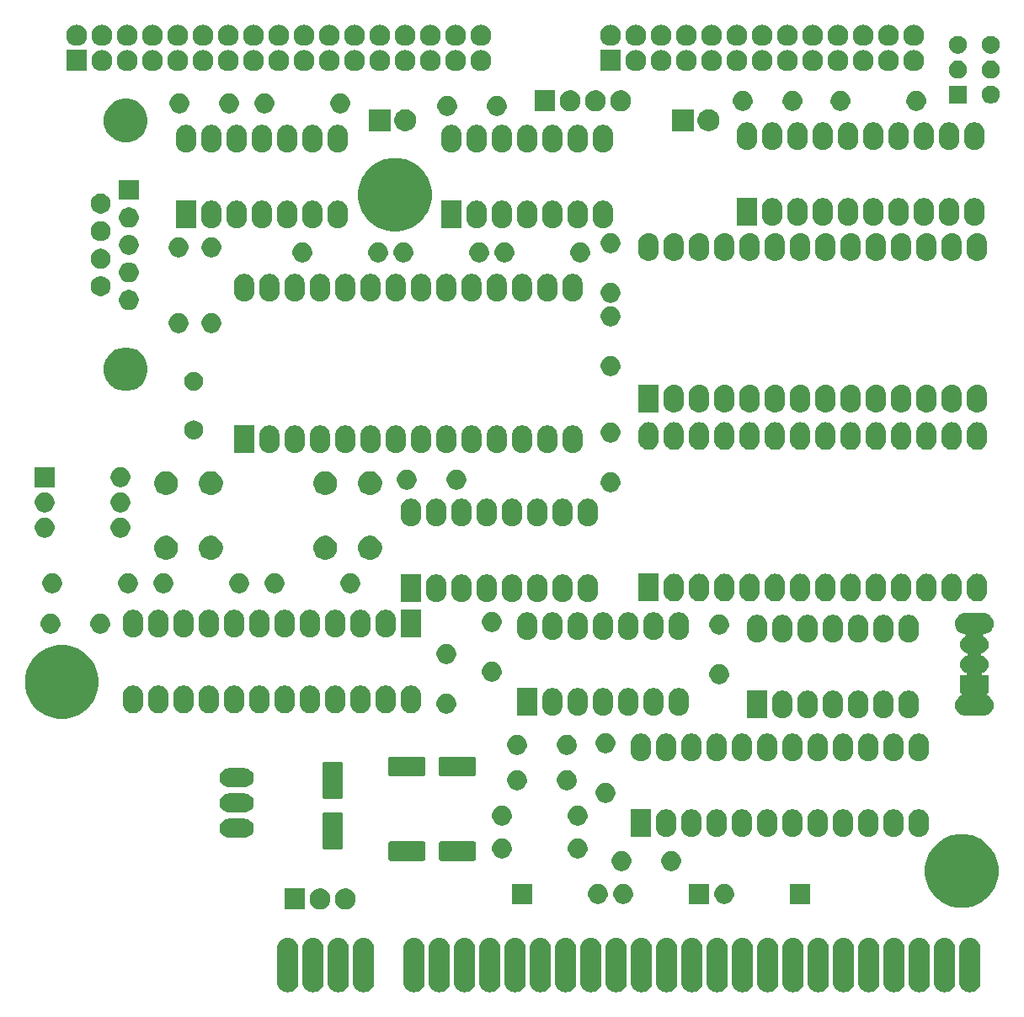
<source format=gts>
G04 #@! TF.GenerationSoftware,KiCad,Pcbnew,(5.1.6)-1*
G04 #@! TF.CreationDate,2020-07-27T11:38:44+03:00*
G04 #@! TF.ProjectId,PlusD_Clone_MOD_1_2,506c7573-445f-4436-9c6f-6e655f4d4f44,rev?*
G04 #@! TF.SameCoordinates,Original*
G04 #@! TF.FileFunction,Soldermask,Top*
G04 #@! TF.FilePolarity,Negative*
%FSLAX46Y46*%
G04 Gerber Fmt 4.6, Leading zero omitted, Abs format (unit mm)*
G04 Created by KiCad (PCBNEW (5.1.6)-1) date 2020-07-27 11:38:44*
%MOMM*%
%LPD*%
G01*
G04 APERTURE LIST*
%ADD10C,0.100000*%
G04 APERTURE END LIST*
D10*
G36*
X95511480Y-119235757D02*
G01*
X95716758Y-119298027D01*
X95905943Y-119399149D01*
X96071765Y-119535235D01*
X96183448Y-119671322D01*
X96207852Y-119701058D01*
X96308972Y-119890239D01*
X96308973Y-119890241D01*
X96371243Y-120095519D01*
X96387000Y-120255503D01*
X96387000Y-123664497D01*
X96371243Y-123824481D01*
X96308973Y-124029759D01*
X96308972Y-124029761D01*
X96207852Y-124218942D01*
X96071765Y-124384765D01*
X95905942Y-124520852D01*
X95716761Y-124621972D01*
X95716759Y-124621973D01*
X95511481Y-124684243D01*
X95298000Y-124705269D01*
X95084520Y-124684243D01*
X94879242Y-124621973D01*
X94879240Y-124621972D01*
X94690059Y-124520852D01*
X94524236Y-124384765D01*
X94388149Y-124218942D01*
X94287029Y-124029761D01*
X94287028Y-124029759D01*
X94224758Y-123824481D01*
X94209001Y-123664497D01*
X94209000Y-120255504D01*
X94224757Y-120095520D01*
X94287027Y-119890242D01*
X94388149Y-119701057D01*
X94524235Y-119535235D01*
X94690057Y-119399149D01*
X94690056Y-119399149D01*
X94690058Y-119399148D01*
X94879239Y-119298028D01*
X94879241Y-119298027D01*
X95084519Y-119235757D01*
X95298000Y-119214731D01*
X95511480Y-119235757D01*
G37*
G36*
X131071480Y-119235757D02*
G01*
X131276758Y-119298027D01*
X131465943Y-119399149D01*
X131631765Y-119535235D01*
X131743448Y-119671322D01*
X131767852Y-119701058D01*
X131868972Y-119890239D01*
X131868973Y-119890241D01*
X131931243Y-120095519D01*
X131947000Y-120255503D01*
X131947000Y-123664497D01*
X131931243Y-123824481D01*
X131868973Y-124029759D01*
X131868972Y-124029761D01*
X131767852Y-124218942D01*
X131631765Y-124384765D01*
X131465942Y-124520852D01*
X131276761Y-124621972D01*
X131276759Y-124621973D01*
X131071481Y-124684243D01*
X130858000Y-124705269D01*
X130644520Y-124684243D01*
X130439242Y-124621973D01*
X130439240Y-124621972D01*
X130250059Y-124520852D01*
X130084236Y-124384765D01*
X129948149Y-124218942D01*
X129847029Y-124029761D01*
X129847028Y-124029759D01*
X129784758Y-123824481D01*
X129769001Y-123664497D01*
X129769000Y-120255504D01*
X129784757Y-120095520D01*
X129847027Y-119890242D01*
X129948149Y-119701057D01*
X130084235Y-119535235D01*
X130250057Y-119399149D01*
X130250056Y-119399149D01*
X130250058Y-119399148D01*
X130439239Y-119298028D01*
X130439241Y-119298027D01*
X130644519Y-119235757D01*
X130858000Y-119214731D01*
X131071480Y-119235757D01*
G37*
G36*
X141231480Y-119235757D02*
G01*
X141436758Y-119298027D01*
X141625943Y-119399149D01*
X141791765Y-119535235D01*
X141903448Y-119671322D01*
X141927852Y-119701058D01*
X142028972Y-119890239D01*
X142028973Y-119890241D01*
X142091243Y-120095519D01*
X142107000Y-120255503D01*
X142107000Y-123664497D01*
X142091243Y-123824481D01*
X142028973Y-124029759D01*
X142028972Y-124029761D01*
X141927852Y-124218942D01*
X141791765Y-124384765D01*
X141625942Y-124520852D01*
X141436761Y-124621972D01*
X141436759Y-124621973D01*
X141231481Y-124684243D01*
X141018000Y-124705269D01*
X140804520Y-124684243D01*
X140599242Y-124621973D01*
X140599240Y-124621972D01*
X140410059Y-124520852D01*
X140244236Y-124384765D01*
X140108149Y-124218942D01*
X140007029Y-124029761D01*
X140007028Y-124029759D01*
X139944758Y-123824481D01*
X139929001Y-123664497D01*
X139929000Y-120255504D01*
X139944757Y-120095520D01*
X140007027Y-119890242D01*
X140108149Y-119701057D01*
X140244235Y-119535235D01*
X140410057Y-119399149D01*
X140410056Y-119399149D01*
X140410058Y-119399148D01*
X140599239Y-119298028D01*
X140599241Y-119298027D01*
X140804519Y-119235757D01*
X141018000Y-119214731D01*
X141231480Y-119235757D01*
G37*
G36*
X153931480Y-119235757D02*
G01*
X154136758Y-119298027D01*
X154325943Y-119399149D01*
X154491765Y-119535235D01*
X154603448Y-119671322D01*
X154627852Y-119701058D01*
X154728972Y-119890239D01*
X154728973Y-119890241D01*
X154791243Y-120095519D01*
X154807000Y-120255503D01*
X154807000Y-123664497D01*
X154791243Y-123824481D01*
X154728973Y-124029759D01*
X154728972Y-124029761D01*
X154627852Y-124218942D01*
X154491765Y-124384765D01*
X154325942Y-124520852D01*
X154136761Y-124621972D01*
X154136759Y-124621973D01*
X153931481Y-124684243D01*
X153718000Y-124705269D01*
X153504520Y-124684243D01*
X153299242Y-124621973D01*
X153299240Y-124621972D01*
X153110059Y-124520852D01*
X152944236Y-124384765D01*
X152808149Y-124218942D01*
X152707029Y-124029761D01*
X152707028Y-124029759D01*
X152644758Y-123824481D01*
X152629001Y-123664497D01*
X152629000Y-120255504D01*
X152644757Y-120095520D01*
X152707027Y-119890242D01*
X152808149Y-119701057D01*
X152944235Y-119535235D01*
X153110057Y-119399149D01*
X153110056Y-119399149D01*
X153110058Y-119399148D01*
X153299239Y-119298028D01*
X153299241Y-119298027D01*
X153504519Y-119235757D01*
X153718000Y-119214731D01*
X153931480Y-119235757D01*
G37*
G36*
X148851480Y-119235757D02*
G01*
X149056758Y-119298027D01*
X149245943Y-119399149D01*
X149411765Y-119535235D01*
X149523448Y-119671322D01*
X149547852Y-119701058D01*
X149648972Y-119890239D01*
X149648973Y-119890241D01*
X149711243Y-120095519D01*
X149727000Y-120255503D01*
X149727000Y-123664497D01*
X149711243Y-123824481D01*
X149648973Y-124029759D01*
X149648972Y-124029761D01*
X149547852Y-124218942D01*
X149411765Y-124384765D01*
X149245942Y-124520852D01*
X149056761Y-124621972D01*
X149056759Y-124621973D01*
X148851481Y-124684243D01*
X148638000Y-124705269D01*
X148424520Y-124684243D01*
X148219242Y-124621973D01*
X148219240Y-124621972D01*
X148030059Y-124520852D01*
X147864236Y-124384765D01*
X147728149Y-124218942D01*
X147627029Y-124029761D01*
X147627028Y-124029759D01*
X147564758Y-123824481D01*
X147549001Y-123664497D01*
X147549000Y-120255504D01*
X147564757Y-120095520D01*
X147627027Y-119890242D01*
X147728149Y-119701057D01*
X147864235Y-119535235D01*
X148030057Y-119399149D01*
X148030056Y-119399149D01*
X148030058Y-119399148D01*
X148219239Y-119298028D01*
X148219241Y-119298027D01*
X148424519Y-119235757D01*
X148638000Y-119214731D01*
X148851480Y-119235757D01*
G37*
G36*
X146311480Y-119235757D02*
G01*
X146516758Y-119298027D01*
X146705943Y-119399149D01*
X146871765Y-119535235D01*
X146983448Y-119671322D01*
X147007852Y-119701058D01*
X147108972Y-119890239D01*
X147108973Y-119890241D01*
X147171243Y-120095519D01*
X147187000Y-120255503D01*
X147187000Y-123664497D01*
X147171243Y-123824481D01*
X147108973Y-124029759D01*
X147108972Y-124029761D01*
X147007852Y-124218942D01*
X146871765Y-124384765D01*
X146705942Y-124520852D01*
X146516761Y-124621972D01*
X146516759Y-124621973D01*
X146311481Y-124684243D01*
X146098000Y-124705269D01*
X145884520Y-124684243D01*
X145679242Y-124621973D01*
X145679240Y-124621972D01*
X145490059Y-124520852D01*
X145324236Y-124384765D01*
X145188149Y-124218942D01*
X145087029Y-124029761D01*
X145087028Y-124029759D01*
X145024758Y-123824481D01*
X145009001Y-123664497D01*
X145009000Y-120255504D01*
X145024757Y-120095520D01*
X145087027Y-119890242D01*
X145188149Y-119701057D01*
X145324235Y-119535235D01*
X145490057Y-119399149D01*
X145490056Y-119399149D01*
X145490058Y-119399148D01*
X145679239Y-119298028D01*
X145679241Y-119298027D01*
X145884519Y-119235757D01*
X146098000Y-119214731D01*
X146311480Y-119235757D01*
G37*
G36*
X136151480Y-119235757D02*
G01*
X136356758Y-119298027D01*
X136545943Y-119399149D01*
X136711765Y-119535235D01*
X136823448Y-119671322D01*
X136847852Y-119701058D01*
X136948972Y-119890239D01*
X136948973Y-119890241D01*
X137011243Y-120095519D01*
X137027000Y-120255503D01*
X137027000Y-123664497D01*
X137011243Y-123824481D01*
X136948973Y-124029759D01*
X136948972Y-124029761D01*
X136847852Y-124218942D01*
X136711765Y-124384765D01*
X136545942Y-124520852D01*
X136356761Y-124621972D01*
X136356759Y-124621973D01*
X136151481Y-124684243D01*
X135938000Y-124705269D01*
X135724520Y-124684243D01*
X135519242Y-124621973D01*
X135519240Y-124621972D01*
X135330059Y-124520852D01*
X135164236Y-124384765D01*
X135028149Y-124218942D01*
X134927029Y-124029761D01*
X134927028Y-124029759D01*
X134864758Y-123824481D01*
X134849001Y-123664497D01*
X134849000Y-120255504D01*
X134864757Y-120095520D01*
X134927027Y-119890242D01*
X135028149Y-119701057D01*
X135164235Y-119535235D01*
X135330057Y-119399149D01*
X135330056Y-119399149D01*
X135330058Y-119399148D01*
X135519239Y-119298028D01*
X135519241Y-119298027D01*
X135724519Y-119235757D01*
X135938000Y-119214731D01*
X136151480Y-119235757D01*
G37*
G36*
X159011480Y-119235757D02*
G01*
X159216758Y-119298027D01*
X159405943Y-119399149D01*
X159571765Y-119535235D01*
X159683448Y-119671322D01*
X159707852Y-119701058D01*
X159808972Y-119890239D01*
X159808973Y-119890241D01*
X159871243Y-120095519D01*
X159887000Y-120255503D01*
X159887000Y-123664497D01*
X159871243Y-123824481D01*
X159808973Y-124029759D01*
X159808972Y-124029761D01*
X159707852Y-124218942D01*
X159571765Y-124384765D01*
X159405942Y-124520852D01*
X159216761Y-124621972D01*
X159216759Y-124621973D01*
X159011481Y-124684243D01*
X158798000Y-124705269D01*
X158584520Y-124684243D01*
X158379242Y-124621973D01*
X158379240Y-124621972D01*
X158190059Y-124520852D01*
X158024236Y-124384765D01*
X157888149Y-124218942D01*
X157787029Y-124029761D01*
X157787028Y-124029759D01*
X157724758Y-123824481D01*
X157709001Y-123664497D01*
X157709000Y-120255504D01*
X157724757Y-120095520D01*
X157787027Y-119890242D01*
X157888149Y-119701057D01*
X158024235Y-119535235D01*
X158190057Y-119399149D01*
X158190056Y-119399149D01*
X158190058Y-119399148D01*
X158379239Y-119298028D01*
X158379241Y-119298027D01*
X158584519Y-119235757D01*
X158798000Y-119214731D01*
X159011480Y-119235757D01*
G37*
G36*
X156471480Y-119235757D02*
G01*
X156676758Y-119298027D01*
X156865943Y-119399149D01*
X157031765Y-119535235D01*
X157143448Y-119671322D01*
X157167852Y-119701058D01*
X157268972Y-119890239D01*
X157268973Y-119890241D01*
X157331243Y-120095519D01*
X157347000Y-120255503D01*
X157347000Y-123664497D01*
X157331243Y-123824481D01*
X157268973Y-124029759D01*
X157268972Y-124029761D01*
X157167852Y-124218942D01*
X157031765Y-124384765D01*
X156865942Y-124520852D01*
X156676761Y-124621972D01*
X156676759Y-124621973D01*
X156471481Y-124684243D01*
X156258000Y-124705269D01*
X156044520Y-124684243D01*
X155839242Y-124621973D01*
X155839240Y-124621972D01*
X155650059Y-124520852D01*
X155484236Y-124384765D01*
X155348149Y-124218942D01*
X155247029Y-124029761D01*
X155247028Y-124029759D01*
X155184758Y-123824481D01*
X155169001Y-123664497D01*
X155169000Y-120255504D01*
X155184757Y-120095520D01*
X155247027Y-119890242D01*
X155348149Y-119701057D01*
X155484235Y-119535235D01*
X155650057Y-119399149D01*
X155650056Y-119399149D01*
X155650058Y-119399148D01*
X155839239Y-119298028D01*
X155839241Y-119298027D01*
X156044519Y-119235757D01*
X156258000Y-119214731D01*
X156471480Y-119235757D01*
G37*
G36*
X151391480Y-119235757D02*
G01*
X151596758Y-119298027D01*
X151785943Y-119399149D01*
X151951765Y-119535235D01*
X152063448Y-119671322D01*
X152087852Y-119701058D01*
X152188972Y-119890239D01*
X152188973Y-119890241D01*
X152251243Y-120095519D01*
X152267000Y-120255503D01*
X152267000Y-123664497D01*
X152251243Y-123824481D01*
X152188973Y-124029759D01*
X152188972Y-124029761D01*
X152087852Y-124218942D01*
X151951765Y-124384765D01*
X151785942Y-124520852D01*
X151596761Y-124621972D01*
X151596759Y-124621973D01*
X151391481Y-124684243D01*
X151178000Y-124705269D01*
X150964520Y-124684243D01*
X150759242Y-124621973D01*
X150759240Y-124621972D01*
X150570059Y-124520852D01*
X150404236Y-124384765D01*
X150268149Y-124218942D01*
X150167029Y-124029761D01*
X150167028Y-124029759D01*
X150104758Y-123824481D01*
X150089001Y-123664497D01*
X150089000Y-120255504D01*
X150104757Y-120095520D01*
X150167027Y-119890242D01*
X150268149Y-119701057D01*
X150404235Y-119535235D01*
X150570057Y-119399149D01*
X150570056Y-119399149D01*
X150570058Y-119399148D01*
X150759239Y-119298028D01*
X150759241Y-119298027D01*
X150964519Y-119235757D01*
X151178000Y-119214731D01*
X151391480Y-119235757D01*
G37*
G36*
X138691480Y-119235757D02*
G01*
X138896758Y-119298027D01*
X139085943Y-119399149D01*
X139251765Y-119535235D01*
X139363448Y-119671322D01*
X139387852Y-119701058D01*
X139488972Y-119890239D01*
X139488973Y-119890241D01*
X139551243Y-120095519D01*
X139567000Y-120255503D01*
X139567000Y-123664497D01*
X139551243Y-123824481D01*
X139488973Y-124029759D01*
X139488972Y-124029761D01*
X139387852Y-124218942D01*
X139251765Y-124384765D01*
X139085942Y-124520852D01*
X138896761Y-124621972D01*
X138896759Y-124621973D01*
X138691481Y-124684243D01*
X138478000Y-124705269D01*
X138264520Y-124684243D01*
X138059242Y-124621973D01*
X138059240Y-124621972D01*
X137870059Y-124520852D01*
X137704236Y-124384765D01*
X137568149Y-124218942D01*
X137467029Y-124029761D01*
X137467028Y-124029759D01*
X137404758Y-123824481D01*
X137389001Y-123664497D01*
X137389000Y-120255504D01*
X137404757Y-120095520D01*
X137467027Y-119890242D01*
X137568149Y-119701057D01*
X137704235Y-119535235D01*
X137870057Y-119399149D01*
X137870056Y-119399149D01*
X137870058Y-119399148D01*
X138059239Y-119298028D01*
X138059241Y-119298027D01*
X138264519Y-119235757D01*
X138478000Y-119214731D01*
X138691480Y-119235757D01*
G37*
G36*
X143771480Y-119235757D02*
G01*
X143976758Y-119298027D01*
X144165943Y-119399149D01*
X144331765Y-119535235D01*
X144443448Y-119671322D01*
X144467852Y-119701058D01*
X144568972Y-119890239D01*
X144568973Y-119890241D01*
X144631243Y-120095519D01*
X144647000Y-120255503D01*
X144647000Y-123664497D01*
X144631243Y-123824481D01*
X144568973Y-124029759D01*
X144568972Y-124029761D01*
X144467852Y-124218942D01*
X144331765Y-124384765D01*
X144165942Y-124520852D01*
X143976761Y-124621972D01*
X143976759Y-124621973D01*
X143771481Y-124684243D01*
X143558000Y-124705269D01*
X143344520Y-124684243D01*
X143139242Y-124621973D01*
X143139240Y-124621972D01*
X142950059Y-124520852D01*
X142784236Y-124384765D01*
X142648149Y-124218942D01*
X142547029Y-124029761D01*
X142547028Y-124029759D01*
X142484758Y-123824481D01*
X142469001Y-123664497D01*
X142469000Y-120255504D01*
X142484757Y-120095520D01*
X142547027Y-119890242D01*
X142648149Y-119701057D01*
X142784235Y-119535235D01*
X142950057Y-119399149D01*
X142950056Y-119399149D01*
X142950058Y-119399148D01*
X143139239Y-119298028D01*
X143139241Y-119298027D01*
X143344519Y-119235757D01*
X143558000Y-119214731D01*
X143771480Y-119235757D01*
G37*
G36*
X133611480Y-119235757D02*
G01*
X133816758Y-119298027D01*
X134005943Y-119399149D01*
X134171765Y-119535235D01*
X134283448Y-119671322D01*
X134307852Y-119701058D01*
X134408972Y-119890239D01*
X134408973Y-119890241D01*
X134471243Y-120095519D01*
X134487000Y-120255503D01*
X134487000Y-123664497D01*
X134471243Y-123824481D01*
X134408973Y-124029759D01*
X134408972Y-124029761D01*
X134307852Y-124218942D01*
X134171765Y-124384765D01*
X134005942Y-124520852D01*
X133816761Y-124621972D01*
X133816759Y-124621973D01*
X133611481Y-124684243D01*
X133398000Y-124705269D01*
X133184520Y-124684243D01*
X132979242Y-124621973D01*
X132979240Y-124621972D01*
X132790059Y-124520852D01*
X132624236Y-124384765D01*
X132488149Y-124218942D01*
X132387029Y-124029761D01*
X132387028Y-124029759D01*
X132324758Y-123824481D01*
X132309001Y-123664497D01*
X132309000Y-120255504D01*
X132324757Y-120095520D01*
X132387027Y-119890242D01*
X132488149Y-119701057D01*
X132624235Y-119535235D01*
X132790057Y-119399149D01*
X132790056Y-119399149D01*
X132790058Y-119399148D01*
X132979239Y-119298028D01*
X132979241Y-119298027D01*
X133184519Y-119235757D01*
X133398000Y-119214731D01*
X133611480Y-119235757D01*
G37*
G36*
X128531480Y-119235757D02*
G01*
X128736758Y-119298027D01*
X128925943Y-119399149D01*
X129091765Y-119535235D01*
X129203448Y-119671322D01*
X129227852Y-119701058D01*
X129328972Y-119890239D01*
X129328973Y-119890241D01*
X129391243Y-120095519D01*
X129407000Y-120255503D01*
X129407000Y-123664497D01*
X129391243Y-123824481D01*
X129328973Y-124029759D01*
X129328972Y-124029761D01*
X129227852Y-124218942D01*
X129091765Y-124384765D01*
X128925942Y-124520852D01*
X128736761Y-124621972D01*
X128736759Y-124621973D01*
X128531481Y-124684243D01*
X128318000Y-124705269D01*
X128104520Y-124684243D01*
X127899242Y-124621973D01*
X127899240Y-124621972D01*
X127710059Y-124520852D01*
X127544236Y-124384765D01*
X127408149Y-124218942D01*
X127307029Y-124029761D01*
X127307028Y-124029759D01*
X127244758Y-123824481D01*
X127229001Y-123664497D01*
X127229000Y-120255504D01*
X127244757Y-120095520D01*
X127307027Y-119890242D01*
X127408149Y-119701057D01*
X127544235Y-119535235D01*
X127710057Y-119399149D01*
X127710056Y-119399149D01*
X127710058Y-119399148D01*
X127899239Y-119298028D01*
X127899241Y-119298027D01*
X128104519Y-119235757D01*
X128318000Y-119214731D01*
X128531480Y-119235757D01*
G37*
G36*
X125991480Y-119235757D02*
G01*
X126196758Y-119298027D01*
X126385943Y-119399149D01*
X126551765Y-119535235D01*
X126663448Y-119671322D01*
X126687852Y-119701058D01*
X126788972Y-119890239D01*
X126788973Y-119890241D01*
X126851243Y-120095519D01*
X126867000Y-120255503D01*
X126867000Y-123664497D01*
X126851243Y-123824481D01*
X126788973Y-124029759D01*
X126788972Y-124029761D01*
X126687852Y-124218942D01*
X126551765Y-124384765D01*
X126385942Y-124520852D01*
X126196761Y-124621972D01*
X126196759Y-124621973D01*
X125991481Y-124684243D01*
X125778000Y-124705269D01*
X125564520Y-124684243D01*
X125359242Y-124621973D01*
X125359240Y-124621972D01*
X125170059Y-124520852D01*
X125004236Y-124384765D01*
X124868149Y-124218942D01*
X124767029Y-124029761D01*
X124767028Y-124029759D01*
X124704758Y-123824481D01*
X124689001Y-123664497D01*
X124689000Y-120255504D01*
X124704757Y-120095520D01*
X124767027Y-119890242D01*
X124868149Y-119701057D01*
X125004235Y-119535235D01*
X125170057Y-119399149D01*
X125170056Y-119399149D01*
X125170058Y-119399148D01*
X125359239Y-119298028D01*
X125359241Y-119298027D01*
X125564519Y-119235757D01*
X125778000Y-119214731D01*
X125991480Y-119235757D01*
G37*
G36*
X105671480Y-119235757D02*
G01*
X105876758Y-119298027D01*
X106065943Y-119399149D01*
X106231765Y-119535235D01*
X106343448Y-119671322D01*
X106367852Y-119701058D01*
X106468972Y-119890239D01*
X106468973Y-119890241D01*
X106531243Y-120095519D01*
X106547000Y-120255503D01*
X106547000Y-123664497D01*
X106531243Y-123824481D01*
X106468973Y-124029759D01*
X106468972Y-124029761D01*
X106367852Y-124218942D01*
X106231765Y-124384765D01*
X106065942Y-124520852D01*
X105876761Y-124621972D01*
X105876759Y-124621973D01*
X105671481Y-124684243D01*
X105458000Y-124705269D01*
X105244520Y-124684243D01*
X105039242Y-124621973D01*
X105039240Y-124621972D01*
X104850059Y-124520852D01*
X104684236Y-124384765D01*
X104548149Y-124218942D01*
X104447029Y-124029761D01*
X104447028Y-124029759D01*
X104384758Y-123824481D01*
X104369001Y-123664497D01*
X104369000Y-120255504D01*
X104384757Y-120095520D01*
X104447027Y-119890242D01*
X104548149Y-119701057D01*
X104684235Y-119535235D01*
X104850057Y-119399149D01*
X104850056Y-119399149D01*
X104850058Y-119399148D01*
X105039239Y-119298028D01*
X105039241Y-119298027D01*
X105244519Y-119235757D01*
X105458000Y-119214731D01*
X105671480Y-119235757D01*
G37*
G36*
X98051480Y-119235757D02*
G01*
X98256758Y-119298027D01*
X98445943Y-119399149D01*
X98611765Y-119535235D01*
X98723448Y-119671322D01*
X98747852Y-119701058D01*
X98848972Y-119890239D01*
X98848973Y-119890241D01*
X98911243Y-120095519D01*
X98927000Y-120255503D01*
X98927000Y-123664497D01*
X98911243Y-123824481D01*
X98848973Y-124029759D01*
X98848972Y-124029761D01*
X98747852Y-124218942D01*
X98611765Y-124384765D01*
X98445942Y-124520852D01*
X98256761Y-124621972D01*
X98256759Y-124621973D01*
X98051481Y-124684243D01*
X97838000Y-124705269D01*
X97624520Y-124684243D01*
X97419242Y-124621973D01*
X97419240Y-124621972D01*
X97230059Y-124520852D01*
X97064236Y-124384765D01*
X96928149Y-124218942D01*
X96827029Y-124029761D01*
X96827028Y-124029759D01*
X96764758Y-123824481D01*
X96749001Y-123664497D01*
X96749000Y-120255504D01*
X96764757Y-120095520D01*
X96827027Y-119890242D01*
X96928149Y-119701057D01*
X97064235Y-119535235D01*
X97230057Y-119399149D01*
X97230056Y-119399149D01*
X97230058Y-119399148D01*
X97419239Y-119298028D01*
X97419241Y-119298027D01*
X97624519Y-119235757D01*
X97838000Y-119214731D01*
X98051480Y-119235757D01*
G37*
G36*
X113291480Y-119235757D02*
G01*
X113496758Y-119298027D01*
X113685943Y-119399149D01*
X113851765Y-119535235D01*
X113963448Y-119671322D01*
X113987852Y-119701058D01*
X114088972Y-119890239D01*
X114088973Y-119890241D01*
X114151243Y-120095519D01*
X114167000Y-120255503D01*
X114167000Y-123664497D01*
X114151243Y-123824481D01*
X114088973Y-124029759D01*
X114088972Y-124029761D01*
X113987852Y-124218942D01*
X113851765Y-124384765D01*
X113685942Y-124520852D01*
X113496761Y-124621972D01*
X113496759Y-124621973D01*
X113291481Y-124684243D01*
X113078000Y-124705269D01*
X112864520Y-124684243D01*
X112659242Y-124621973D01*
X112659240Y-124621972D01*
X112470059Y-124520852D01*
X112304236Y-124384765D01*
X112168149Y-124218942D01*
X112067029Y-124029761D01*
X112067028Y-124029759D01*
X112004758Y-123824481D01*
X111989001Y-123664497D01*
X111989000Y-120255504D01*
X112004757Y-120095520D01*
X112067027Y-119890242D01*
X112168149Y-119701057D01*
X112304235Y-119535235D01*
X112470057Y-119399149D01*
X112470056Y-119399149D01*
X112470058Y-119399148D01*
X112659239Y-119298028D01*
X112659241Y-119298027D01*
X112864519Y-119235757D01*
X113078000Y-119214731D01*
X113291480Y-119235757D01*
G37*
G36*
X110751480Y-119235757D02*
G01*
X110956758Y-119298027D01*
X111145943Y-119399149D01*
X111311765Y-119535235D01*
X111423448Y-119671322D01*
X111447852Y-119701058D01*
X111548972Y-119890239D01*
X111548973Y-119890241D01*
X111611243Y-120095519D01*
X111627000Y-120255503D01*
X111627000Y-123664497D01*
X111611243Y-123824481D01*
X111548973Y-124029759D01*
X111548972Y-124029761D01*
X111447852Y-124218942D01*
X111311765Y-124384765D01*
X111145942Y-124520852D01*
X110956761Y-124621972D01*
X110956759Y-124621973D01*
X110751481Y-124684243D01*
X110538000Y-124705269D01*
X110324520Y-124684243D01*
X110119242Y-124621973D01*
X110119240Y-124621972D01*
X109930059Y-124520852D01*
X109764236Y-124384765D01*
X109628149Y-124218942D01*
X109527029Y-124029761D01*
X109527028Y-124029759D01*
X109464758Y-123824481D01*
X109449001Y-123664497D01*
X109449000Y-120255504D01*
X109464757Y-120095520D01*
X109527027Y-119890242D01*
X109628149Y-119701057D01*
X109764235Y-119535235D01*
X109930057Y-119399149D01*
X109930056Y-119399149D01*
X109930058Y-119399148D01*
X110119239Y-119298028D01*
X110119241Y-119298027D01*
X110324519Y-119235757D01*
X110538000Y-119214731D01*
X110751480Y-119235757D01*
G37*
G36*
X108211480Y-119235757D02*
G01*
X108416758Y-119298027D01*
X108605943Y-119399149D01*
X108771765Y-119535235D01*
X108883448Y-119671322D01*
X108907852Y-119701058D01*
X109008972Y-119890239D01*
X109008973Y-119890241D01*
X109071243Y-120095519D01*
X109087000Y-120255503D01*
X109087000Y-123664497D01*
X109071243Y-123824481D01*
X109008973Y-124029759D01*
X109008972Y-124029761D01*
X108907852Y-124218942D01*
X108771765Y-124384765D01*
X108605942Y-124520852D01*
X108416761Y-124621972D01*
X108416759Y-124621973D01*
X108211481Y-124684243D01*
X107998000Y-124705269D01*
X107784520Y-124684243D01*
X107579242Y-124621973D01*
X107579240Y-124621972D01*
X107390059Y-124520852D01*
X107224236Y-124384765D01*
X107088149Y-124218942D01*
X106987029Y-124029761D01*
X106987028Y-124029759D01*
X106924758Y-123824481D01*
X106909001Y-123664497D01*
X106909000Y-120255504D01*
X106924757Y-120095520D01*
X106987027Y-119890242D01*
X107088149Y-119701057D01*
X107224235Y-119535235D01*
X107390057Y-119399149D01*
X107390056Y-119399149D01*
X107390058Y-119399148D01*
X107579239Y-119298028D01*
X107579241Y-119298027D01*
X107784519Y-119235757D01*
X107998000Y-119214731D01*
X108211480Y-119235757D01*
G37*
G36*
X115831480Y-119235757D02*
G01*
X116036758Y-119298027D01*
X116225943Y-119399149D01*
X116391765Y-119535235D01*
X116503448Y-119671322D01*
X116527852Y-119701058D01*
X116628972Y-119890239D01*
X116628973Y-119890241D01*
X116691243Y-120095519D01*
X116707000Y-120255503D01*
X116707000Y-123664497D01*
X116691243Y-123824481D01*
X116628973Y-124029759D01*
X116628972Y-124029761D01*
X116527852Y-124218942D01*
X116391765Y-124384765D01*
X116225942Y-124520852D01*
X116036761Y-124621972D01*
X116036759Y-124621973D01*
X115831481Y-124684243D01*
X115618000Y-124705269D01*
X115404520Y-124684243D01*
X115199242Y-124621973D01*
X115199240Y-124621972D01*
X115010059Y-124520852D01*
X114844236Y-124384765D01*
X114708149Y-124218942D01*
X114607029Y-124029761D01*
X114607028Y-124029759D01*
X114544758Y-123824481D01*
X114529001Y-123664497D01*
X114529000Y-120255504D01*
X114544757Y-120095520D01*
X114607027Y-119890242D01*
X114708149Y-119701057D01*
X114844235Y-119535235D01*
X115010057Y-119399149D01*
X115010056Y-119399149D01*
X115010058Y-119399148D01*
X115199239Y-119298028D01*
X115199241Y-119298027D01*
X115404519Y-119235757D01*
X115618000Y-119214731D01*
X115831480Y-119235757D01*
G37*
G36*
X90431480Y-119235757D02*
G01*
X90636758Y-119298027D01*
X90825943Y-119399149D01*
X90991765Y-119535235D01*
X91103448Y-119671322D01*
X91127852Y-119701058D01*
X91228972Y-119890239D01*
X91228973Y-119890241D01*
X91291243Y-120095519D01*
X91307000Y-120255503D01*
X91307000Y-123664497D01*
X91291243Y-123824481D01*
X91228973Y-124029759D01*
X91228972Y-124029761D01*
X91127852Y-124218942D01*
X90991765Y-124384765D01*
X90825942Y-124520852D01*
X90636761Y-124621972D01*
X90636759Y-124621973D01*
X90431481Y-124684243D01*
X90218000Y-124705269D01*
X90004520Y-124684243D01*
X89799242Y-124621973D01*
X89799240Y-124621972D01*
X89610059Y-124520852D01*
X89444236Y-124384765D01*
X89308149Y-124218942D01*
X89207029Y-124029761D01*
X89207028Y-124029759D01*
X89144758Y-123824481D01*
X89129001Y-123664497D01*
X89129000Y-120255504D01*
X89144757Y-120095520D01*
X89207027Y-119890242D01*
X89308149Y-119701057D01*
X89444235Y-119535235D01*
X89610057Y-119399149D01*
X89610056Y-119399149D01*
X89610058Y-119399148D01*
X89799239Y-119298028D01*
X89799241Y-119298027D01*
X90004519Y-119235757D01*
X90218000Y-119214731D01*
X90431480Y-119235757D01*
G37*
G36*
X92971480Y-119235757D02*
G01*
X93176758Y-119298027D01*
X93365943Y-119399149D01*
X93531765Y-119535235D01*
X93643448Y-119671322D01*
X93667852Y-119701058D01*
X93768972Y-119890239D01*
X93768973Y-119890241D01*
X93831243Y-120095519D01*
X93847000Y-120255503D01*
X93847000Y-123664497D01*
X93831243Y-123824481D01*
X93768973Y-124029759D01*
X93768972Y-124029761D01*
X93667852Y-124218942D01*
X93531765Y-124384765D01*
X93365942Y-124520852D01*
X93176761Y-124621972D01*
X93176759Y-124621973D01*
X92971481Y-124684243D01*
X92758000Y-124705269D01*
X92544520Y-124684243D01*
X92339242Y-124621973D01*
X92339240Y-124621972D01*
X92150059Y-124520852D01*
X91984236Y-124384765D01*
X91848149Y-124218942D01*
X91747029Y-124029761D01*
X91747028Y-124029759D01*
X91684758Y-123824481D01*
X91669001Y-123664497D01*
X91669000Y-120255504D01*
X91684757Y-120095520D01*
X91747027Y-119890242D01*
X91848149Y-119701057D01*
X91984235Y-119535235D01*
X92150057Y-119399149D01*
X92150056Y-119399149D01*
X92150058Y-119399148D01*
X92339239Y-119298028D01*
X92339241Y-119298027D01*
X92544519Y-119235757D01*
X92758000Y-119214731D01*
X92971480Y-119235757D01*
G37*
G36*
X103131480Y-119235757D02*
G01*
X103336758Y-119298027D01*
X103525943Y-119399149D01*
X103691765Y-119535235D01*
X103803448Y-119671322D01*
X103827852Y-119701058D01*
X103928972Y-119890239D01*
X103928973Y-119890241D01*
X103991243Y-120095519D01*
X104007000Y-120255503D01*
X104007000Y-123664497D01*
X103991243Y-123824481D01*
X103928973Y-124029759D01*
X103928972Y-124029761D01*
X103827852Y-124218942D01*
X103691765Y-124384765D01*
X103525942Y-124520852D01*
X103336761Y-124621972D01*
X103336759Y-124621973D01*
X103131481Y-124684243D01*
X102918000Y-124705269D01*
X102704520Y-124684243D01*
X102499242Y-124621973D01*
X102499240Y-124621972D01*
X102310059Y-124520852D01*
X102144236Y-124384765D01*
X102008149Y-124218942D01*
X101907029Y-124029761D01*
X101907028Y-124029759D01*
X101844758Y-123824481D01*
X101829001Y-123664497D01*
X101829000Y-120255504D01*
X101844757Y-120095520D01*
X101907027Y-119890242D01*
X102008149Y-119701057D01*
X102144235Y-119535235D01*
X102310057Y-119399149D01*
X102310056Y-119399149D01*
X102310058Y-119399148D01*
X102499239Y-119298028D01*
X102499241Y-119298027D01*
X102704519Y-119235757D01*
X102918000Y-119214731D01*
X103131480Y-119235757D01*
G37*
G36*
X118371480Y-119235757D02*
G01*
X118576758Y-119298027D01*
X118765943Y-119399149D01*
X118931765Y-119535235D01*
X119043448Y-119671322D01*
X119067852Y-119701058D01*
X119168972Y-119890239D01*
X119168973Y-119890241D01*
X119231243Y-120095519D01*
X119247000Y-120255503D01*
X119247000Y-123664497D01*
X119231243Y-123824481D01*
X119168973Y-124029759D01*
X119168972Y-124029761D01*
X119067852Y-124218942D01*
X118931765Y-124384765D01*
X118765942Y-124520852D01*
X118576761Y-124621972D01*
X118576759Y-124621973D01*
X118371481Y-124684243D01*
X118158000Y-124705269D01*
X117944520Y-124684243D01*
X117739242Y-124621973D01*
X117739240Y-124621972D01*
X117550059Y-124520852D01*
X117384236Y-124384765D01*
X117248149Y-124218942D01*
X117147029Y-124029761D01*
X117147028Y-124029759D01*
X117084758Y-123824481D01*
X117069001Y-123664497D01*
X117069000Y-120255504D01*
X117084757Y-120095520D01*
X117147027Y-119890242D01*
X117248149Y-119701057D01*
X117384235Y-119535235D01*
X117550057Y-119399149D01*
X117550056Y-119399149D01*
X117550058Y-119399148D01*
X117739239Y-119298028D01*
X117739241Y-119298027D01*
X117944519Y-119235757D01*
X118158000Y-119214731D01*
X118371480Y-119235757D01*
G37*
G36*
X123451480Y-119235757D02*
G01*
X123656758Y-119298027D01*
X123845943Y-119399149D01*
X124011765Y-119535235D01*
X124123448Y-119671322D01*
X124147852Y-119701058D01*
X124248972Y-119890239D01*
X124248973Y-119890241D01*
X124311243Y-120095519D01*
X124327000Y-120255503D01*
X124327000Y-123664497D01*
X124311243Y-123824481D01*
X124248973Y-124029759D01*
X124248972Y-124029761D01*
X124147852Y-124218942D01*
X124011765Y-124384765D01*
X123845942Y-124520852D01*
X123656761Y-124621972D01*
X123656759Y-124621973D01*
X123451481Y-124684243D01*
X123238000Y-124705269D01*
X123024520Y-124684243D01*
X122819242Y-124621973D01*
X122819240Y-124621972D01*
X122630059Y-124520852D01*
X122464236Y-124384765D01*
X122328149Y-124218942D01*
X122227029Y-124029761D01*
X122227028Y-124029759D01*
X122164758Y-123824481D01*
X122149001Y-123664497D01*
X122149000Y-120255504D01*
X122164757Y-120095520D01*
X122227027Y-119890242D01*
X122328149Y-119701057D01*
X122464235Y-119535235D01*
X122630057Y-119399149D01*
X122630056Y-119399149D01*
X122630058Y-119399148D01*
X122819239Y-119298028D01*
X122819241Y-119298027D01*
X123024519Y-119235757D01*
X123238000Y-119214731D01*
X123451480Y-119235757D01*
G37*
G36*
X120911480Y-119235757D02*
G01*
X121116758Y-119298027D01*
X121305943Y-119399149D01*
X121471765Y-119535235D01*
X121583448Y-119671322D01*
X121607852Y-119701058D01*
X121708972Y-119890239D01*
X121708973Y-119890241D01*
X121771243Y-120095519D01*
X121787000Y-120255503D01*
X121787000Y-123664497D01*
X121771243Y-123824481D01*
X121708973Y-124029759D01*
X121708972Y-124029761D01*
X121607852Y-124218942D01*
X121471765Y-124384765D01*
X121305942Y-124520852D01*
X121116761Y-124621972D01*
X121116759Y-124621973D01*
X120911481Y-124684243D01*
X120698000Y-124705269D01*
X120484520Y-124684243D01*
X120279242Y-124621973D01*
X120279240Y-124621972D01*
X120090059Y-124520852D01*
X119924236Y-124384765D01*
X119788149Y-124218942D01*
X119687029Y-124029761D01*
X119687028Y-124029759D01*
X119624758Y-123824481D01*
X119609001Y-123664497D01*
X119609000Y-120255504D01*
X119624757Y-120095520D01*
X119687027Y-119890242D01*
X119788149Y-119701057D01*
X119924235Y-119535235D01*
X120090057Y-119399149D01*
X120090056Y-119399149D01*
X120090058Y-119399148D01*
X120279239Y-119298028D01*
X120279241Y-119298027D01*
X120484519Y-119235757D01*
X120698000Y-119214731D01*
X120911480Y-119235757D01*
G37*
G36*
X91982000Y-116366000D02*
G01*
X89882000Y-116366000D01*
X89882000Y-114266000D01*
X91982000Y-114266000D01*
X91982000Y-116366000D01*
G37*
G36*
X96140687Y-114271027D02*
G01*
X96318274Y-114306350D01*
X96509362Y-114385502D01*
X96681336Y-114500411D01*
X96827589Y-114646664D01*
X96942498Y-114818638D01*
X97021650Y-115009726D01*
X97062000Y-115212584D01*
X97062000Y-115419416D01*
X97021650Y-115622274D01*
X96942498Y-115813362D01*
X96827589Y-115985336D01*
X96681336Y-116131589D01*
X96509362Y-116246498D01*
X96318274Y-116325650D01*
X96140687Y-116360973D01*
X96115417Y-116366000D01*
X95908583Y-116366000D01*
X95883313Y-116360973D01*
X95705726Y-116325650D01*
X95514638Y-116246498D01*
X95342664Y-116131589D01*
X95196411Y-115985336D01*
X95081502Y-115813362D01*
X95002350Y-115622274D01*
X94962000Y-115419416D01*
X94962000Y-115212584D01*
X95002350Y-115009726D01*
X95081502Y-114818638D01*
X95196411Y-114646664D01*
X95342664Y-114500411D01*
X95514638Y-114385502D01*
X95705726Y-114306350D01*
X95883313Y-114271027D01*
X95908583Y-114266000D01*
X96115417Y-114266000D01*
X96140687Y-114271027D01*
G37*
G36*
X93600687Y-114271027D02*
G01*
X93778274Y-114306350D01*
X93969362Y-114385502D01*
X94141336Y-114500411D01*
X94287589Y-114646664D01*
X94402498Y-114818638D01*
X94481650Y-115009726D01*
X94522000Y-115212584D01*
X94522000Y-115419416D01*
X94481650Y-115622274D01*
X94402498Y-115813362D01*
X94287589Y-115985336D01*
X94141336Y-116131589D01*
X93969362Y-116246498D01*
X93778274Y-116325650D01*
X93600687Y-116360973D01*
X93575417Y-116366000D01*
X93368583Y-116366000D01*
X93343313Y-116360973D01*
X93165726Y-116325650D01*
X92974638Y-116246498D01*
X92802664Y-116131589D01*
X92656411Y-115985336D01*
X92541502Y-115813362D01*
X92462350Y-115622274D01*
X92422000Y-115419416D01*
X92422000Y-115212584D01*
X92462350Y-115009726D01*
X92541502Y-114818638D01*
X92656411Y-114646664D01*
X92802664Y-114500411D01*
X92974638Y-114385502D01*
X93165726Y-114306350D01*
X93343313Y-114271027D01*
X93368583Y-114266000D01*
X93575417Y-114266000D01*
X93600687Y-114271027D01*
G37*
G36*
X159079249Y-108942188D02*
G01*
X159752606Y-109221101D01*
X159832417Y-109274429D01*
X160358613Y-109626022D01*
X160873978Y-110141387D01*
X161051263Y-110406713D01*
X161278899Y-110747394D01*
X161557812Y-111420751D01*
X161700000Y-112135580D01*
X161700000Y-112864420D01*
X161557812Y-113579249D01*
X161278899Y-114252606D01*
X161144537Y-114453692D01*
X160873978Y-114858613D01*
X160358613Y-115373978D01*
X159953692Y-115644537D01*
X159752606Y-115778899D01*
X159079249Y-116057812D01*
X158364420Y-116200000D01*
X157635580Y-116200000D01*
X156920751Y-116057812D01*
X156247394Y-115778899D01*
X156046308Y-115644537D01*
X155641387Y-115373978D01*
X155126022Y-114858613D01*
X154855463Y-114453692D01*
X154721101Y-114252606D01*
X154442188Y-113579249D01*
X154300000Y-112864420D01*
X154300000Y-112135580D01*
X154442188Y-111420751D01*
X154721101Y-110747394D01*
X154948737Y-110406713D01*
X155126022Y-110141387D01*
X155641387Y-109626022D01*
X156167583Y-109274429D01*
X156247394Y-109221101D01*
X156920751Y-108942188D01*
X157635580Y-108800000D01*
X158364420Y-108800000D01*
X159079249Y-108942188D01*
G37*
G36*
X134293152Y-113824442D02*
G01*
X134403689Y-113846429D01*
X134585678Y-113921811D01*
X134749463Y-114031249D01*
X134888751Y-114170537D01*
X134998189Y-114334322D01*
X135019388Y-114385502D01*
X135073571Y-114516312D01*
X135112000Y-114709507D01*
X135112000Y-114906493D01*
X135091466Y-115009726D01*
X135073571Y-115099689D01*
X134998189Y-115281678D01*
X134888751Y-115445463D01*
X134749463Y-115584751D01*
X134585678Y-115694189D01*
X134403689Y-115769571D01*
X134356798Y-115778898D01*
X134210493Y-115808000D01*
X134013507Y-115808000D01*
X133867202Y-115778898D01*
X133820311Y-115769571D01*
X133638322Y-115694189D01*
X133474537Y-115584751D01*
X133335249Y-115445463D01*
X133225811Y-115281678D01*
X133150429Y-115099689D01*
X133132534Y-115009726D01*
X133112000Y-114906493D01*
X133112000Y-114709507D01*
X133150429Y-114516312D01*
X133204612Y-114385502D01*
X133225811Y-114334322D01*
X133335249Y-114170537D01*
X133474537Y-114031249D01*
X133638322Y-113921811D01*
X133820311Y-113846429D01*
X133930848Y-113824442D01*
X134013507Y-113808000D01*
X134210493Y-113808000D01*
X134293152Y-113824442D01*
G37*
G36*
X121593152Y-113824442D02*
G01*
X121703689Y-113846429D01*
X121885678Y-113921811D01*
X122049463Y-114031249D01*
X122188751Y-114170537D01*
X122298189Y-114334322D01*
X122319388Y-114385502D01*
X122373571Y-114516312D01*
X122412000Y-114709507D01*
X122412000Y-114906493D01*
X122391466Y-115009726D01*
X122373571Y-115099689D01*
X122298189Y-115281678D01*
X122188751Y-115445463D01*
X122049463Y-115584751D01*
X121885678Y-115694189D01*
X121703689Y-115769571D01*
X121656798Y-115778898D01*
X121510493Y-115808000D01*
X121313507Y-115808000D01*
X121167202Y-115778898D01*
X121120311Y-115769571D01*
X120938322Y-115694189D01*
X120774537Y-115584751D01*
X120635249Y-115445463D01*
X120525811Y-115281678D01*
X120450429Y-115099689D01*
X120432534Y-115009726D01*
X120412000Y-114906493D01*
X120412000Y-114709507D01*
X120450429Y-114516312D01*
X120504612Y-114385502D01*
X120525811Y-114334322D01*
X120635249Y-114170537D01*
X120774537Y-114031249D01*
X120938322Y-113921811D01*
X121120311Y-113846429D01*
X121230848Y-113824442D01*
X121313507Y-113808000D01*
X121510493Y-113808000D01*
X121593152Y-113824442D01*
G37*
G36*
X142732000Y-115808000D02*
G01*
X140732000Y-115808000D01*
X140732000Y-113808000D01*
X142732000Y-113808000D01*
X142732000Y-115808000D01*
G37*
G36*
X132572000Y-115808000D02*
G01*
X130572000Y-115808000D01*
X130572000Y-113808000D01*
X132572000Y-113808000D01*
X132572000Y-115808000D01*
G37*
G36*
X114792000Y-115808000D02*
G01*
X112792000Y-115808000D01*
X112792000Y-113808000D01*
X114792000Y-113808000D01*
X114792000Y-115808000D01*
G37*
G36*
X124133152Y-113824442D02*
G01*
X124243689Y-113846429D01*
X124425678Y-113921811D01*
X124589463Y-114031249D01*
X124728751Y-114170537D01*
X124838189Y-114334322D01*
X124859388Y-114385502D01*
X124913571Y-114516312D01*
X124952000Y-114709507D01*
X124952000Y-114906493D01*
X124931466Y-115009726D01*
X124913571Y-115099689D01*
X124838189Y-115281678D01*
X124728751Y-115445463D01*
X124589463Y-115584751D01*
X124425678Y-115694189D01*
X124243689Y-115769571D01*
X124196798Y-115778898D01*
X124050493Y-115808000D01*
X123853507Y-115808000D01*
X123707202Y-115778898D01*
X123660311Y-115769571D01*
X123478322Y-115694189D01*
X123314537Y-115584751D01*
X123175249Y-115445463D01*
X123065811Y-115281678D01*
X122990429Y-115099689D01*
X122972534Y-115009726D01*
X122952000Y-114906493D01*
X122952000Y-114709507D01*
X122990429Y-114516312D01*
X123044612Y-114385502D01*
X123065811Y-114334322D01*
X123175249Y-114170537D01*
X123314537Y-114031249D01*
X123478322Y-113921811D01*
X123660311Y-113846429D01*
X123770848Y-113824442D01*
X123853507Y-113808000D01*
X124050493Y-113808000D01*
X124133152Y-113824442D01*
G37*
G36*
X129005290Y-110531619D02*
G01*
X129069689Y-110544429D01*
X129251678Y-110619811D01*
X129415463Y-110729249D01*
X129554751Y-110868537D01*
X129664189Y-111032322D01*
X129739571Y-111214311D01*
X129746365Y-111248466D01*
X129758026Y-111307089D01*
X129778000Y-111407509D01*
X129778000Y-111604491D01*
X129739571Y-111797689D01*
X129664189Y-111979678D01*
X129554751Y-112143463D01*
X129415463Y-112282751D01*
X129251678Y-112392189D01*
X129069689Y-112467571D01*
X129005290Y-112480381D01*
X128876493Y-112506000D01*
X128679507Y-112506000D01*
X128550710Y-112480381D01*
X128486311Y-112467571D01*
X128304322Y-112392189D01*
X128140537Y-112282751D01*
X128001249Y-112143463D01*
X127891811Y-111979678D01*
X127816429Y-111797689D01*
X127778000Y-111604491D01*
X127778000Y-111407509D01*
X127797975Y-111307089D01*
X127809635Y-111248466D01*
X127816429Y-111214311D01*
X127891811Y-111032322D01*
X128001249Y-110868537D01*
X128140537Y-110729249D01*
X128304322Y-110619811D01*
X128486311Y-110544429D01*
X128550710Y-110531619D01*
X128679507Y-110506000D01*
X128876493Y-110506000D01*
X129005290Y-110531619D01*
G37*
G36*
X124005290Y-110531619D02*
G01*
X124069689Y-110544429D01*
X124251678Y-110619811D01*
X124415463Y-110729249D01*
X124554751Y-110868537D01*
X124664189Y-111032322D01*
X124739571Y-111214311D01*
X124746365Y-111248466D01*
X124758026Y-111307089D01*
X124778000Y-111407509D01*
X124778000Y-111604491D01*
X124739571Y-111797689D01*
X124664189Y-111979678D01*
X124554751Y-112143463D01*
X124415463Y-112282751D01*
X124251678Y-112392189D01*
X124069689Y-112467571D01*
X124005290Y-112480381D01*
X123876493Y-112506000D01*
X123679507Y-112506000D01*
X123550710Y-112480381D01*
X123486311Y-112467571D01*
X123304322Y-112392189D01*
X123140537Y-112282751D01*
X123001249Y-112143463D01*
X122891811Y-111979678D01*
X122816429Y-111797689D01*
X122778000Y-111604491D01*
X122778000Y-111407509D01*
X122797975Y-111307089D01*
X122809635Y-111248466D01*
X122816429Y-111214311D01*
X122891811Y-111032322D01*
X123001249Y-110868537D01*
X123140537Y-110729249D01*
X123304322Y-110619811D01*
X123486311Y-110544429D01*
X123550710Y-110531619D01*
X123679507Y-110506000D01*
X123876493Y-110506000D01*
X124005290Y-110531619D01*
G37*
G36*
X103880517Y-109504946D02*
G01*
X103922908Y-109517805D01*
X103961973Y-109538686D01*
X103996214Y-109566786D01*
X104024314Y-109601027D01*
X104045195Y-109640092D01*
X104058054Y-109682483D01*
X104063000Y-109732703D01*
X104063000Y-111267297D01*
X104058054Y-111317517D01*
X104045195Y-111359908D01*
X104024314Y-111398973D01*
X103996214Y-111433214D01*
X103961973Y-111461314D01*
X103922908Y-111482195D01*
X103880517Y-111495054D01*
X103830297Y-111500000D01*
X100570703Y-111500000D01*
X100520483Y-111495054D01*
X100478092Y-111482195D01*
X100439027Y-111461314D01*
X100404786Y-111433214D01*
X100376686Y-111398973D01*
X100355805Y-111359908D01*
X100342946Y-111317517D01*
X100338000Y-111267297D01*
X100338000Y-109732703D01*
X100342946Y-109682483D01*
X100355805Y-109640092D01*
X100376686Y-109601027D01*
X100404786Y-109566786D01*
X100439027Y-109538686D01*
X100478092Y-109517805D01*
X100520483Y-109504946D01*
X100570703Y-109500000D01*
X103830297Y-109500000D01*
X103880517Y-109504946D01*
G37*
G36*
X108955517Y-109504946D02*
G01*
X108997908Y-109517805D01*
X109036973Y-109538686D01*
X109071214Y-109566786D01*
X109099314Y-109601027D01*
X109120195Y-109640092D01*
X109133054Y-109682483D01*
X109138000Y-109732703D01*
X109138000Y-111267297D01*
X109133054Y-111317517D01*
X109120195Y-111359908D01*
X109099314Y-111398973D01*
X109071214Y-111433214D01*
X109036973Y-111461314D01*
X108997908Y-111482195D01*
X108955517Y-111495054D01*
X108905297Y-111500000D01*
X105645703Y-111500000D01*
X105595483Y-111495054D01*
X105553092Y-111482195D01*
X105514027Y-111461314D01*
X105479786Y-111433214D01*
X105451686Y-111398973D01*
X105430805Y-111359908D01*
X105417946Y-111317517D01*
X105413000Y-111267297D01*
X105413000Y-109732703D01*
X105417946Y-109682483D01*
X105430805Y-109640092D01*
X105451686Y-109601027D01*
X105479786Y-109566786D01*
X105514027Y-109538686D01*
X105553092Y-109517805D01*
X105595483Y-109504946D01*
X105645703Y-109500000D01*
X108905297Y-109500000D01*
X108955517Y-109504946D01*
G37*
G36*
X119607290Y-109261619D02*
G01*
X119671689Y-109274429D01*
X119853678Y-109349811D01*
X120017463Y-109459249D01*
X120156751Y-109598537D01*
X120266189Y-109762322D01*
X120337339Y-109934095D01*
X120341571Y-109944312D01*
X120380000Y-110137507D01*
X120380000Y-110334493D01*
X120356638Y-110451942D01*
X120341571Y-110527689D01*
X120266189Y-110709678D01*
X120156751Y-110873463D01*
X120017463Y-111012751D01*
X119853678Y-111122189D01*
X119671689Y-111197571D01*
X119607290Y-111210381D01*
X119478493Y-111236000D01*
X119281507Y-111236000D01*
X119152710Y-111210381D01*
X119088311Y-111197571D01*
X118906322Y-111122189D01*
X118742537Y-111012751D01*
X118603249Y-110873463D01*
X118493811Y-110709678D01*
X118418429Y-110527689D01*
X118403362Y-110451942D01*
X118380000Y-110334493D01*
X118380000Y-110137507D01*
X118418429Y-109944312D01*
X118422661Y-109934095D01*
X118493811Y-109762322D01*
X118603249Y-109598537D01*
X118742537Y-109459249D01*
X118906322Y-109349811D01*
X119088311Y-109274429D01*
X119152710Y-109261619D01*
X119281507Y-109236000D01*
X119478493Y-109236000D01*
X119607290Y-109261619D01*
G37*
G36*
X111987290Y-109261619D02*
G01*
X112051689Y-109274429D01*
X112233678Y-109349811D01*
X112397463Y-109459249D01*
X112536751Y-109598537D01*
X112646189Y-109762322D01*
X112717339Y-109934095D01*
X112721571Y-109944312D01*
X112760000Y-110137507D01*
X112760000Y-110334493D01*
X112736638Y-110451942D01*
X112721571Y-110527689D01*
X112646189Y-110709678D01*
X112536751Y-110873463D01*
X112397463Y-111012751D01*
X112233678Y-111122189D01*
X112051689Y-111197571D01*
X111987290Y-111210381D01*
X111858493Y-111236000D01*
X111661507Y-111236000D01*
X111532710Y-111210381D01*
X111468311Y-111197571D01*
X111286322Y-111122189D01*
X111122537Y-111012751D01*
X110983249Y-110873463D01*
X110873811Y-110709678D01*
X110798429Y-110527689D01*
X110783362Y-110451942D01*
X110760000Y-110334493D01*
X110760000Y-110137507D01*
X110798429Y-109944312D01*
X110802661Y-109934095D01*
X110873811Y-109762322D01*
X110983249Y-109598537D01*
X111122537Y-109459249D01*
X111286322Y-109349811D01*
X111468311Y-109274429D01*
X111532710Y-109261619D01*
X111661507Y-109236000D01*
X111858493Y-109236000D01*
X111987290Y-109261619D01*
G37*
G36*
X95559517Y-106597946D02*
G01*
X95601908Y-106610805D01*
X95640973Y-106631686D01*
X95675214Y-106659786D01*
X95703314Y-106694027D01*
X95724195Y-106733092D01*
X95737054Y-106775483D01*
X95742000Y-106825703D01*
X95742000Y-110085297D01*
X95737054Y-110135517D01*
X95724195Y-110177908D01*
X95703314Y-110216973D01*
X95675214Y-110251214D01*
X95640973Y-110279314D01*
X95601908Y-110300195D01*
X95559517Y-110313054D01*
X95509297Y-110318000D01*
X93974703Y-110318000D01*
X93924483Y-110313054D01*
X93882092Y-110300195D01*
X93843027Y-110279314D01*
X93808786Y-110251214D01*
X93780686Y-110216973D01*
X93759805Y-110177908D01*
X93746946Y-110135517D01*
X93742000Y-110085297D01*
X93742000Y-106825703D01*
X93746946Y-106775483D01*
X93759805Y-106733092D01*
X93780686Y-106694027D01*
X93808786Y-106659786D01*
X93843027Y-106631686D01*
X93882092Y-106610805D01*
X93924483Y-106597946D01*
X93974703Y-106593000D01*
X95509297Y-106593000D01*
X95559517Y-106597946D01*
G37*
G36*
X86040583Y-107255919D02*
G01*
X86221925Y-107310929D01*
X86389043Y-107400256D01*
X86535528Y-107520472D01*
X86655744Y-107666957D01*
X86745071Y-107834075D01*
X86800081Y-108015417D01*
X86818654Y-108204000D01*
X86800081Y-108392583D01*
X86745071Y-108573925D01*
X86655744Y-108741043D01*
X86535528Y-108887528D01*
X86389043Y-109007744D01*
X86221925Y-109097071D01*
X86040583Y-109152081D01*
X85899257Y-109166000D01*
X84280743Y-109166000D01*
X84139417Y-109152081D01*
X83958075Y-109097071D01*
X83790957Y-109007744D01*
X83644472Y-108887528D01*
X83524256Y-108741043D01*
X83434929Y-108573925D01*
X83379919Y-108392583D01*
X83361346Y-108204000D01*
X83379919Y-108015417D01*
X83434929Y-107834075D01*
X83524256Y-107666957D01*
X83644472Y-107520472D01*
X83790957Y-107400256D01*
X83958075Y-107310929D01*
X84139417Y-107255919D01*
X84280743Y-107242000D01*
X85899257Y-107242000D01*
X86040583Y-107255919D01*
G37*
G36*
X138626031Y-106310469D02*
G01*
X138720284Y-106339061D01*
X138814534Y-106367651D01*
X138814536Y-106367652D01*
X138988258Y-106460507D01*
X139140528Y-106585472D01*
X139265493Y-106737742D01*
X139358348Y-106911463D01*
X139415531Y-107099968D01*
X139430000Y-107246876D01*
X139430000Y-108145123D01*
X139415531Y-108292031D01*
X139358348Y-108480537D01*
X139265493Y-108654258D01*
X139140528Y-108806528D01*
X138988258Y-108931493D01*
X138845603Y-109007743D01*
X138814535Y-109024349D01*
X138720285Y-109052939D01*
X138626032Y-109081531D01*
X138430000Y-109100838D01*
X138233969Y-109081531D01*
X138139716Y-109052939D01*
X138045466Y-109024349D01*
X138014398Y-109007743D01*
X137871743Y-108931493D01*
X137719473Y-108806528D01*
X137594508Y-108654258D01*
X137501651Y-108480534D01*
X137444469Y-108292035D01*
X137430000Y-108145124D01*
X137430000Y-107246877D01*
X137444469Y-107099969D01*
X137501652Y-106911464D01*
X137594507Y-106737742D01*
X137719472Y-106585472D01*
X137871742Y-106460507D01*
X138045463Y-106367652D01*
X138045465Y-106367651D01*
X138139715Y-106339061D01*
X138233968Y-106310469D01*
X138430000Y-106291162D01*
X138626031Y-106310469D01*
G37*
G36*
X131006031Y-106310469D02*
G01*
X131100284Y-106339061D01*
X131194534Y-106367651D01*
X131194536Y-106367652D01*
X131368258Y-106460507D01*
X131520528Y-106585472D01*
X131645493Y-106737742D01*
X131738348Y-106911463D01*
X131795531Y-107099968D01*
X131810000Y-107246876D01*
X131810000Y-108145123D01*
X131795531Y-108292031D01*
X131738348Y-108480537D01*
X131645493Y-108654258D01*
X131520528Y-108806528D01*
X131368258Y-108931493D01*
X131225603Y-109007743D01*
X131194535Y-109024349D01*
X131100285Y-109052939D01*
X131006032Y-109081531D01*
X130810000Y-109100838D01*
X130613969Y-109081531D01*
X130519716Y-109052939D01*
X130425466Y-109024349D01*
X130394398Y-109007743D01*
X130251743Y-108931493D01*
X130099473Y-108806528D01*
X129974508Y-108654258D01*
X129881651Y-108480534D01*
X129824469Y-108292035D01*
X129810000Y-108145124D01*
X129810000Y-107246877D01*
X129824469Y-107099969D01*
X129881652Y-106911464D01*
X129974507Y-106737742D01*
X130099472Y-106585472D01*
X130251742Y-106460507D01*
X130425463Y-106367652D01*
X130425465Y-106367651D01*
X130519715Y-106339061D01*
X130613968Y-106310469D01*
X130810000Y-106291162D01*
X131006031Y-106310469D01*
G37*
G36*
X128466031Y-106310469D02*
G01*
X128560284Y-106339061D01*
X128654534Y-106367651D01*
X128654536Y-106367652D01*
X128828258Y-106460507D01*
X128980528Y-106585472D01*
X129105493Y-106737742D01*
X129198348Y-106911463D01*
X129255531Y-107099968D01*
X129270000Y-107246876D01*
X129270000Y-108145123D01*
X129255531Y-108292031D01*
X129198348Y-108480537D01*
X129105493Y-108654258D01*
X128980528Y-108806528D01*
X128828258Y-108931493D01*
X128685603Y-109007743D01*
X128654535Y-109024349D01*
X128560285Y-109052939D01*
X128466032Y-109081531D01*
X128270000Y-109100838D01*
X128073969Y-109081531D01*
X127979716Y-109052939D01*
X127885466Y-109024349D01*
X127854398Y-109007743D01*
X127711743Y-108931493D01*
X127559473Y-108806528D01*
X127434508Y-108654258D01*
X127341651Y-108480534D01*
X127284469Y-108292035D01*
X127270000Y-108145124D01*
X127270000Y-107246877D01*
X127284469Y-107099969D01*
X127341652Y-106911464D01*
X127434507Y-106737742D01*
X127559472Y-106585472D01*
X127711742Y-106460507D01*
X127885463Y-106367652D01*
X127885465Y-106367651D01*
X127979715Y-106339061D01*
X128073968Y-106310469D01*
X128270000Y-106291162D01*
X128466031Y-106310469D01*
G37*
G36*
X136086031Y-106310469D02*
G01*
X136180284Y-106339061D01*
X136274534Y-106367651D01*
X136274536Y-106367652D01*
X136448258Y-106460507D01*
X136600528Y-106585472D01*
X136725493Y-106737742D01*
X136818348Y-106911463D01*
X136875531Y-107099968D01*
X136890000Y-107246876D01*
X136890000Y-108145123D01*
X136875531Y-108292031D01*
X136818348Y-108480537D01*
X136725493Y-108654258D01*
X136600528Y-108806528D01*
X136448258Y-108931493D01*
X136305603Y-109007743D01*
X136274535Y-109024349D01*
X136180285Y-109052939D01*
X136086032Y-109081531D01*
X135890000Y-109100838D01*
X135693969Y-109081531D01*
X135599716Y-109052939D01*
X135505466Y-109024349D01*
X135474398Y-109007743D01*
X135331743Y-108931493D01*
X135179473Y-108806528D01*
X135054508Y-108654258D01*
X134961651Y-108480534D01*
X134904469Y-108292035D01*
X134890000Y-108145124D01*
X134890000Y-107246877D01*
X134904469Y-107099969D01*
X134961652Y-106911464D01*
X135054507Y-106737742D01*
X135179472Y-106585472D01*
X135331742Y-106460507D01*
X135505463Y-106367652D01*
X135505465Y-106367651D01*
X135599715Y-106339061D01*
X135693968Y-106310469D01*
X135890000Y-106291162D01*
X136086031Y-106310469D01*
G37*
G36*
X133546031Y-106310469D02*
G01*
X133640284Y-106339061D01*
X133734534Y-106367651D01*
X133734536Y-106367652D01*
X133908258Y-106460507D01*
X134060528Y-106585472D01*
X134185493Y-106737742D01*
X134278348Y-106911463D01*
X134335531Y-107099968D01*
X134350000Y-107246876D01*
X134350000Y-108145123D01*
X134335531Y-108292031D01*
X134278348Y-108480537D01*
X134185493Y-108654258D01*
X134060528Y-108806528D01*
X133908258Y-108931493D01*
X133765603Y-109007743D01*
X133734535Y-109024349D01*
X133640285Y-109052939D01*
X133546032Y-109081531D01*
X133350000Y-109100838D01*
X133153969Y-109081531D01*
X133059716Y-109052939D01*
X132965466Y-109024349D01*
X132934398Y-109007743D01*
X132791743Y-108931493D01*
X132639473Y-108806528D01*
X132514508Y-108654258D01*
X132421651Y-108480534D01*
X132364469Y-108292035D01*
X132350000Y-108145124D01*
X132350000Y-107246877D01*
X132364469Y-107099969D01*
X132421652Y-106911464D01*
X132514507Y-106737742D01*
X132639472Y-106585472D01*
X132791742Y-106460507D01*
X132965463Y-106367652D01*
X132965465Y-106367651D01*
X133059715Y-106339061D01*
X133153968Y-106310469D01*
X133350000Y-106291162D01*
X133546031Y-106310469D01*
G37*
G36*
X146246031Y-106310469D02*
G01*
X146340284Y-106339061D01*
X146434534Y-106367651D01*
X146434536Y-106367652D01*
X146608258Y-106460507D01*
X146760528Y-106585472D01*
X146885493Y-106737742D01*
X146978348Y-106911463D01*
X147035531Y-107099968D01*
X147050000Y-107246876D01*
X147050000Y-108145123D01*
X147035531Y-108292031D01*
X146978348Y-108480537D01*
X146885493Y-108654258D01*
X146760528Y-108806528D01*
X146608258Y-108931493D01*
X146465603Y-109007743D01*
X146434535Y-109024349D01*
X146340285Y-109052939D01*
X146246032Y-109081531D01*
X146050000Y-109100838D01*
X145853969Y-109081531D01*
X145759716Y-109052939D01*
X145665466Y-109024349D01*
X145634398Y-109007743D01*
X145491743Y-108931493D01*
X145339473Y-108806528D01*
X145214508Y-108654258D01*
X145121651Y-108480534D01*
X145064469Y-108292035D01*
X145050000Y-108145124D01*
X145050000Y-107246877D01*
X145064469Y-107099969D01*
X145121652Y-106911464D01*
X145214507Y-106737742D01*
X145339472Y-106585472D01*
X145491742Y-106460507D01*
X145665463Y-106367652D01*
X145665465Y-106367651D01*
X145759715Y-106339061D01*
X145853968Y-106310469D01*
X146050000Y-106291162D01*
X146246031Y-106310469D01*
G37*
G36*
X141166031Y-106310469D02*
G01*
X141260284Y-106339061D01*
X141354534Y-106367651D01*
X141354536Y-106367652D01*
X141528258Y-106460507D01*
X141680528Y-106585472D01*
X141805493Y-106737742D01*
X141898348Y-106911463D01*
X141955531Y-107099968D01*
X141970000Y-107246876D01*
X141970000Y-108145123D01*
X141955531Y-108292031D01*
X141898348Y-108480537D01*
X141805493Y-108654258D01*
X141680528Y-108806528D01*
X141528258Y-108931493D01*
X141385603Y-109007743D01*
X141354535Y-109024349D01*
X141260285Y-109052939D01*
X141166032Y-109081531D01*
X140970000Y-109100838D01*
X140773969Y-109081531D01*
X140679716Y-109052939D01*
X140585466Y-109024349D01*
X140554398Y-109007743D01*
X140411743Y-108931493D01*
X140259473Y-108806528D01*
X140134508Y-108654258D01*
X140041651Y-108480534D01*
X139984469Y-108292035D01*
X139970000Y-108145124D01*
X139970000Y-107246877D01*
X139984469Y-107099969D01*
X140041652Y-106911464D01*
X140134507Y-106737742D01*
X140259472Y-106585472D01*
X140411742Y-106460507D01*
X140585463Y-106367652D01*
X140585465Y-106367651D01*
X140679715Y-106339061D01*
X140773968Y-106310469D01*
X140970000Y-106291162D01*
X141166031Y-106310469D01*
G37*
G36*
X148786031Y-106310469D02*
G01*
X148880284Y-106339061D01*
X148974534Y-106367651D01*
X148974536Y-106367652D01*
X149148258Y-106460507D01*
X149300528Y-106585472D01*
X149425493Y-106737742D01*
X149518348Y-106911463D01*
X149575531Y-107099968D01*
X149590000Y-107246876D01*
X149590000Y-108145123D01*
X149575531Y-108292031D01*
X149518348Y-108480537D01*
X149425493Y-108654258D01*
X149300528Y-108806528D01*
X149148258Y-108931493D01*
X149005603Y-109007743D01*
X148974535Y-109024349D01*
X148880285Y-109052939D01*
X148786032Y-109081531D01*
X148590000Y-109100838D01*
X148393969Y-109081531D01*
X148299716Y-109052939D01*
X148205466Y-109024349D01*
X148174398Y-109007743D01*
X148031743Y-108931493D01*
X147879473Y-108806528D01*
X147754508Y-108654258D01*
X147661651Y-108480534D01*
X147604469Y-108292035D01*
X147590000Y-108145124D01*
X147590000Y-107246877D01*
X147604469Y-107099969D01*
X147661652Y-106911464D01*
X147754507Y-106737742D01*
X147879472Y-106585472D01*
X148031742Y-106460507D01*
X148205463Y-106367652D01*
X148205465Y-106367651D01*
X148299715Y-106339061D01*
X148393968Y-106310469D01*
X148590000Y-106291162D01*
X148786031Y-106310469D01*
G37*
G36*
X151326031Y-106310469D02*
G01*
X151420284Y-106339061D01*
X151514534Y-106367651D01*
X151514536Y-106367652D01*
X151688258Y-106460507D01*
X151840528Y-106585472D01*
X151965493Y-106737742D01*
X152058348Y-106911463D01*
X152115531Y-107099968D01*
X152130000Y-107246876D01*
X152130000Y-108145123D01*
X152115531Y-108292031D01*
X152058348Y-108480537D01*
X151965493Y-108654258D01*
X151840528Y-108806528D01*
X151688258Y-108931493D01*
X151545603Y-109007743D01*
X151514535Y-109024349D01*
X151420285Y-109052939D01*
X151326032Y-109081531D01*
X151130000Y-109100838D01*
X150933969Y-109081531D01*
X150839716Y-109052939D01*
X150745466Y-109024349D01*
X150714398Y-109007743D01*
X150571743Y-108931493D01*
X150419473Y-108806528D01*
X150294508Y-108654258D01*
X150201651Y-108480534D01*
X150144469Y-108292035D01*
X150130000Y-108145124D01*
X150130000Y-107246877D01*
X150144469Y-107099969D01*
X150201652Y-106911464D01*
X150294507Y-106737742D01*
X150419472Y-106585472D01*
X150571742Y-106460507D01*
X150745463Y-106367652D01*
X150745465Y-106367651D01*
X150839715Y-106339061D01*
X150933968Y-106310469D01*
X151130000Y-106291162D01*
X151326031Y-106310469D01*
G37*
G36*
X153866031Y-106310469D02*
G01*
X153960284Y-106339061D01*
X154054534Y-106367651D01*
X154054536Y-106367652D01*
X154228258Y-106460507D01*
X154380528Y-106585472D01*
X154505493Y-106737742D01*
X154598348Y-106911463D01*
X154655531Y-107099968D01*
X154670000Y-107246876D01*
X154670000Y-108145123D01*
X154655531Y-108292031D01*
X154598348Y-108480537D01*
X154505493Y-108654258D01*
X154380528Y-108806528D01*
X154228258Y-108931493D01*
X154085603Y-109007743D01*
X154054535Y-109024349D01*
X153960285Y-109052939D01*
X153866032Y-109081531D01*
X153670000Y-109100838D01*
X153473969Y-109081531D01*
X153379716Y-109052939D01*
X153285466Y-109024349D01*
X153254398Y-109007743D01*
X153111743Y-108931493D01*
X152959473Y-108806528D01*
X152834508Y-108654258D01*
X152741651Y-108480534D01*
X152684469Y-108292035D01*
X152670000Y-108145124D01*
X152670000Y-107246877D01*
X152684469Y-107099969D01*
X152741652Y-106911464D01*
X152834507Y-106737742D01*
X152959472Y-106585472D01*
X153111742Y-106460507D01*
X153285463Y-106367652D01*
X153285465Y-106367651D01*
X153379715Y-106339061D01*
X153473968Y-106310469D01*
X153670000Y-106291162D01*
X153866031Y-106310469D01*
G37*
G36*
X143706031Y-106310469D02*
G01*
X143800284Y-106339061D01*
X143894534Y-106367651D01*
X143894536Y-106367652D01*
X144068258Y-106460507D01*
X144220528Y-106585472D01*
X144345493Y-106737742D01*
X144438348Y-106911463D01*
X144495531Y-107099968D01*
X144510000Y-107246876D01*
X144510000Y-108145123D01*
X144495531Y-108292031D01*
X144438348Y-108480537D01*
X144345493Y-108654258D01*
X144220528Y-108806528D01*
X144068258Y-108931493D01*
X143925603Y-109007743D01*
X143894535Y-109024349D01*
X143800285Y-109052939D01*
X143706032Y-109081531D01*
X143510000Y-109100838D01*
X143313969Y-109081531D01*
X143219716Y-109052939D01*
X143125466Y-109024349D01*
X143094398Y-109007743D01*
X142951743Y-108931493D01*
X142799473Y-108806528D01*
X142674508Y-108654258D01*
X142581651Y-108480534D01*
X142524469Y-108292035D01*
X142510000Y-108145124D01*
X142510000Y-107246877D01*
X142524469Y-107099969D01*
X142581652Y-106911464D01*
X142674507Y-106737742D01*
X142799472Y-106585472D01*
X142951742Y-106460507D01*
X143125463Y-106367652D01*
X143125465Y-106367651D01*
X143219715Y-106339061D01*
X143313968Y-106310469D01*
X143510000Y-106291162D01*
X143706031Y-106310469D01*
G37*
G36*
X126730000Y-109096000D02*
G01*
X124730000Y-109096000D01*
X124730000Y-106296000D01*
X126730000Y-106296000D01*
X126730000Y-109096000D01*
G37*
G36*
X111987290Y-105959619D02*
G01*
X112051689Y-105972429D01*
X112233678Y-106047811D01*
X112397463Y-106157249D01*
X112536751Y-106296537D01*
X112646189Y-106460322D01*
X112717170Y-106631686D01*
X112721571Y-106642312D01*
X112760000Y-106835507D01*
X112760000Y-107032493D01*
X112746578Y-107099968D01*
X112721571Y-107225689D01*
X112646189Y-107407678D01*
X112536751Y-107571463D01*
X112397463Y-107710751D01*
X112233678Y-107820189D01*
X112051689Y-107895571D01*
X111987290Y-107908381D01*
X111858493Y-107934000D01*
X111661507Y-107934000D01*
X111532710Y-107908381D01*
X111468311Y-107895571D01*
X111286322Y-107820189D01*
X111122537Y-107710751D01*
X110983249Y-107571463D01*
X110873811Y-107407678D01*
X110798429Y-107225689D01*
X110773422Y-107099968D01*
X110760000Y-107032493D01*
X110760000Y-106835507D01*
X110798429Y-106642312D01*
X110802830Y-106631686D01*
X110873811Y-106460322D01*
X110983249Y-106296537D01*
X111122537Y-106157249D01*
X111286322Y-106047811D01*
X111468311Y-105972429D01*
X111532710Y-105959619D01*
X111661507Y-105934000D01*
X111858493Y-105934000D01*
X111987290Y-105959619D01*
G37*
G36*
X119607290Y-105959619D02*
G01*
X119671689Y-105972429D01*
X119853678Y-106047811D01*
X120017463Y-106157249D01*
X120156751Y-106296537D01*
X120266189Y-106460322D01*
X120337170Y-106631686D01*
X120341571Y-106642312D01*
X120380000Y-106835507D01*
X120380000Y-107032493D01*
X120366578Y-107099968D01*
X120341571Y-107225689D01*
X120266189Y-107407678D01*
X120156751Y-107571463D01*
X120017463Y-107710751D01*
X119853678Y-107820189D01*
X119671689Y-107895571D01*
X119607290Y-107908381D01*
X119478493Y-107934000D01*
X119281507Y-107934000D01*
X119152710Y-107908381D01*
X119088311Y-107895571D01*
X118906322Y-107820189D01*
X118742537Y-107710751D01*
X118603249Y-107571463D01*
X118493811Y-107407678D01*
X118418429Y-107225689D01*
X118393422Y-107099968D01*
X118380000Y-107032493D01*
X118380000Y-106835507D01*
X118418429Y-106642312D01*
X118422830Y-106631686D01*
X118493811Y-106460322D01*
X118603249Y-106296537D01*
X118742537Y-106157249D01*
X118906322Y-106047811D01*
X119088311Y-105972429D01*
X119152710Y-105959619D01*
X119281507Y-105934000D01*
X119478493Y-105934000D01*
X119607290Y-105959619D01*
G37*
G36*
X86040583Y-104715919D02*
G01*
X86221925Y-104770929D01*
X86389043Y-104860256D01*
X86535528Y-104980472D01*
X86655744Y-105126957D01*
X86745071Y-105294075D01*
X86800081Y-105475417D01*
X86818654Y-105664000D01*
X86800081Y-105852583D01*
X86745071Y-106033925D01*
X86655744Y-106201043D01*
X86535528Y-106347528D01*
X86389043Y-106467744D01*
X86221925Y-106557071D01*
X86040583Y-106612081D01*
X85899257Y-106626000D01*
X84280743Y-106626000D01*
X84139417Y-106612081D01*
X83958075Y-106557071D01*
X83790957Y-106467744D01*
X83644472Y-106347528D01*
X83524256Y-106201043D01*
X83434929Y-106033925D01*
X83379919Y-105852583D01*
X83361346Y-105664000D01*
X83379919Y-105475417D01*
X83434929Y-105294075D01*
X83524256Y-105126957D01*
X83644472Y-104980472D01*
X83790957Y-104860256D01*
X83958075Y-104770929D01*
X84139417Y-104715919D01*
X84280743Y-104702000D01*
X85899257Y-104702000D01*
X86040583Y-104715919D01*
G37*
G36*
X122401290Y-103673619D02*
G01*
X122465689Y-103686429D01*
X122647678Y-103761811D01*
X122811463Y-103871249D01*
X122950751Y-104010537D01*
X123060189Y-104174322D01*
X123128637Y-104339571D01*
X123135571Y-104356312D01*
X123174000Y-104549507D01*
X123174000Y-104746493D01*
X123169139Y-104770929D01*
X123135571Y-104939689D01*
X123060189Y-105121678D01*
X122950751Y-105285463D01*
X122811463Y-105424751D01*
X122647678Y-105534189D01*
X122465689Y-105609571D01*
X122401290Y-105622381D01*
X122272493Y-105648000D01*
X122075507Y-105648000D01*
X121946710Y-105622381D01*
X121882311Y-105609571D01*
X121700322Y-105534189D01*
X121536537Y-105424751D01*
X121397249Y-105285463D01*
X121287811Y-105121678D01*
X121212429Y-104939689D01*
X121178861Y-104770929D01*
X121174000Y-104746493D01*
X121174000Y-104549507D01*
X121212429Y-104356312D01*
X121219363Y-104339571D01*
X121287811Y-104174322D01*
X121397249Y-104010537D01*
X121536537Y-103871249D01*
X121700322Y-103761811D01*
X121882311Y-103686429D01*
X121946710Y-103673619D01*
X122075507Y-103648000D01*
X122272493Y-103648000D01*
X122401290Y-103673619D01*
G37*
G36*
X95559517Y-101522946D02*
G01*
X95601908Y-101535805D01*
X95640973Y-101556686D01*
X95675214Y-101584786D01*
X95703314Y-101619027D01*
X95724195Y-101658092D01*
X95737054Y-101700483D01*
X95742000Y-101750703D01*
X95742000Y-105010297D01*
X95737054Y-105060517D01*
X95724195Y-105102908D01*
X95703314Y-105141973D01*
X95675214Y-105176214D01*
X95640973Y-105204314D01*
X95601908Y-105225195D01*
X95559517Y-105238054D01*
X95509297Y-105243000D01*
X93974703Y-105243000D01*
X93924483Y-105238054D01*
X93882092Y-105225195D01*
X93843027Y-105204314D01*
X93808786Y-105176214D01*
X93780686Y-105141973D01*
X93759805Y-105102908D01*
X93746946Y-105060517D01*
X93742000Y-105010297D01*
X93742000Y-101750703D01*
X93746946Y-101700483D01*
X93759805Y-101658092D01*
X93780686Y-101619027D01*
X93808786Y-101584786D01*
X93843027Y-101556686D01*
X93882092Y-101535805D01*
X93924483Y-101522946D01*
X93974703Y-101518000D01*
X95509297Y-101518000D01*
X95559517Y-101522946D01*
G37*
G36*
X118511290Y-102403619D02*
G01*
X118575689Y-102416429D01*
X118757678Y-102491811D01*
X118921463Y-102601249D01*
X119060751Y-102740537D01*
X119170189Y-102904322D01*
X119245571Y-103086311D01*
X119245571Y-103086312D01*
X119284000Y-103279507D01*
X119284000Y-103476493D01*
X119258381Y-103605290D01*
X119245571Y-103669689D01*
X119170189Y-103851678D01*
X119060751Y-104015463D01*
X118921463Y-104154751D01*
X118757678Y-104264189D01*
X118575689Y-104339571D01*
X118511290Y-104352381D01*
X118382493Y-104378000D01*
X118185507Y-104378000D01*
X118056710Y-104352381D01*
X117992311Y-104339571D01*
X117810322Y-104264189D01*
X117646537Y-104154751D01*
X117507249Y-104015463D01*
X117397811Y-103851678D01*
X117322429Y-103669689D01*
X117309619Y-103605290D01*
X117284000Y-103476493D01*
X117284000Y-103279507D01*
X117322429Y-103086312D01*
X117322429Y-103086311D01*
X117397811Y-102904322D01*
X117507249Y-102740537D01*
X117646537Y-102601249D01*
X117810322Y-102491811D01*
X117992311Y-102416429D01*
X118056710Y-102403619D01*
X118185507Y-102378000D01*
X118382493Y-102378000D01*
X118511290Y-102403619D01*
G37*
G36*
X113511290Y-102403619D02*
G01*
X113575689Y-102416429D01*
X113757678Y-102491811D01*
X113921463Y-102601249D01*
X114060751Y-102740537D01*
X114170189Y-102904322D01*
X114245571Y-103086311D01*
X114245571Y-103086312D01*
X114284000Y-103279507D01*
X114284000Y-103476493D01*
X114258381Y-103605290D01*
X114245571Y-103669689D01*
X114170189Y-103851678D01*
X114060751Y-104015463D01*
X113921463Y-104154751D01*
X113757678Y-104264189D01*
X113575689Y-104339571D01*
X113511290Y-104352381D01*
X113382493Y-104378000D01*
X113185507Y-104378000D01*
X113056710Y-104352381D01*
X112992311Y-104339571D01*
X112810322Y-104264189D01*
X112646537Y-104154751D01*
X112507249Y-104015463D01*
X112397811Y-103851678D01*
X112322429Y-103669689D01*
X112309619Y-103605290D01*
X112284000Y-103476493D01*
X112284000Y-103279507D01*
X112322429Y-103086312D01*
X112322429Y-103086311D01*
X112397811Y-102904322D01*
X112507249Y-102740537D01*
X112646537Y-102601249D01*
X112810322Y-102491811D01*
X112992311Y-102416429D01*
X113056710Y-102403619D01*
X113185507Y-102378000D01*
X113382493Y-102378000D01*
X113511290Y-102403619D01*
G37*
G36*
X86040583Y-102175919D02*
G01*
X86221925Y-102230929D01*
X86389043Y-102320256D01*
X86535528Y-102440472D01*
X86655744Y-102586957D01*
X86745071Y-102754075D01*
X86800081Y-102935417D01*
X86818654Y-103124000D01*
X86800081Y-103312583D01*
X86745071Y-103493925D01*
X86655744Y-103661043D01*
X86535528Y-103807528D01*
X86389043Y-103927744D01*
X86221925Y-104017071D01*
X86040583Y-104072081D01*
X85899257Y-104086000D01*
X84280743Y-104086000D01*
X84139417Y-104072081D01*
X83958075Y-104017071D01*
X83790957Y-103927744D01*
X83644472Y-103807528D01*
X83524256Y-103661043D01*
X83434929Y-103493925D01*
X83379919Y-103312583D01*
X83361346Y-103124000D01*
X83379919Y-102935417D01*
X83434929Y-102754075D01*
X83524256Y-102586957D01*
X83644472Y-102440472D01*
X83790957Y-102320256D01*
X83958075Y-102230929D01*
X84139417Y-102175919D01*
X84280743Y-102162000D01*
X85899257Y-102162000D01*
X86040583Y-102175919D01*
G37*
G36*
X108955517Y-101004946D02*
G01*
X108997908Y-101017805D01*
X109036973Y-101038686D01*
X109071214Y-101066786D01*
X109099314Y-101101027D01*
X109120195Y-101140092D01*
X109133054Y-101182483D01*
X109138000Y-101232703D01*
X109138000Y-102767297D01*
X109133054Y-102817517D01*
X109120195Y-102859908D01*
X109099314Y-102898973D01*
X109071214Y-102933214D01*
X109036973Y-102961314D01*
X108997908Y-102982195D01*
X108955517Y-102995054D01*
X108905297Y-103000000D01*
X105645703Y-103000000D01*
X105595483Y-102995054D01*
X105553092Y-102982195D01*
X105514027Y-102961314D01*
X105479786Y-102933214D01*
X105451686Y-102898973D01*
X105430805Y-102859908D01*
X105417946Y-102817517D01*
X105413000Y-102767297D01*
X105413000Y-101232703D01*
X105417946Y-101182483D01*
X105430805Y-101140092D01*
X105451686Y-101101027D01*
X105479786Y-101066786D01*
X105514027Y-101038686D01*
X105553092Y-101017805D01*
X105595483Y-101004946D01*
X105645703Y-101000000D01*
X108905297Y-101000000D01*
X108955517Y-101004946D01*
G37*
G36*
X103880517Y-101004946D02*
G01*
X103922908Y-101017805D01*
X103961973Y-101038686D01*
X103996214Y-101066786D01*
X104024314Y-101101027D01*
X104045195Y-101140092D01*
X104058054Y-101182483D01*
X104063000Y-101232703D01*
X104063000Y-102767297D01*
X104058054Y-102817517D01*
X104045195Y-102859908D01*
X104024314Y-102898973D01*
X103996214Y-102933214D01*
X103961973Y-102961314D01*
X103922908Y-102982195D01*
X103880517Y-102995054D01*
X103830297Y-103000000D01*
X100570703Y-103000000D01*
X100520483Y-102995054D01*
X100478092Y-102982195D01*
X100439027Y-102961314D01*
X100404786Y-102933214D01*
X100376686Y-102898973D01*
X100355805Y-102859908D01*
X100342946Y-102817517D01*
X100338000Y-102767297D01*
X100338000Y-101232703D01*
X100342946Y-101182483D01*
X100355805Y-101140092D01*
X100376686Y-101101027D01*
X100404786Y-101066786D01*
X100439027Y-101038686D01*
X100478092Y-101017805D01*
X100520483Y-101004946D01*
X100570703Y-101000000D01*
X103830297Y-101000000D01*
X103880517Y-101004946D01*
G37*
G36*
X148786031Y-98690469D02*
G01*
X148880284Y-98719061D01*
X148974534Y-98747651D01*
X148974536Y-98747652D01*
X149148258Y-98840507D01*
X149300528Y-98965472D01*
X149425493Y-99117742D01*
X149518348Y-99291463D01*
X149575531Y-99479968D01*
X149590000Y-99626876D01*
X149590000Y-100525123D01*
X149575531Y-100672031D01*
X149518348Y-100860537D01*
X149425493Y-101034258D01*
X149300528Y-101186528D01*
X149148258Y-101311493D01*
X148974537Y-101404348D01*
X148974535Y-101404349D01*
X148880285Y-101432939D01*
X148786032Y-101461531D01*
X148590000Y-101480838D01*
X148393969Y-101461531D01*
X148299716Y-101432939D01*
X148205466Y-101404349D01*
X148205464Y-101404348D01*
X148031743Y-101311493D01*
X147879473Y-101186528D01*
X147754508Y-101034258D01*
X147661651Y-100860534D01*
X147604469Y-100672035D01*
X147590000Y-100525124D01*
X147590000Y-99626877D01*
X147604469Y-99479969D01*
X147641981Y-99356311D01*
X147661651Y-99291466D01*
X147724265Y-99174322D01*
X147754507Y-99117742D01*
X147879472Y-98965472D01*
X148031742Y-98840507D01*
X148205463Y-98747652D01*
X148205465Y-98747651D01*
X148299715Y-98719061D01*
X148393968Y-98690469D01*
X148590000Y-98671162D01*
X148786031Y-98690469D01*
G37*
G36*
X146246031Y-98690469D02*
G01*
X146340284Y-98719061D01*
X146434534Y-98747651D01*
X146434536Y-98747652D01*
X146608258Y-98840507D01*
X146760528Y-98965472D01*
X146885493Y-99117742D01*
X146978348Y-99291463D01*
X147035531Y-99479968D01*
X147050000Y-99626876D01*
X147050000Y-100525123D01*
X147035531Y-100672031D01*
X146978348Y-100860537D01*
X146885493Y-101034258D01*
X146760528Y-101186528D01*
X146608258Y-101311493D01*
X146434537Y-101404348D01*
X146434535Y-101404349D01*
X146340285Y-101432939D01*
X146246032Y-101461531D01*
X146050000Y-101480838D01*
X145853969Y-101461531D01*
X145759716Y-101432939D01*
X145665466Y-101404349D01*
X145665464Y-101404348D01*
X145491743Y-101311493D01*
X145339473Y-101186528D01*
X145214508Y-101034258D01*
X145121651Y-100860534D01*
X145064469Y-100672035D01*
X145050000Y-100525124D01*
X145050000Y-99626877D01*
X145064469Y-99479969D01*
X145101981Y-99356311D01*
X145121651Y-99291466D01*
X145184265Y-99174322D01*
X145214507Y-99117742D01*
X145339472Y-98965472D01*
X145491742Y-98840507D01*
X145665463Y-98747652D01*
X145665465Y-98747651D01*
X145759715Y-98719061D01*
X145853968Y-98690469D01*
X146050000Y-98671162D01*
X146246031Y-98690469D01*
G37*
G36*
X153866031Y-98690469D02*
G01*
X153960284Y-98719061D01*
X154054534Y-98747651D01*
X154054536Y-98747652D01*
X154228258Y-98840507D01*
X154380528Y-98965472D01*
X154505493Y-99117742D01*
X154598348Y-99291463D01*
X154655531Y-99479968D01*
X154670000Y-99626876D01*
X154670000Y-100525123D01*
X154655531Y-100672031D01*
X154598348Y-100860537D01*
X154505493Y-101034258D01*
X154380528Y-101186528D01*
X154228258Y-101311493D01*
X154054537Y-101404348D01*
X154054535Y-101404349D01*
X153960285Y-101432939D01*
X153866032Y-101461531D01*
X153670000Y-101480838D01*
X153473969Y-101461531D01*
X153379716Y-101432939D01*
X153285466Y-101404349D01*
X153285464Y-101404348D01*
X153111743Y-101311493D01*
X152959473Y-101186528D01*
X152834508Y-101034258D01*
X152741651Y-100860534D01*
X152684469Y-100672035D01*
X152670000Y-100525124D01*
X152670000Y-99626877D01*
X152684469Y-99479969D01*
X152721981Y-99356311D01*
X152741651Y-99291466D01*
X152804265Y-99174322D01*
X152834507Y-99117742D01*
X152959472Y-98965472D01*
X153111742Y-98840507D01*
X153285463Y-98747652D01*
X153285465Y-98747651D01*
X153379715Y-98719061D01*
X153473968Y-98690469D01*
X153670000Y-98671162D01*
X153866031Y-98690469D01*
G37*
G36*
X143706031Y-98690469D02*
G01*
X143800284Y-98719061D01*
X143894534Y-98747651D01*
X143894536Y-98747652D01*
X144068258Y-98840507D01*
X144220528Y-98965472D01*
X144345493Y-99117742D01*
X144438348Y-99291463D01*
X144495531Y-99479968D01*
X144510000Y-99626876D01*
X144510000Y-100525123D01*
X144495531Y-100672031D01*
X144438348Y-100860537D01*
X144345493Y-101034258D01*
X144220528Y-101186528D01*
X144068258Y-101311493D01*
X143894537Y-101404348D01*
X143894535Y-101404349D01*
X143800285Y-101432939D01*
X143706032Y-101461531D01*
X143510000Y-101480838D01*
X143313969Y-101461531D01*
X143219716Y-101432939D01*
X143125466Y-101404349D01*
X143125464Y-101404348D01*
X142951743Y-101311493D01*
X142799473Y-101186528D01*
X142674508Y-101034258D01*
X142581651Y-100860534D01*
X142524469Y-100672035D01*
X142510000Y-100525124D01*
X142510000Y-99626877D01*
X142524469Y-99479969D01*
X142561981Y-99356311D01*
X142581651Y-99291466D01*
X142644265Y-99174322D01*
X142674507Y-99117742D01*
X142799472Y-98965472D01*
X142951742Y-98840507D01*
X143125463Y-98747652D01*
X143125465Y-98747651D01*
X143219715Y-98719061D01*
X143313968Y-98690469D01*
X143510000Y-98671162D01*
X143706031Y-98690469D01*
G37*
G36*
X141166031Y-98690469D02*
G01*
X141260284Y-98719061D01*
X141354534Y-98747651D01*
X141354536Y-98747652D01*
X141528258Y-98840507D01*
X141680528Y-98965472D01*
X141805493Y-99117742D01*
X141898348Y-99291463D01*
X141955531Y-99479968D01*
X141970000Y-99626876D01*
X141970000Y-100525123D01*
X141955531Y-100672031D01*
X141898348Y-100860537D01*
X141805493Y-101034258D01*
X141680528Y-101186528D01*
X141528258Y-101311493D01*
X141354537Y-101404348D01*
X141354535Y-101404349D01*
X141260285Y-101432939D01*
X141166032Y-101461531D01*
X140970000Y-101480838D01*
X140773969Y-101461531D01*
X140679716Y-101432939D01*
X140585466Y-101404349D01*
X140585464Y-101404348D01*
X140411743Y-101311493D01*
X140259473Y-101186528D01*
X140134508Y-101034258D01*
X140041651Y-100860534D01*
X139984469Y-100672035D01*
X139970000Y-100525124D01*
X139970000Y-99626877D01*
X139984469Y-99479969D01*
X140021981Y-99356311D01*
X140041651Y-99291466D01*
X140104265Y-99174322D01*
X140134507Y-99117742D01*
X140259472Y-98965472D01*
X140411742Y-98840507D01*
X140585463Y-98747652D01*
X140585465Y-98747651D01*
X140679715Y-98719061D01*
X140773968Y-98690469D01*
X140970000Y-98671162D01*
X141166031Y-98690469D01*
G37*
G36*
X138626031Y-98690469D02*
G01*
X138720284Y-98719061D01*
X138814534Y-98747651D01*
X138814536Y-98747652D01*
X138988258Y-98840507D01*
X139140528Y-98965472D01*
X139265493Y-99117742D01*
X139358348Y-99291463D01*
X139415531Y-99479968D01*
X139430000Y-99626876D01*
X139430000Y-100525123D01*
X139415531Y-100672031D01*
X139358348Y-100860537D01*
X139265493Y-101034258D01*
X139140528Y-101186528D01*
X138988258Y-101311493D01*
X138814537Y-101404348D01*
X138814535Y-101404349D01*
X138720285Y-101432939D01*
X138626032Y-101461531D01*
X138430000Y-101480838D01*
X138233969Y-101461531D01*
X138139716Y-101432939D01*
X138045466Y-101404349D01*
X138045464Y-101404348D01*
X137871743Y-101311493D01*
X137719473Y-101186528D01*
X137594508Y-101034258D01*
X137501651Y-100860534D01*
X137444469Y-100672035D01*
X137430000Y-100525124D01*
X137430000Y-99626877D01*
X137444469Y-99479969D01*
X137481981Y-99356311D01*
X137501651Y-99291466D01*
X137564265Y-99174322D01*
X137594507Y-99117742D01*
X137719472Y-98965472D01*
X137871742Y-98840507D01*
X138045463Y-98747652D01*
X138045465Y-98747651D01*
X138139715Y-98719061D01*
X138233968Y-98690469D01*
X138430000Y-98671162D01*
X138626031Y-98690469D01*
G37*
G36*
X128466031Y-98690469D02*
G01*
X128560284Y-98719061D01*
X128654534Y-98747651D01*
X128654536Y-98747652D01*
X128828258Y-98840507D01*
X128980528Y-98965472D01*
X129105493Y-99117742D01*
X129198348Y-99291463D01*
X129255531Y-99479968D01*
X129270000Y-99626876D01*
X129270000Y-100525123D01*
X129255531Y-100672031D01*
X129198348Y-100860537D01*
X129105493Y-101034258D01*
X128980528Y-101186528D01*
X128828258Y-101311493D01*
X128654537Y-101404348D01*
X128654535Y-101404349D01*
X128560285Y-101432939D01*
X128466032Y-101461531D01*
X128270000Y-101480838D01*
X128073969Y-101461531D01*
X127979716Y-101432939D01*
X127885466Y-101404349D01*
X127885464Y-101404348D01*
X127711743Y-101311493D01*
X127559473Y-101186528D01*
X127434508Y-101034258D01*
X127341651Y-100860534D01*
X127284469Y-100672035D01*
X127270000Y-100525124D01*
X127270000Y-99626877D01*
X127284469Y-99479969D01*
X127321981Y-99356311D01*
X127341651Y-99291466D01*
X127404265Y-99174322D01*
X127434507Y-99117742D01*
X127559472Y-98965472D01*
X127711742Y-98840507D01*
X127885463Y-98747652D01*
X127885465Y-98747651D01*
X127979715Y-98719061D01*
X128073968Y-98690469D01*
X128270000Y-98671162D01*
X128466031Y-98690469D01*
G37*
G36*
X136086031Y-98690469D02*
G01*
X136180284Y-98719061D01*
X136274534Y-98747651D01*
X136274536Y-98747652D01*
X136448258Y-98840507D01*
X136600528Y-98965472D01*
X136725493Y-99117742D01*
X136818348Y-99291463D01*
X136875531Y-99479968D01*
X136890000Y-99626876D01*
X136890000Y-100525123D01*
X136875531Y-100672031D01*
X136818348Y-100860537D01*
X136725493Y-101034258D01*
X136600528Y-101186528D01*
X136448258Y-101311493D01*
X136274537Y-101404348D01*
X136274535Y-101404349D01*
X136180285Y-101432939D01*
X136086032Y-101461531D01*
X135890000Y-101480838D01*
X135693969Y-101461531D01*
X135599716Y-101432939D01*
X135505466Y-101404349D01*
X135505464Y-101404348D01*
X135331743Y-101311493D01*
X135179473Y-101186528D01*
X135054508Y-101034258D01*
X134961651Y-100860534D01*
X134904469Y-100672035D01*
X134890000Y-100525124D01*
X134890000Y-99626877D01*
X134904469Y-99479969D01*
X134941981Y-99356311D01*
X134961651Y-99291466D01*
X135024265Y-99174322D01*
X135054507Y-99117742D01*
X135179472Y-98965472D01*
X135331742Y-98840507D01*
X135505463Y-98747652D01*
X135505465Y-98747651D01*
X135599715Y-98719061D01*
X135693968Y-98690469D01*
X135890000Y-98671162D01*
X136086031Y-98690469D01*
G37*
G36*
X151326031Y-98690469D02*
G01*
X151420284Y-98719061D01*
X151514534Y-98747651D01*
X151514536Y-98747652D01*
X151688258Y-98840507D01*
X151840528Y-98965472D01*
X151965493Y-99117742D01*
X152058348Y-99291463D01*
X152115531Y-99479968D01*
X152130000Y-99626876D01*
X152130000Y-100525123D01*
X152115531Y-100672031D01*
X152058348Y-100860537D01*
X151965493Y-101034258D01*
X151840528Y-101186528D01*
X151688258Y-101311493D01*
X151514537Y-101404348D01*
X151514535Y-101404349D01*
X151420285Y-101432939D01*
X151326032Y-101461531D01*
X151130000Y-101480838D01*
X150933969Y-101461531D01*
X150839716Y-101432939D01*
X150745466Y-101404349D01*
X150745464Y-101404348D01*
X150571743Y-101311493D01*
X150419473Y-101186528D01*
X150294508Y-101034258D01*
X150201651Y-100860534D01*
X150144469Y-100672035D01*
X150130000Y-100525124D01*
X150130000Y-99626877D01*
X150144469Y-99479969D01*
X150181981Y-99356311D01*
X150201651Y-99291466D01*
X150264265Y-99174322D01*
X150294507Y-99117742D01*
X150419472Y-98965472D01*
X150571742Y-98840507D01*
X150745463Y-98747652D01*
X150745465Y-98747651D01*
X150839715Y-98719061D01*
X150933968Y-98690469D01*
X151130000Y-98671162D01*
X151326031Y-98690469D01*
G37*
G36*
X131006031Y-98690469D02*
G01*
X131100284Y-98719061D01*
X131194534Y-98747651D01*
X131194536Y-98747652D01*
X131368258Y-98840507D01*
X131520528Y-98965472D01*
X131645493Y-99117742D01*
X131738348Y-99291463D01*
X131795531Y-99479968D01*
X131810000Y-99626876D01*
X131810000Y-100525123D01*
X131795531Y-100672031D01*
X131738348Y-100860537D01*
X131645493Y-101034258D01*
X131520528Y-101186528D01*
X131368258Y-101311493D01*
X131194537Y-101404348D01*
X131194535Y-101404349D01*
X131100285Y-101432939D01*
X131006032Y-101461531D01*
X130810000Y-101480838D01*
X130613969Y-101461531D01*
X130519716Y-101432939D01*
X130425466Y-101404349D01*
X130425464Y-101404348D01*
X130251743Y-101311493D01*
X130099473Y-101186528D01*
X129974508Y-101034258D01*
X129881651Y-100860534D01*
X129824469Y-100672035D01*
X129810000Y-100525124D01*
X129810000Y-99626877D01*
X129824469Y-99479969D01*
X129861981Y-99356311D01*
X129881651Y-99291466D01*
X129944265Y-99174322D01*
X129974507Y-99117742D01*
X130099472Y-98965472D01*
X130251742Y-98840507D01*
X130425463Y-98747652D01*
X130425465Y-98747651D01*
X130519715Y-98719061D01*
X130613968Y-98690469D01*
X130810000Y-98671162D01*
X131006031Y-98690469D01*
G37*
G36*
X133546031Y-98690469D02*
G01*
X133640284Y-98719061D01*
X133734534Y-98747651D01*
X133734536Y-98747652D01*
X133908258Y-98840507D01*
X134060528Y-98965472D01*
X134185493Y-99117742D01*
X134278348Y-99291463D01*
X134335531Y-99479968D01*
X134350000Y-99626876D01*
X134350000Y-100525123D01*
X134335531Y-100672031D01*
X134278348Y-100860537D01*
X134185493Y-101034258D01*
X134060528Y-101186528D01*
X133908258Y-101311493D01*
X133734537Y-101404348D01*
X133734535Y-101404349D01*
X133640285Y-101432939D01*
X133546032Y-101461531D01*
X133350000Y-101480838D01*
X133153969Y-101461531D01*
X133059716Y-101432939D01*
X132965466Y-101404349D01*
X132965464Y-101404348D01*
X132791743Y-101311493D01*
X132639473Y-101186528D01*
X132514508Y-101034258D01*
X132421651Y-100860534D01*
X132364469Y-100672035D01*
X132350000Y-100525124D01*
X132350000Y-99626877D01*
X132364469Y-99479969D01*
X132401981Y-99356311D01*
X132421651Y-99291466D01*
X132484265Y-99174322D01*
X132514507Y-99117742D01*
X132639472Y-98965472D01*
X132791742Y-98840507D01*
X132965463Y-98747652D01*
X132965465Y-98747651D01*
X133059715Y-98719061D01*
X133153968Y-98690469D01*
X133350000Y-98671162D01*
X133546031Y-98690469D01*
G37*
G36*
X125926031Y-98690469D02*
G01*
X126020284Y-98719061D01*
X126114534Y-98747651D01*
X126114536Y-98747652D01*
X126288258Y-98840507D01*
X126440528Y-98965472D01*
X126565493Y-99117742D01*
X126658348Y-99291463D01*
X126715531Y-99479968D01*
X126730000Y-99626876D01*
X126730000Y-100525123D01*
X126715531Y-100672031D01*
X126658348Y-100860537D01*
X126565493Y-101034258D01*
X126440528Y-101186528D01*
X126288258Y-101311493D01*
X126114537Y-101404348D01*
X126114535Y-101404349D01*
X126020285Y-101432939D01*
X125926032Y-101461531D01*
X125730000Y-101480838D01*
X125533969Y-101461531D01*
X125439716Y-101432939D01*
X125345466Y-101404349D01*
X125345464Y-101404348D01*
X125171743Y-101311493D01*
X125019473Y-101186528D01*
X124894508Y-101034258D01*
X124801651Y-100860534D01*
X124744469Y-100672035D01*
X124730000Y-100525124D01*
X124730000Y-99626877D01*
X124744469Y-99479969D01*
X124781981Y-99356311D01*
X124801651Y-99291466D01*
X124864265Y-99174322D01*
X124894507Y-99117742D01*
X125019472Y-98965472D01*
X125171742Y-98840507D01*
X125345463Y-98747652D01*
X125345465Y-98747651D01*
X125439715Y-98719061D01*
X125533968Y-98690469D01*
X125730000Y-98671162D01*
X125926031Y-98690469D01*
G37*
G36*
X118511290Y-98847619D02*
G01*
X118575689Y-98860429D01*
X118757678Y-98935811D01*
X118921463Y-99045249D01*
X119060751Y-99184537D01*
X119170189Y-99348322D01*
X119245571Y-99530311D01*
X119245571Y-99530312D01*
X119284000Y-99723507D01*
X119284000Y-99920493D01*
X119258381Y-100049290D01*
X119245571Y-100113689D01*
X119170189Y-100295678D01*
X119060751Y-100459463D01*
X118921463Y-100598751D01*
X118757678Y-100708189D01*
X118575689Y-100783571D01*
X118511290Y-100796381D01*
X118382493Y-100822000D01*
X118185507Y-100822000D01*
X118056710Y-100796381D01*
X117992311Y-100783571D01*
X117810322Y-100708189D01*
X117646537Y-100598751D01*
X117507249Y-100459463D01*
X117397811Y-100295678D01*
X117322429Y-100113689D01*
X117309619Y-100049290D01*
X117284000Y-99920493D01*
X117284000Y-99723507D01*
X117322429Y-99530312D01*
X117322429Y-99530311D01*
X117397811Y-99348322D01*
X117507249Y-99184537D01*
X117646537Y-99045249D01*
X117810322Y-98935811D01*
X117992311Y-98860429D01*
X118056710Y-98847619D01*
X118185507Y-98822000D01*
X118382493Y-98822000D01*
X118511290Y-98847619D01*
G37*
G36*
X113511290Y-98847619D02*
G01*
X113575689Y-98860429D01*
X113757678Y-98935811D01*
X113921463Y-99045249D01*
X114060751Y-99184537D01*
X114170189Y-99348322D01*
X114245571Y-99530311D01*
X114245571Y-99530312D01*
X114284000Y-99723507D01*
X114284000Y-99920493D01*
X114258381Y-100049290D01*
X114245571Y-100113689D01*
X114170189Y-100295678D01*
X114060751Y-100459463D01*
X113921463Y-100598751D01*
X113757678Y-100708189D01*
X113575689Y-100783571D01*
X113511290Y-100796381D01*
X113382493Y-100822000D01*
X113185507Y-100822000D01*
X113056710Y-100796381D01*
X112992311Y-100783571D01*
X112810322Y-100708189D01*
X112646537Y-100598751D01*
X112507249Y-100459463D01*
X112397811Y-100295678D01*
X112322429Y-100113689D01*
X112309619Y-100049290D01*
X112284000Y-99920493D01*
X112284000Y-99723507D01*
X112322429Y-99530312D01*
X112322429Y-99530311D01*
X112397811Y-99348322D01*
X112507249Y-99184537D01*
X112646537Y-99045249D01*
X112810322Y-98935811D01*
X112992311Y-98860429D01*
X113056710Y-98847619D01*
X113185507Y-98822000D01*
X113382493Y-98822000D01*
X113511290Y-98847619D01*
G37*
G36*
X122388936Y-98671162D02*
G01*
X122465689Y-98686429D01*
X122647678Y-98761811D01*
X122811463Y-98871249D01*
X122950751Y-99010537D01*
X123060189Y-99174322D01*
X123135571Y-99356311D01*
X123135571Y-99356312D01*
X123170182Y-99530311D01*
X123174000Y-99549509D01*
X123174000Y-99746491D01*
X123135571Y-99939689D01*
X123060189Y-100121678D01*
X122950751Y-100285463D01*
X122811463Y-100424751D01*
X122647678Y-100534189D01*
X122465689Y-100609571D01*
X122401290Y-100622381D01*
X122272493Y-100648000D01*
X122075507Y-100648000D01*
X121946710Y-100622381D01*
X121882311Y-100609571D01*
X121700322Y-100534189D01*
X121536537Y-100424751D01*
X121397249Y-100285463D01*
X121287811Y-100121678D01*
X121212429Y-99939689D01*
X121174000Y-99746491D01*
X121174000Y-99549509D01*
X121177819Y-99530311D01*
X121212429Y-99356312D01*
X121212429Y-99356311D01*
X121287811Y-99174322D01*
X121397249Y-99010537D01*
X121536537Y-98871249D01*
X121700322Y-98761811D01*
X121882311Y-98686429D01*
X121959064Y-98671162D01*
X122075507Y-98648000D01*
X122272493Y-98648000D01*
X122388936Y-98671162D01*
G37*
G36*
X68579249Y-89942188D02*
G01*
X69252606Y-90221101D01*
X69333271Y-90275000D01*
X69858613Y-90626022D01*
X70373978Y-91141387D01*
X70592769Y-91468831D01*
X70778899Y-91747394D01*
X71057812Y-92420751D01*
X71200000Y-93135580D01*
X71200000Y-93864420D01*
X71057812Y-94579249D01*
X70778899Y-95252606D01*
X70665556Y-95422235D01*
X70373978Y-95858613D01*
X69858613Y-96373978D01*
X69467171Y-96635531D01*
X69252606Y-96778899D01*
X68579249Y-97057812D01*
X67864420Y-97200000D01*
X67135580Y-97200000D01*
X66420751Y-97057812D01*
X65747394Y-96778899D01*
X65532829Y-96635531D01*
X65141387Y-96373978D01*
X64626022Y-95858613D01*
X64334444Y-95422235D01*
X64221101Y-95252606D01*
X63942188Y-94579249D01*
X63800000Y-93864420D01*
X63800000Y-93135580D01*
X63942188Y-92420751D01*
X64221101Y-91747394D01*
X64407231Y-91468831D01*
X64626022Y-91141387D01*
X65141387Y-90626022D01*
X65666729Y-90275000D01*
X65747394Y-90221101D01*
X66420751Y-89942188D01*
X67135580Y-89800000D01*
X67864420Y-89800000D01*
X68579249Y-89942188D01*
G37*
G36*
X150310031Y-94372469D02*
G01*
X150379268Y-94393472D01*
X150498534Y-94429651D01*
X150498536Y-94429652D01*
X150672258Y-94522507D01*
X150824528Y-94647472D01*
X150949493Y-94799742D01*
X151042348Y-94973463D01*
X151099531Y-95161968D01*
X151114000Y-95308876D01*
X151114000Y-96207123D01*
X151099531Y-96354031D01*
X151042348Y-96542537D01*
X150949493Y-96716258D01*
X150824528Y-96868528D01*
X150672258Y-96993493D01*
X150498537Y-97086348D01*
X150498535Y-97086349D01*
X150404285Y-97114939D01*
X150310032Y-97143531D01*
X150114000Y-97162838D01*
X149917969Y-97143531D01*
X149823716Y-97114939D01*
X149729466Y-97086349D01*
X149729464Y-97086348D01*
X149555743Y-96993493D01*
X149403473Y-96868528D01*
X149278508Y-96716258D01*
X149185651Y-96542534D01*
X149128469Y-96354035D01*
X149114000Y-96207124D01*
X149114000Y-95308877D01*
X149128469Y-95161969D01*
X149185652Y-94973464D01*
X149278507Y-94799742D01*
X149403472Y-94647472D01*
X149555742Y-94522507D01*
X149729463Y-94429652D01*
X149729465Y-94429651D01*
X149848731Y-94393472D01*
X149917968Y-94372469D01*
X150114000Y-94353162D01*
X150310031Y-94372469D01*
G37*
G36*
X147770031Y-94372469D02*
G01*
X147839268Y-94393472D01*
X147958534Y-94429651D01*
X147958536Y-94429652D01*
X148132258Y-94522507D01*
X148284528Y-94647472D01*
X148409493Y-94799742D01*
X148502348Y-94973463D01*
X148559531Y-95161968D01*
X148574000Y-95308876D01*
X148574000Y-96207123D01*
X148559531Y-96354031D01*
X148502348Y-96542537D01*
X148409493Y-96716258D01*
X148284528Y-96868528D01*
X148132258Y-96993493D01*
X147958537Y-97086348D01*
X147958535Y-97086349D01*
X147864285Y-97114939D01*
X147770032Y-97143531D01*
X147574000Y-97162838D01*
X147377969Y-97143531D01*
X147283716Y-97114939D01*
X147189466Y-97086349D01*
X147189464Y-97086348D01*
X147015743Y-96993493D01*
X146863473Y-96868528D01*
X146738508Y-96716258D01*
X146645651Y-96542534D01*
X146588469Y-96354035D01*
X146574000Y-96207124D01*
X146574000Y-95308877D01*
X146588469Y-95161969D01*
X146645652Y-94973464D01*
X146738507Y-94799742D01*
X146863472Y-94647472D01*
X147015742Y-94522507D01*
X147189463Y-94429652D01*
X147189465Y-94429651D01*
X147308731Y-94393472D01*
X147377968Y-94372469D01*
X147574000Y-94353162D01*
X147770031Y-94372469D01*
G37*
G36*
X152850031Y-94372469D02*
G01*
X152919268Y-94393472D01*
X153038534Y-94429651D01*
X153038536Y-94429652D01*
X153212258Y-94522507D01*
X153364528Y-94647472D01*
X153489493Y-94799742D01*
X153582348Y-94973463D01*
X153639531Y-95161968D01*
X153654000Y-95308876D01*
X153654000Y-96207123D01*
X153639531Y-96354031D01*
X153582348Y-96542537D01*
X153489493Y-96716258D01*
X153364528Y-96868528D01*
X153212258Y-96993493D01*
X153038537Y-97086348D01*
X153038535Y-97086349D01*
X152944285Y-97114939D01*
X152850032Y-97143531D01*
X152654000Y-97162838D01*
X152457969Y-97143531D01*
X152363716Y-97114939D01*
X152269466Y-97086349D01*
X152269464Y-97086348D01*
X152095743Y-96993493D01*
X151943473Y-96868528D01*
X151818508Y-96716258D01*
X151725651Y-96542534D01*
X151668469Y-96354035D01*
X151654000Y-96207124D01*
X151654000Y-95308877D01*
X151668469Y-95161969D01*
X151725652Y-94973464D01*
X151818507Y-94799742D01*
X151943472Y-94647472D01*
X152095742Y-94522507D01*
X152269463Y-94429652D01*
X152269465Y-94429651D01*
X152388731Y-94393472D01*
X152457968Y-94372469D01*
X152654000Y-94353162D01*
X152850031Y-94372469D01*
G37*
G36*
X145230031Y-94372469D02*
G01*
X145299268Y-94393472D01*
X145418534Y-94429651D01*
X145418536Y-94429652D01*
X145592258Y-94522507D01*
X145744528Y-94647472D01*
X145869493Y-94799742D01*
X145962348Y-94973463D01*
X146019531Y-95161968D01*
X146034000Y-95308876D01*
X146034000Y-96207123D01*
X146019531Y-96354031D01*
X145962348Y-96542537D01*
X145869493Y-96716258D01*
X145744528Y-96868528D01*
X145592258Y-96993493D01*
X145418537Y-97086348D01*
X145418535Y-97086349D01*
X145324285Y-97114939D01*
X145230032Y-97143531D01*
X145034000Y-97162838D01*
X144837969Y-97143531D01*
X144743716Y-97114939D01*
X144649466Y-97086349D01*
X144649464Y-97086348D01*
X144475743Y-96993493D01*
X144323473Y-96868528D01*
X144198508Y-96716258D01*
X144105651Y-96542534D01*
X144048469Y-96354035D01*
X144034000Y-96207124D01*
X144034000Y-95308877D01*
X144048469Y-95161969D01*
X144105652Y-94973464D01*
X144198507Y-94799742D01*
X144323472Y-94647472D01*
X144475742Y-94522507D01*
X144649463Y-94429652D01*
X144649465Y-94429651D01*
X144768731Y-94393472D01*
X144837968Y-94372469D01*
X145034000Y-94353162D01*
X145230031Y-94372469D01*
G37*
G36*
X142690031Y-94372469D02*
G01*
X142759268Y-94393472D01*
X142878534Y-94429651D01*
X142878536Y-94429652D01*
X143052258Y-94522507D01*
X143204528Y-94647472D01*
X143329493Y-94799742D01*
X143422348Y-94973463D01*
X143479531Y-95161968D01*
X143494000Y-95308876D01*
X143494000Y-96207123D01*
X143479531Y-96354031D01*
X143422348Y-96542537D01*
X143329493Y-96716258D01*
X143204528Y-96868528D01*
X143052258Y-96993493D01*
X142878537Y-97086348D01*
X142878535Y-97086349D01*
X142784285Y-97114939D01*
X142690032Y-97143531D01*
X142494000Y-97162838D01*
X142297969Y-97143531D01*
X142203716Y-97114939D01*
X142109466Y-97086349D01*
X142109464Y-97086348D01*
X141935743Y-96993493D01*
X141783473Y-96868528D01*
X141658508Y-96716258D01*
X141565651Y-96542534D01*
X141508469Y-96354035D01*
X141494000Y-96207124D01*
X141494000Y-95308877D01*
X141508469Y-95161969D01*
X141565652Y-94973464D01*
X141658507Y-94799742D01*
X141783472Y-94647472D01*
X141935742Y-94522507D01*
X142109463Y-94429652D01*
X142109465Y-94429651D01*
X142228731Y-94393472D01*
X142297968Y-94372469D01*
X142494000Y-94353162D01*
X142690031Y-94372469D01*
G37*
G36*
X140150031Y-94372469D02*
G01*
X140219268Y-94393472D01*
X140338534Y-94429651D01*
X140338536Y-94429652D01*
X140512258Y-94522507D01*
X140664528Y-94647472D01*
X140789493Y-94799742D01*
X140882348Y-94973463D01*
X140939531Y-95161968D01*
X140954000Y-95308876D01*
X140954000Y-96207123D01*
X140939531Y-96354031D01*
X140882348Y-96542537D01*
X140789493Y-96716258D01*
X140664528Y-96868528D01*
X140512258Y-96993493D01*
X140338537Y-97086348D01*
X140338535Y-97086349D01*
X140244285Y-97114939D01*
X140150032Y-97143531D01*
X139954000Y-97162838D01*
X139757969Y-97143531D01*
X139663716Y-97114939D01*
X139569466Y-97086349D01*
X139569464Y-97086348D01*
X139395743Y-96993493D01*
X139243473Y-96868528D01*
X139118508Y-96716258D01*
X139025651Y-96542534D01*
X138968469Y-96354035D01*
X138954000Y-96207124D01*
X138954000Y-95308877D01*
X138968469Y-95161969D01*
X139025652Y-94973464D01*
X139118507Y-94799742D01*
X139243472Y-94647472D01*
X139395742Y-94522507D01*
X139569463Y-94429652D01*
X139569465Y-94429651D01*
X139688731Y-94393472D01*
X139757968Y-94372469D01*
X139954000Y-94353162D01*
X140150031Y-94372469D01*
G37*
G36*
X138414000Y-97158000D02*
G01*
X136414000Y-97158000D01*
X136414000Y-94358000D01*
X138414000Y-94358000D01*
X138414000Y-97158000D01*
G37*
G36*
X117036031Y-94118469D02*
G01*
X117105268Y-94139472D01*
X117224534Y-94175651D01*
X117224536Y-94175652D01*
X117398258Y-94268507D01*
X117550528Y-94393472D01*
X117675493Y-94545742D01*
X117748085Y-94681553D01*
X117768349Y-94719465D01*
X117779479Y-94756155D01*
X117825531Y-94907968D01*
X117840000Y-95054876D01*
X117840000Y-95953123D01*
X117825531Y-96100031D01*
X117809864Y-96151678D01*
X117786177Y-96229765D01*
X117768348Y-96288537D01*
X117675493Y-96462258D01*
X117550528Y-96614528D01*
X117398258Y-96739493D01*
X117283623Y-96800766D01*
X117224535Y-96832349D01*
X117130721Y-96860807D01*
X117036032Y-96889531D01*
X116840000Y-96908838D01*
X116643969Y-96889531D01*
X116549280Y-96860807D01*
X116455466Y-96832349D01*
X116396378Y-96800766D01*
X116281743Y-96739493D01*
X116129473Y-96614528D01*
X116004508Y-96462258D01*
X115911651Y-96288534D01*
X115854469Y-96100035D01*
X115840000Y-95953124D01*
X115840000Y-95054877D01*
X115854469Y-94907969D01*
X115887575Y-94798834D01*
X115911651Y-94719466D01*
X115914191Y-94714714D01*
X116004507Y-94545742D01*
X116129472Y-94393472D01*
X116281742Y-94268507D01*
X116455463Y-94175652D01*
X116455465Y-94175651D01*
X116574731Y-94139472D01*
X116643968Y-94118469D01*
X116840000Y-94099162D01*
X117036031Y-94118469D01*
G37*
G36*
X119576031Y-94118469D02*
G01*
X119645268Y-94139472D01*
X119764534Y-94175651D01*
X119764536Y-94175652D01*
X119938258Y-94268507D01*
X120090528Y-94393472D01*
X120215493Y-94545742D01*
X120288085Y-94681553D01*
X120308349Y-94719465D01*
X120319479Y-94756155D01*
X120365531Y-94907968D01*
X120380000Y-95054876D01*
X120380000Y-95953123D01*
X120365531Y-96100031D01*
X120349864Y-96151678D01*
X120326177Y-96229765D01*
X120308348Y-96288537D01*
X120215493Y-96462258D01*
X120090528Y-96614528D01*
X119938258Y-96739493D01*
X119823623Y-96800766D01*
X119764535Y-96832349D01*
X119670721Y-96860807D01*
X119576032Y-96889531D01*
X119380000Y-96908838D01*
X119183969Y-96889531D01*
X119089280Y-96860807D01*
X118995466Y-96832349D01*
X118936378Y-96800766D01*
X118821743Y-96739493D01*
X118669473Y-96614528D01*
X118544508Y-96462258D01*
X118451651Y-96288534D01*
X118394469Y-96100035D01*
X118380000Y-95953124D01*
X118380000Y-95054877D01*
X118394469Y-94907969D01*
X118427575Y-94798834D01*
X118451651Y-94719466D01*
X118454191Y-94714714D01*
X118544507Y-94545742D01*
X118669472Y-94393472D01*
X118821742Y-94268507D01*
X118995463Y-94175652D01*
X118995465Y-94175651D01*
X119114731Y-94139472D01*
X119183968Y-94118469D01*
X119380000Y-94099162D01*
X119576031Y-94118469D01*
G37*
G36*
X122116031Y-94118469D02*
G01*
X122185268Y-94139472D01*
X122304534Y-94175651D01*
X122304536Y-94175652D01*
X122478258Y-94268507D01*
X122630528Y-94393472D01*
X122755493Y-94545742D01*
X122828085Y-94681553D01*
X122848349Y-94719465D01*
X122859479Y-94756155D01*
X122905531Y-94907968D01*
X122920000Y-95054876D01*
X122920000Y-95953123D01*
X122905531Y-96100031D01*
X122889864Y-96151678D01*
X122866177Y-96229765D01*
X122848348Y-96288537D01*
X122755493Y-96462258D01*
X122630528Y-96614528D01*
X122478258Y-96739493D01*
X122363623Y-96800766D01*
X122304535Y-96832349D01*
X122210721Y-96860807D01*
X122116032Y-96889531D01*
X121920000Y-96908838D01*
X121723969Y-96889531D01*
X121629280Y-96860807D01*
X121535466Y-96832349D01*
X121476378Y-96800766D01*
X121361743Y-96739493D01*
X121209473Y-96614528D01*
X121084508Y-96462258D01*
X120991651Y-96288534D01*
X120934469Y-96100035D01*
X120920000Y-95953124D01*
X120920000Y-95054877D01*
X120934469Y-94907969D01*
X120967575Y-94798834D01*
X120991651Y-94719466D01*
X120994191Y-94714714D01*
X121084507Y-94545742D01*
X121209472Y-94393472D01*
X121361742Y-94268507D01*
X121535463Y-94175652D01*
X121535465Y-94175651D01*
X121654731Y-94139472D01*
X121723968Y-94118469D01*
X121920000Y-94099162D01*
X122116031Y-94118469D01*
G37*
G36*
X124656031Y-94118469D02*
G01*
X124725268Y-94139472D01*
X124844534Y-94175651D01*
X124844536Y-94175652D01*
X125018258Y-94268507D01*
X125170528Y-94393472D01*
X125295493Y-94545742D01*
X125368085Y-94681553D01*
X125388349Y-94719465D01*
X125399479Y-94756155D01*
X125445531Y-94907968D01*
X125460000Y-95054876D01*
X125460000Y-95953123D01*
X125445531Y-96100031D01*
X125429864Y-96151678D01*
X125406177Y-96229765D01*
X125388348Y-96288537D01*
X125295493Y-96462258D01*
X125170528Y-96614528D01*
X125018258Y-96739493D01*
X124903623Y-96800766D01*
X124844535Y-96832349D01*
X124750721Y-96860807D01*
X124656032Y-96889531D01*
X124460000Y-96908838D01*
X124263969Y-96889531D01*
X124169280Y-96860807D01*
X124075466Y-96832349D01*
X124016378Y-96800766D01*
X123901743Y-96739493D01*
X123749473Y-96614528D01*
X123624508Y-96462258D01*
X123531651Y-96288534D01*
X123474469Y-96100035D01*
X123460000Y-95953124D01*
X123460000Y-95054877D01*
X123474469Y-94907969D01*
X123507575Y-94798834D01*
X123531651Y-94719466D01*
X123534191Y-94714714D01*
X123624507Y-94545742D01*
X123749472Y-94393472D01*
X123901742Y-94268507D01*
X124075463Y-94175652D01*
X124075465Y-94175651D01*
X124194731Y-94139472D01*
X124263968Y-94118469D01*
X124460000Y-94099162D01*
X124656031Y-94118469D01*
G37*
G36*
X127196031Y-94118469D02*
G01*
X127265268Y-94139472D01*
X127384534Y-94175651D01*
X127384536Y-94175652D01*
X127558258Y-94268507D01*
X127710528Y-94393472D01*
X127835493Y-94545742D01*
X127908085Y-94681553D01*
X127928349Y-94719465D01*
X127939479Y-94756155D01*
X127985531Y-94907968D01*
X128000000Y-95054876D01*
X128000000Y-95953123D01*
X127985531Y-96100031D01*
X127969864Y-96151678D01*
X127946177Y-96229765D01*
X127928348Y-96288537D01*
X127835493Y-96462258D01*
X127710528Y-96614528D01*
X127558258Y-96739493D01*
X127443623Y-96800766D01*
X127384535Y-96832349D01*
X127290721Y-96860807D01*
X127196032Y-96889531D01*
X127000000Y-96908838D01*
X126803969Y-96889531D01*
X126709280Y-96860807D01*
X126615466Y-96832349D01*
X126556378Y-96800766D01*
X126441743Y-96739493D01*
X126289473Y-96614528D01*
X126164508Y-96462258D01*
X126071651Y-96288534D01*
X126014469Y-96100035D01*
X126000000Y-95953124D01*
X126000000Y-95054877D01*
X126014469Y-94907969D01*
X126047575Y-94798834D01*
X126071651Y-94719466D01*
X126074191Y-94714714D01*
X126164507Y-94545742D01*
X126289472Y-94393472D01*
X126441742Y-94268507D01*
X126615463Y-94175652D01*
X126615465Y-94175651D01*
X126734731Y-94139472D01*
X126803968Y-94118469D01*
X127000000Y-94099162D01*
X127196031Y-94118469D01*
G37*
G36*
X129736031Y-94118469D02*
G01*
X129805268Y-94139472D01*
X129924534Y-94175651D01*
X129924536Y-94175652D01*
X130098258Y-94268507D01*
X130250528Y-94393472D01*
X130375493Y-94545742D01*
X130448085Y-94681553D01*
X130468349Y-94719465D01*
X130479479Y-94756155D01*
X130525531Y-94907968D01*
X130540000Y-95054876D01*
X130540000Y-95953123D01*
X130525531Y-96100031D01*
X130509864Y-96151678D01*
X130486177Y-96229765D01*
X130468348Y-96288537D01*
X130375493Y-96462258D01*
X130250528Y-96614528D01*
X130098258Y-96739493D01*
X129983623Y-96800766D01*
X129924535Y-96832349D01*
X129830721Y-96860807D01*
X129736032Y-96889531D01*
X129540000Y-96908838D01*
X129343969Y-96889531D01*
X129249280Y-96860807D01*
X129155466Y-96832349D01*
X129096378Y-96800766D01*
X128981743Y-96739493D01*
X128829473Y-96614528D01*
X128704508Y-96462258D01*
X128611651Y-96288534D01*
X128554469Y-96100035D01*
X128540000Y-95953124D01*
X128540000Y-95054877D01*
X128554469Y-94907969D01*
X128587575Y-94798834D01*
X128611651Y-94719466D01*
X128614191Y-94714714D01*
X128704507Y-94545742D01*
X128829472Y-94393472D01*
X128981742Y-94268507D01*
X129155463Y-94175652D01*
X129155465Y-94175651D01*
X129274731Y-94139472D01*
X129343968Y-94118469D01*
X129540000Y-94099162D01*
X129736031Y-94118469D01*
G37*
G36*
X115300000Y-96904000D02*
G01*
X113300000Y-96904000D01*
X113300000Y-94104000D01*
X115300000Y-94104000D01*
X115300000Y-96904000D01*
G37*
G36*
X160286707Y-86583596D02*
G01*
X160363836Y-86591193D01*
X160561762Y-86651233D01*
X160561765Y-86651234D01*
X160744170Y-86748732D01*
X160904055Y-86879945D01*
X161035268Y-87039830D01*
X161132766Y-87222235D01*
X161132767Y-87222238D01*
X161192807Y-87420164D01*
X161213080Y-87626000D01*
X161192807Y-87831836D01*
X161163127Y-87929678D01*
X161132766Y-88029765D01*
X161035268Y-88212170D01*
X160904055Y-88372055D01*
X160744170Y-88503268D01*
X160561765Y-88600766D01*
X160561762Y-88600767D01*
X160363836Y-88660807D01*
X160312887Y-88665825D01*
X160233959Y-88673599D01*
X160209926Y-88678380D01*
X160187287Y-88687757D01*
X160166913Y-88701371D01*
X160149586Y-88718698D01*
X160135972Y-88739072D01*
X160126595Y-88761711D01*
X160121815Y-88785744D01*
X160121815Y-88810249D01*
X160126596Y-88834282D01*
X160135973Y-88856921D01*
X160149587Y-88877295D01*
X160166914Y-88894622D01*
X160187288Y-88908235D01*
X160310432Y-88974056D01*
X160447475Y-89086525D01*
X160559944Y-89223569D01*
X160643512Y-89379914D01*
X160694978Y-89549573D01*
X160712354Y-89726000D01*
X160694978Y-89902427D01*
X160694977Y-89902430D01*
X160694977Y-89902431D01*
X160653083Y-90040537D01*
X160643512Y-90072086D01*
X160559944Y-90228431D01*
X160447475Y-90365475D01*
X160310431Y-90477944D01*
X160154086Y-90561512D01*
X160154083Y-90561513D01*
X160154081Y-90561514D01*
X160006168Y-90606383D01*
X159983530Y-90615761D01*
X159963155Y-90629375D01*
X159945828Y-90646702D01*
X159932215Y-90667076D01*
X159922837Y-90689715D01*
X159918057Y-90713748D01*
X159918057Y-90738252D01*
X159922837Y-90762286D01*
X159932215Y-90784924D01*
X159945829Y-90805299D01*
X159963156Y-90822626D01*
X159983530Y-90836239D01*
X160006167Y-90845617D01*
X160154081Y-90890486D01*
X160154083Y-90890487D01*
X160154086Y-90890488D01*
X160310431Y-90974056D01*
X160447475Y-91086525D01*
X160559944Y-91223569D01*
X160643512Y-91379914D01*
X160643513Y-91379917D01*
X160643514Y-91379919D01*
X160678250Y-91494429D01*
X160694978Y-91549573D01*
X160712354Y-91726000D01*
X160694978Y-91902427D01*
X160694977Y-91902430D01*
X160694977Y-91902431D01*
X160657395Y-92026323D01*
X160643512Y-92072086D01*
X160559944Y-92228431D01*
X160447475Y-92365475D01*
X160310431Y-92477944D01*
X160154086Y-92561512D01*
X160154083Y-92561513D01*
X160154081Y-92561514D01*
X160088576Y-92581385D01*
X160065940Y-92590762D01*
X160045565Y-92604376D01*
X160028238Y-92621703D01*
X160014625Y-92642077D01*
X160005247Y-92664716D01*
X160000467Y-92688749D01*
X160000467Y-92713253D01*
X160005247Y-92737287D01*
X160014625Y-92759925D01*
X160028239Y-92780300D01*
X160045566Y-92797627D01*
X160065940Y-92811240D01*
X160088579Y-92820618D01*
X160124864Y-92826000D01*
X160708000Y-92826000D01*
X160708000Y-94626000D01*
X160639405Y-94626000D01*
X160615019Y-94628402D01*
X160591570Y-94635515D01*
X160569959Y-94647066D01*
X160551017Y-94662611D01*
X160535472Y-94681553D01*
X160523921Y-94703164D01*
X160516808Y-94726613D01*
X160514406Y-94750999D01*
X160516808Y-94775385D01*
X160523921Y-94798834D01*
X160535472Y-94820445D01*
X160551017Y-94839387D01*
X160580481Y-94861238D01*
X160744170Y-94948732D01*
X160904055Y-95079945D01*
X161035268Y-95239830D01*
X161132766Y-95422235D01*
X161132767Y-95422238D01*
X161192807Y-95620164D01*
X161213080Y-95826000D01*
X161192807Y-96031836D01*
X161172119Y-96100034D01*
X161132766Y-96229765D01*
X161035268Y-96412170D01*
X160904055Y-96572055D01*
X160744170Y-96703268D01*
X160561765Y-96800766D01*
X160561762Y-96800767D01*
X160363836Y-96860807D01*
X160286707Y-96868403D01*
X160209580Y-96876000D01*
X158306420Y-96876000D01*
X158229293Y-96868403D01*
X158152164Y-96860807D01*
X157954238Y-96800767D01*
X157954235Y-96800766D01*
X157771830Y-96703268D01*
X157611945Y-96572055D01*
X157480732Y-96412170D01*
X157383234Y-96229765D01*
X157343881Y-96100034D01*
X157323193Y-96031836D01*
X157302920Y-95826000D01*
X157323193Y-95620164D01*
X157383233Y-95422238D01*
X157383234Y-95422235D01*
X157480732Y-95239830D01*
X157611945Y-95079945D01*
X157771830Y-94948732D01*
X157935519Y-94861238D01*
X157955894Y-94847624D01*
X157973221Y-94830297D01*
X157986834Y-94809923D01*
X157996212Y-94787284D01*
X158000992Y-94763251D01*
X158000992Y-94738747D01*
X157996212Y-94714714D01*
X157986834Y-94692075D01*
X157973220Y-94671700D01*
X157955893Y-94654373D01*
X157935519Y-94640760D01*
X157912880Y-94631382D01*
X157876595Y-94626000D01*
X157808000Y-94626000D01*
X157808000Y-92826000D01*
X158391136Y-92826000D01*
X158415522Y-92823598D01*
X158438971Y-92816485D01*
X158460582Y-92804934D01*
X158479524Y-92789389D01*
X158495069Y-92770447D01*
X158506620Y-92748836D01*
X158513733Y-92725387D01*
X158516135Y-92701001D01*
X158513733Y-92676615D01*
X158506620Y-92653166D01*
X158495069Y-92631555D01*
X158479524Y-92612613D01*
X158460582Y-92597068D01*
X158427423Y-92581385D01*
X158361919Y-92561514D01*
X158361917Y-92561513D01*
X158361914Y-92561512D01*
X158205569Y-92477944D01*
X158068525Y-92365475D01*
X157956056Y-92228431D01*
X157872488Y-92072086D01*
X157858606Y-92026323D01*
X157821023Y-91902431D01*
X157821023Y-91902430D01*
X157821022Y-91902427D01*
X157803646Y-91726000D01*
X157821022Y-91549573D01*
X157837750Y-91494429D01*
X157872486Y-91379919D01*
X157872487Y-91379917D01*
X157872488Y-91379914D01*
X157956056Y-91223569D01*
X158068525Y-91086525D01*
X158205569Y-90974056D01*
X158361914Y-90890488D01*
X158361917Y-90890487D01*
X158361919Y-90890486D01*
X158509833Y-90845617D01*
X158532470Y-90836239D01*
X158552845Y-90822625D01*
X158570172Y-90805298D01*
X158583785Y-90784924D01*
X158593163Y-90762285D01*
X158597943Y-90738252D01*
X158597943Y-90713748D01*
X158593163Y-90689714D01*
X158583785Y-90667076D01*
X158570171Y-90646701D01*
X158552844Y-90629374D01*
X158532470Y-90615761D01*
X158509832Y-90606383D01*
X158361919Y-90561514D01*
X158361917Y-90561513D01*
X158361914Y-90561512D01*
X158205569Y-90477944D01*
X158068525Y-90365475D01*
X157956056Y-90228431D01*
X157872488Y-90072086D01*
X157862918Y-90040537D01*
X157821023Y-89902431D01*
X157821023Y-89902430D01*
X157821022Y-89902427D01*
X157803646Y-89726000D01*
X157821022Y-89549573D01*
X157872488Y-89379914D01*
X157956056Y-89223569D01*
X158068525Y-89086525D01*
X158205568Y-88974056D01*
X158328712Y-88908235D01*
X158349086Y-88894622D01*
X158366413Y-88877295D01*
X158380027Y-88856920D01*
X158389404Y-88834282D01*
X158394185Y-88810248D01*
X158394185Y-88785744D01*
X158389405Y-88761711D01*
X158380027Y-88739072D01*
X158366414Y-88718698D01*
X158349087Y-88701371D01*
X158328712Y-88687757D01*
X158306074Y-88678380D01*
X158282041Y-88673599D01*
X158203113Y-88665825D01*
X158152164Y-88660807D01*
X157954238Y-88600767D01*
X157954235Y-88600766D01*
X157771830Y-88503268D01*
X157611945Y-88372055D01*
X157480732Y-88212170D01*
X157383234Y-88029765D01*
X157352873Y-87929678D01*
X157323193Y-87831836D01*
X157302920Y-87626000D01*
X157323193Y-87420164D01*
X157383233Y-87222238D01*
X157383234Y-87222235D01*
X157480732Y-87039830D01*
X157611945Y-86879945D01*
X157771830Y-86748732D01*
X157954235Y-86651234D01*
X157954238Y-86651233D01*
X158152164Y-86591193D01*
X158229293Y-86583596D01*
X158306420Y-86576000D01*
X160209580Y-86576000D01*
X160286707Y-86583596D01*
G37*
G36*
X106397001Y-94703164D02*
G01*
X106463689Y-94716429D01*
X106645678Y-94791811D01*
X106809463Y-94901249D01*
X106948751Y-95040537D01*
X107058189Y-95204322D01*
X107133571Y-95386311D01*
X107133571Y-95386312D01*
X107172000Y-95579507D01*
X107172000Y-95776493D01*
X107158167Y-95846034D01*
X107133571Y-95969689D01*
X107058189Y-96151678D01*
X106948751Y-96315463D01*
X106809463Y-96454751D01*
X106645678Y-96564189D01*
X106463689Y-96639571D01*
X106399290Y-96652381D01*
X106270493Y-96678000D01*
X106073507Y-96678000D01*
X105944710Y-96652381D01*
X105880311Y-96639571D01*
X105698322Y-96564189D01*
X105534537Y-96454751D01*
X105395249Y-96315463D01*
X105285811Y-96151678D01*
X105210429Y-95969689D01*
X105185833Y-95846034D01*
X105172000Y-95776493D01*
X105172000Y-95579507D01*
X105210429Y-95386312D01*
X105210429Y-95386311D01*
X105285811Y-95204322D01*
X105395249Y-95040537D01*
X105534537Y-94901249D01*
X105698322Y-94791811D01*
X105880311Y-94716429D01*
X105946999Y-94703164D01*
X106073507Y-94678000D01*
X106270493Y-94678000D01*
X106397001Y-94703164D01*
G37*
G36*
X85032032Y-93864469D02*
G01*
X85091399Y-93882478D01*
X85220535Y-93921651D01*
X85220537Y-93921652D01*
X85394258Y-94014507D01*
X85546528Y-94139472D01*
X85671493Y-94291742D01*
X85764348Y-94465463D01*
X85821531Y-94653969D01*
X85836000Y-94800877D01*
X85836000Y-95699124D01*
X85821531Y-95846032D01*
X85808840Y-95887868D01*
X85765168Y-96031836D01*
X85764348Y-96034537D01*
X85671493Y-96208258D01*
X85546528Y-96360528D01*
X85394258Y-96485493D01*
X85220536Y-96578348D01*
X85220534Y-96578349D01*
X85178664Y-96591050D01*
X85032031Y-96635531D01*
X84836000Y-96654838D01*
X84639968Y-96635531D01*
X84493335Y-96591050D01*
X84451465Y-96578349D01*
X84439688Y-96572054D01*
X84277742Y-96485493D01*
X84125472Y-96360528D01*
X84000507Y-96208258D01*
X83907652Y-96034536D01*
X83850469Y-95846031D01*
X83836000Y-95699123D01*
X83836000Y-94800876D01*
X83850469Y-94653965D01*
X83907651Y-94465466D01*
X84000508Y-94291742D01*
X84125473Y-94139472D01*
X84277743Y-94014507D01*
X84451464Y-93921652D01*
X84451466Y-93921651D01*
X84580602Y-93882478D01*
X84639969Y-93864469D01*
X84836000Y-93845162D01*
X85032032Y-93864469D01*
G37*
G36*
X102812032Y-93864469D02*
G01*
X102871399Y-93882478D01*
X103000535Y-93921651D01*
X103000537Y-93921652D01*
X103174258Y-94014507D01*
X103326528Y-94139472D01*
X103451493Y-94291742D01*
X103544348Y-94465463D01*
X103601531Y-94653969D01*
X103616000Y-94800877D01*
X103616000Y-95699124D01*
X103601531Y-95846032D01*
X103588840Y-95887868D01*
X103545168Y-96031836D01*
X103544348Y-96034537D01*
X103451493Y-96208258D01*
X103326528Y-96360528D01*
X103174258Y-96485493D01*
X103000536Y-96578348D01*
X103000534Y-96578349D01*
X102958664Y-96591050D01*
X102812031Y-96635531D01*
X102616000Y-96654838D01*
X102419968Y-96635531D01*
X102273335Y-96591050D01*
X102231465Y-96578349D01*
X102219688Y-96572054D01*
X102057742Y-96485493D01*
X101905472Y-96360528D01*
X101780507Y-96208258D01*
X101687652Y-96034536D01*
X101630469Y-95846031D01*
X101616000Y-95699123D01*
X101616000Y-94800876D01*
X101630469Y-94653965D01*
X101687651Y-94465466D01*
X101780508Y-94291742D01*
X101905473Y-94139472D01*
X102057743Y-94014507D01*
X102231464Y-93921652D01*
X102231466Y-93921651D01*
X102360602Y-93882478D01*
X102419969Y-93864469D01*
X102616000Y-93845162D01*
X102812032Y-93864469D01*
G37*
G36*
X87572032Y-93864469D02*
G01*
X87631399Y-93882478D01*
X87760535Y-93921651D01*
X87760537Y-93921652D01*
X87934258Y-94014507D01*
X88086528Y-94139472D01*
X88211493Y-94291742D01*
X88304348Y-94465463D01*
X88361531Y-94653969D01*
X88376000Y-94800877D01*
X88376000Y-95699124D01*
X88361531Y-95846032D01*
X88348840Y-95887868D01*
X88305168Y-96031836D01*
X88304348Y-96034537D01*
X88211493Y-96208258D01*
X88086528Y-96360528D01*
X87934258Y-96485493D01*
X87760536Y-96578348D01*
X87760534Y-96578349D01*
X87718664Y-96591050D01*
X87572031Y-96635531D01*
X87376000Y-96654838D01*
X87179968Y-96635531D01*
X87033335Y-96591050D01*
X86991465Y-96578349D01*
X86979688Y-96572054D01*
X86817742Y-96485493D01*
X86665472Y-96360528D01*
X86540507Y-96208258D01*
X86447652Y-96034536D01*
X86390469Y-95846031D01*
X86376000Y-95699123D01*
X86376000Y-94800876D01*
X86390469Y-94653965D01*
X86447651Y-94465466D01*
X86540508Y-94291742D01*
X86665473Y-94139472D01*
X86817743Y-94014507D01*
X86991464Y-93921652D01*
X86991466Y-93921651D01*
X87120602Y-93882478D01*
X87179969Y-93864469D01*
X87376000Y-93845162D01*
X87572032Y-93864469D01*
G37*
G36*
X90112032Y-93864469D02*
G01*
X90171399Y-93882478D01*
X90300535Y-93921651D01*
X90300537Y-93921652D01*
X90474258Y-94014507D01*
X90626528Y-94139472D01*
X90751493Y-94291742D01*
X90844348Y-94465463D01*
X90901531Y-94653969D01*
X90916000Y-94800877D01*
X90916000Y-95699124D01*
X90901531Y-95846032D01*
X90888840Y-95887868D01*
X90845168Y-96031836D01*
X90844348Y-96034537D01*
X90751493Y-96208258D01*
X90626528Y-96360528D01*
X90474258Y-96485493D01*
X90300536Y-96578348D01*
X90300534Y-96578349D01*
X90258664Y-96591050D01*
X90112031Y-96635531D01*
X89916000Y-96654838D01*
X89719968Y-96635531D01*
X89573335Y-96591050D01*
X89531465Y-96578349D01*
X89519688Y-96572054D01*
X89357742Y-96485493D01*
X89205472Y-96360528D01*
X89080507Y-96208258D01*
X88987652Y-96034536D01*
X88930469Y-95846031D01*
X88916000Y-95699123D01*
X88916000Y-94800876D01*
X88930469Y-94653965D01*
X88987651Y-94465466D01*
X89080508Y-94291742D01*
X89205473Y-94139472D01*
X89357743Y-94014507D01*
X89531464Y-93921652D01*
X89531466Y-93921651D01*
X89660602Y-93882478D01*
X89719969Y-93864469D01*
X89916000Y-93845162D01*
X90112032Y-93864469D01*
G37*
G36*
X79952032Y-93864469D02*
G01*
X80011399Y-93882478D01*
X80140535Y-93921651D01*
X80140537Y-93921652D01*
X80314258Y-94014507D01*
X80466528Y-94139472D01*
X80591493Y-94291742D01*
X80684348Y-94465463D01*
X80741531Y-94653969D01*
X80756000Y-94800877D01*
X80756000Y-95699124D01*
X80741531Y-95846032D01*
X80728840Y-95887868D01*
X80685168Y-96031836D01*
X80684348Y-96034537D01*
X80591493Y-96208258D01*
X80466528Y-96360528D01*
X80314258Y-96485493D01*
X80140536Y-96578348D01*
X80140534Y-96578349D01*
X80098664Y-96591050D01*
X79952031Y-96635531D01*
X79756000Y-96654838D01*
X79559968Y-96635531D01*
X79413335Y-96591050D01*
X79371465Y-96578349D01*
X79359688Y-96572054D01*
X79197742Y-96485493D01*
X79045472Y-96360528D01*
X78920507Y-96208258D01*
X78827652Y-96034536D01*
X78770469Y-95846031D01*
X78756000Y-95699123D01*
X78756000Y-94800876D01*
X78770469Y-94653965D01*
X78827651Y-94465466D01*
X78920508Y-94291742D01*
X79045473Y-94139472D01*
X79197743Y-94014507D01*
X79371464Y-93921652D01*
X79371466Y-93921651D01*
X79500602Y-93882478D01*
X79559969Y-93864469D01*
X79756000Y-93845162D01*
X79952032Y-93864469D01*
G37*
G36*
X92652032Y-93864469D02*
G01*
X92711399Y-93882478D01*
X92840535Y-93921651D01*
X92840537Y-93921652D01*
X93014258Y-94014507D01*
X93166528Y-94139472D01*
X93291493Y-94291742D01*
X93384348Y-94465463D01*
X93441531Y-94653969D01*
X93456000Y-94800877D01*
X93456000Y-95699124D01*
X93441531Y-95846032D01*
X93428840Y-95887868D01*
X93385168Y-96031836D01*
X93384348Y-96034537D01*
X93291493Y-96208258D01*
X93166528Y-96360528D01*
X93014258Y-96485493D01*
X92840536Y-96578348D01*
X92840534Y-96578349D01*
X92798664Y-96591050D01*
X92652031Y-96635531D01*
X92456000Y-96654838D01*
X92259968Y-96635531D01*
X92113335Y-96591050D01*
X92071465Y-96578349D01*
X92059688Y-96572054D01*
X91897742Y-96485493D01*
X91745472Y-96360528D01*
X91620507Y-96208258D01*
X91527652Y-96034536D01*
X91470469Y-95846031D01*
X91456000Y-95699123D01*
X91456000Y-94800876D01*
X91470469Y-94653965D01*
X91527651Y-94465466D01*
X91620508Y-94291742D01*
X91745473Y-94139472D01*
X91897743Y-94014507D01*
X92071464Y-93921652D01*
X92071466Y-93921651D01*
X92200602Y-93882478D01*
X92259969Y-93864469D01*
X92456000Y-93845162D01*
X92652032Y-93864469D01*
G37*
G36*
X95192032Y-93864469D02*
G01*
X95251399Y-93882478D01*
X95380535Y-93921651D01*
X95380537Y-93921652D01*
X95554258Y-94014507D01*
X95706528Y-94139472D01*
X95831493Y-94291742D01*
X95924348Y-94465463D01*
X95981531Y-94653969D01*
X95996000Y-94800877D01*
X95996000Y-95699124D01*
X95981531Y-95846032D01*
X95968840Y-95887868D01*
X95925168Y-96031836D01*
X95924348Y-96034537D01*
X95831493Y-96208258D01*
X95706528Y-96360528D01*
X95554258Y-96485493D01*
X95380536Y-96578348D01*
X95380534Y-96578349D01*
X95338664Y-96591050D01*
X95192031Y-96635531D01*
X94996000Y-96654838D01*
X94799968Y-96635531D01*
X94653335Y-96591050D01*
X94611465Y-96578349D01*
X94599688Y-96572054D01*
X94437742Y-96485493D01*
X94285472Y-96360528D01*
X94160507Y-96208258D01*
X94067652Y-96034536D01*
X94010469Y-95846031D01*
X93996000Y-95699123D01*
X93996000Y-94800876D01*
X94010469Y-94653965D01*
X94067651Y-94465466D01*
X94160508Y-94291742D01*
X94285473Y-94139472D01*
X94437743Y-94014507D01*
X94611464Y-93921652D01*
X94611466Y-93921651D01*
X94740602Y-93882478D01*
X94799969Y-93864469D01*
X94996000Y-93845162D01*
X95192032Y-93864469D01*
G37*
G36*
X77412032Y-93864469D02*
G01*
X77471399Y-93882478D01*
X77600535Y-93921651D01*
X77600537Y-93921652D01*
X77774258Y-94014507D01*
X77926528Y-94139472D01*
X78051493Y-94291742D01*
X78144348Y-94465463D01*
X78201531Y-94653969D01*
X78216000Y-94800877D01*
X78216000Y-95699124D01*
X78201531Y-95846032D01*
X78188840Y-95887868D01*
X78145168Y-96031836D01*
X78144348Y-96034537D01*
X78051493Y-96208258D01*
X77926528Y-96360528D01*
X77774258Y-96485493D01*
X77600536Y-96578348D01*
X77600534Y-96578349D01*
X77558664Y-96591050D01*
X77412031Y-96635531D01*
X77216000Y-96654838D01*
X77019968Y-96635531D01*
X76873335Y-96591050D01*
X76831465Y-96578349D01*
X76819688Y-96572054D01*
X76657742Y-96485493D01*
X76505472Y-96360528D01*
X76380507Y-96208258D01*
X76287652Y-96034536D01*
X76230469Y-95846031D01*
X76216000Y-95699123D01*
X76216000Y-94800876D01*
X76230469Y-94653965D01*
X76287651Y-94465466D01*
X76380508Y-94291742D01*
X76505473Y-94139472D01*
X76657743Y-94014507D01*
X76831464Y-93921652D01*
X76831466Y-93921651D01*
X76960602Y-93882478D01*
X77019969Y-93864469D01*
X77216000Y-93845162D01*
X77412032Y-93864469D01*
G37*
G36*
X97732032Y-93864469D02*
G01*
X97791399Y-93882478D01*
X97920535Y-93921651D01*
X97920537Y-93921652D01*
X98094258Y-94014507D01*
X98246528Y-94139472D01*
X98371493Y-94291742D01*
X98464348Y-94465463D01*
X98521531Y-94653969D01*
X98536000Y-94800877D01*
X98536000Y-95699124D01*
X98521531Y-95846032D01*
X98508840Y-95887868D01*
X98465168Y-96031836D01*
X98464348Y-96034537D01*
X98371493Y-96208258D01*
X98246528Y-96360528D01*
X98094258Y-96485493D01*
X97920536Y-96578348D01*
X97920534Y-96578349D01*
X97878664Y-96591050D01*
X97732031Y-96635531D01*
X97536000Y-96654838D01*
X97339968Y-96635531D01*
X97193335Y-96591050D01*
X97151465Y-96578349D01*
X97139688Y-96572054D01*
X96977742Y-96485493D01*
X96825472Y-96360528D01*
X96700507Y-96208258D01*
X96607652Y-96034536D01*
X96550469Y-95846031D01*
X96536000Y-95699123D01*
X96536000Y-94800876D01*
X96550469Y-94653965D01*
X96607651Y-94465466D01*
X96700508Y-94291742D01*
X96825473Y-94139472D01*
X96977743Y-94014507D01*
X97151464Y-93921652D01*
X97151466Y-93921651D01*
X97280602Y-93882478D01*
X97339969Y-93864469D01*
X97536000Y-93845162D01*
X97732032Y-93864469D01*
G37*
G36*
X74872032Y-93864469D02*
G01*
X74931399Y-93882478D01*
X75060535Y-93921651D01*
X75060537Y-93921652D01*
X75234258Y-94014507D01*
X75386528Y-94139472D01*
X75511493Y-94291742D01*
X75604348Y-94465463D01*
X75661531Y-94653969D01*
X75676000Y-94800877D01*
X75676000Y-95699124D01*
X75661531Y-95846032D01*
X75648840Y-95887868D01*
X75605168Y-96031836D01*
X75604348Y-96034537D01*
X75511493Y-96208258D01*
X75386528Y-96360528D01*
X75234258Y-96485493D01*
X75060536Y-96578348D01*
X75060534Y-96578349D01*
X75018664Y-96591050D01*
X74872031Y-96635531D01*
X74676000Y-96654838D01*
X74479968Y-96635531D01*
X74333335Y-96591050D01*
X74291465Y-96578349D01*
X74279688Y-96572054D01*
X74117742Y-96485493D01*
X73965472Y-96360528D01*
X73840507Y-96208258D01*
X73747652Y-96034536D01*
X73690469Y-95846031D01*
X73676000Y-95699123D01*
X73676000Y-94800876D01*
X73690469Y-94653965D01*
X73747651Y-94465466D01*
X73840508Y-94291742D01*
X73965473Y-94139472D01*
X74117743Y-94014507D01*
X74291464Y-93921652D01*
X74291466Y-93921651D01*
X74420602Y-93882478D01*
X74479969Y-93864469D01*
X74676000Y-93845162D01*
X74872032Y-93864469D01*
G37*
G36*
X82492032Y-93864469D02*
G01*
X82551399Y-93882478D01*
X82680535Y-93921651D01*
X82680537Y-93921652D01*
X82854258Y-94014507D01*
X83006528Y-94139472D01*
X83131493Y-94291742D01*
X83224348Y-94465463D01*
X83281531Y-94653969D01*
X83296000Y-94800877D01*
X83296000Y-95699124D01*
X83281531Y-95846032D01*
X83268840Y-95887868D01*
X83225168Y-96031836D01*
X83224348Y-96034537D01*
X83131493Y-96208258D01*
X83006528Y-96360528D01*
X82854258Y-96485493D01*
X82680536Y-96578348D01*
X82680534Y-96578349D01*
X82638664Y-96591050D01*
X82492031Y-96635531D01*
X82296000Y-96654838D01*
X82099968Y-96635531D01*
X81953335Y-96591050D01*
X81911465Y-96578349D01*
X81899688Y-96572054D01*
X81737742Y-96485493D01*
X81585472Y-96360528D01*
X81460507Y-96208258D01*
X81367652Y-96034536D01*
X81310469Y-95846031D01*
X81296000Y-95699123D01*
X81296000Y-94800876D01*
X81310469Y-94653965D01*
X81367651Y-94465466D01*
X81460508Y-94291742D01*
X81585473Y-94139472D01*
X81737743Y-94014507D01*
X81911464Y-93921652D01*
X81911466Y-93921651D01*
X82040602Y-93882478D01*
X82099969Y-93864469D01*
X82296000Y-93845162D01*
X82492032Y-93864469D01*
G37*
G36*
X100272032Y-93864469D02*
G01*
X100331399Y-93882478D01*
X100460535Y-93921651D01*
X100460537Y-93921652D01*
X100634258Y-94014507D01*
X100786528Y-94139472D01*
X100911493Y-94291742D01*
X101004348Y-94465463D01*
X101061531Y-94653969D01*
X101076000Y-94800877D01*
X101076000Y-95699124D01*
X101061531Y-95846032D01*
X101048840Y-95887868D01*
X101005168Y-96031836D01*
X101004348Y-96034537D01*
X100911493Y-96208258D01*
X100786528Y-96360528D01*
X100634258Y-96485493D01*
X100460536Y-96578348D01*
X100460534Y-96578349D01*
X100418664Y-96591050D01*
X100272031Y-96635531D01*
X100076000Y-96654838D01*
X99879968Y-96635531D01*
X99733335Y-96591050D01*
X99691465Y-96578349D01*
X99679688Y-96572054D01*
X99517742Y-96485493D01*
X99365472Y-96360528D01*
X99240507Y-96208258D01*
X99147652Y-96034536D01*
X99090469Y-95846031D01*
X99076000Y-95699123D01*
X99076000Y-94800876D01*
X99090469Y-94653965D01*
X99147651Y-94465466D01*
X99240508Y-94291742D01*
X99365473Y-94139472D01*
X99517743Y-94014507D01*
X99691464Y-93921652D01*
X99691466Y-93921651D01*
X99820602Y-93882478D01*
X99879969Y-93864469D01*
X100076000Y-93845162D01*
X100272032Y-93864469D01*
G37*
G36*
X133831290Y-91735619D02*
G01*
X133895689Y-91748429D01*
X134077678Y-91823811D01*
X134241463Y-91933249D01*
X134380751Y-92072537D01*
X134490189Y-92236322D01*
X134565571Y-92418311D01*
X134565571Y-92418312D01*
X134604000Y-92611507D01*
X134604000Y-92808493D01*
X134579895Y-92929676D01*
X134565571Y-93001689D01*
X134490189Y-93183678D01*
X134380751Y-93347463D01*
X134241463Y-93486751D01*
X134077678Y-93596189D01*
X133895689Y-93671571D01*
X133831290Y-93684381D01*
X133702493Y-93710000D01*
X133505507Y-93710000D01*
X133376710Y-93684381D01*
X133312311Y-93671571D01*
X133130322Y-93596189D01*
X132966537Y-93486751D01*
X132827249Y-93347463D01*
X132717811Y-93183678D01*
X132642429Y-93001689D01*
X132628105Y-92929676D01*
X132604000Y-92808493D01*
X132604000Y-92611507D01*
X132642429Y-92418312D01*
X132642429Y-92418311D01*
X132717811Y-92236322D01*
X132827249Y-92072537D01*
X132966537Y-91933249D01*
X133130322Y-91823811D01*
X133312311Y-91748429D01*
X133376710Y-91735619D01*
X133505507Y-91710000D01*
X133702493Y-91710000D01*
X133831290Y-91735619D01*
G37*
G36*
X110938012Y-91475000D02*
G01*
X111035689Y-91494429D01*
X111217678Y-91569811D01*
X111381463Y-91679249D01*
X111520751Y-91818537D01*
X111630189Y-91982322D01*
X111683031Y-92109895D01*
X111705571Y-92164312D01*
X111744000Y-92357507D01*
X111744000Y-92554493D01*
X111732659Y-92611507D01*
X111705571Y-92747689D01*
X111630189Y-92929678D01*
X111520751Y-93093463D01*
X111381463Y-93232751D01*
X111217678Y-93342189D01*
X111035689Y-93417571D01*
X110971290Y-93430381D01*
X110842493Y-93456000D01*
X110645507Y-93456000D01*
X110516710Y-93430381D01*
X110452311Y-93417571D01*
X110270322Y-93342189D01*
X110106537Y-93232751D01*
X109967249Y-93093463D01*
X109857811Y-92929678D01*
X109782429Y-92747689D01*
X109755341Y-92611507D01*
X109744000Y-92554493D01*
X109744000Y-92357507D01*
X109782429Y-92164312D01*
X109804969Y-92109895D01*
X109857811Y-91982322D01*
X109967249Y-91818537D01*
X110106537Y-91679249D01*
X110270322Y-91569811D01*
X110452311Y-91494429D01*
X110549988Y-91475000D01*
X110645507Y-91456000D01*
X110842493Y-91456000D01*
X110938012Y-91475000D01*
G37*
G36*
X106399290Y-89703619D02*
G01*
X106463689Y-89716429D01*
X106645678Y-89791811D01*
X106809463Y-89901249D01*
X106948751Y-90040537D01*
X107058189Y-90204322D01*
X107124940Y-90365475D01*
X107133571Y-90386312D01*
X107172000Y-90579507D01*
X107172000Y-90776493D01*
X107162152Y-90826000D01*
X107133571Y-90969689D01*
X107058189Y-91151678D01*
X106948751Y-91315463D01*
X106809463Y-91454751D01*
X106645678Y-91564189D01*
X106463689Y-91639571D01*
X106399290Y-91652381D01*
X106270493Y-91678000D01*
X106073507Y-91678000D01*
X105944710Y-91652381D01*
X105880311Y-91639571D01*
X105698322Y-91564189D01*
X105534537Y-91454751D01*
X105395249Y-91315463D01*
X105285811Y-91151678D01*
X105210429Y-90969689D01*
X105181848Y-90826000D01*
X105172000Y-90776493D01*
X105172000Y-90579507D01*
X105210429Y-90386312D01*
X105219060Y-90365475D01*
X105285811Y-90204322D01*
X105395249Y-90040537D01*
X105534537Y-89901249D01*
X105698322Y-89791811D01*
X105880311Y-89716429D01*
X105944710Y-89703619D01*
X106073507Y-89678000D01*
X106270493Y-89678000D01*
X106399290Y-89703619D01*
G37*
G36*
X150310031Y-86752469D02*
G01*
X150379268Y-86773472D01*
X150498534Y-86809651D01*
X150498536Y-86809652D01*
X150672258Y-86902507D01*
X150824528Y-87027472D01*
X150949493Y-87179742D01*
X150972207Y-87222238D01*
X151042349Y-87353465D01*
X151062020Y-87418311D01*
X151099531Y-87541968D01*
X151114000Y-87688876D01*
X151114000Y-88587123D01*
X151099531Y-88734031D01*
X151097560Y-88740528D01*
X151046687Y-88908235D01*
X151042348Y-88922537D01*
X150949493Y-89096258D01*
X150824528Y-89248528D01*
X150672258Y-89373493D01*
X150498537Y-89466348D01*
X150498535Y-89466349D01*
X150404285Y-89494939D01*
X150310032Y-89523531D01*
X150114000Y-89542838D01*
X149917969Y-89523531D01*
X149823716Y-89494939D01*
X149729466Y-89466349D01*
X149729464Y-89466348D01*
X149555743Y-89373493D01*
X149403473Y-89248528D01*
X149278508Y-89096258D01*
X149185651Y-88922534D01*
X149128469Y-88734035D01*
X149114000Y-88587124D01*
X149114000Y-87688877D01*
X149128469Y-87541969D01*
X149165418Y-87420166D01*
X149185651Y-87353466D01*
X149193751Y-87338311D01*
X149278507Y-87179742D01*
X149403472Y-87027472D01*
X149555742Y-86902507D01*
X149729463Y-86809652D01*
X149729465Y-86809651D01*
X149848731Y-86773472D01*
X149917968Y-86752469D01*
X150114000Y-86733162D01*
X150310031Y-86752469D01*
G37*
G36*
X147770031Y-86752469D02*
G01*
X147839268Y-86773472D01*
X147958534Y-86809651D01*
X147958536Y-86809652D01*
X148132258Y-86902507D01*
X148284528Y-87027472D01*
X148409493Y-87179742D01*
X148432207Y-87222238D01*
X148502349Y-87353465D01*
X148522020Y-87418311D01*
X148559531Y-87541968D01*
X148574000Y-87688876D01*
X148574000Y-88587123D01*
X148559531Y-88734031D01*
X148557560Y-88740528D01*
X148506687Y-88908235D01*
X148502348Y-88922537D01*
X148409493Y-89096258D01*
X148284528Y-89248528D01*
X148132258Y-89373493D01*
X147958537Y-89466348D01*
X147958535Y-89466349D01*
X147864285Y-89494939D01*
X147770032Y-89523531D01*
X147574000Y-89542838D01*
X147377969Y-89523531D01*
X147283716Y-89494939D01*
X147189466Y-89466349D01*
X147189464Y-89466348D01*
X147015743Y-89373493D01*
X146863473Y-89248528D01*
X146738508Y-89096258D01*
X146645651Y-88922534D01*
X146588469Y-88734035D01*
X146574000Y-88587124D01*
X146574000Y-87688877D01*
X146588469Y-87541969D01*
X146625418Y-87420166D01*
X146645651Y-87353466D01*
X146653751Y-87338311D01*
X146738507Y-87179742D01*
X146863472Y-87027472D01*
X147015742Y-86902507D01*
X147189463Y-86809652D01*
X147189465Y-86809651D01*
X147308731Y-86773472D01*
X147377968Y-86752469D01*
X147574000Y-86733162D01*
X147770031Y-86752469D01*
G37*
G36*
X152850031Y-86752469D02*
G01*
X152919268Y-86773472D01*
X153038534Y-86809651D01*
X153038536Y-86809652D01*
X153212258Y-86902507D01*
X153364528Y-87027472D01*
X153489493Y-87179742D01*
X153512207Y-87222238D01*
X153582349Y-87353465D01*
X153602020Y-87418311D01*
X153639531Y-87541968D01*
X153654000Y-87688876D01*
X153654000Y-88587123D01*
X153639531Y-88734031D01*
X153637560Y-88740528D01*
X153586687Y-88908235D01*
X153582348Y-88922537D01*
X153489493Y-89096258D01*
X153364528Y-89248528D01*
X153212258Y-89373493D01*
X153038537Y-89466348D01*
X153038535Y-89466349D01*
X152944285Y-89494939D01*
X152850032Y-89523531D01*
X152654000Y-89542838D01*
X152457969Y-89523531D01*
X152363716Y-89494939D01*
X152269466Y-89466349D01*
X152269464Y-89466348D01*
X152095743Y-89373493D01*
X151943473Y-89248528D01*
X151818508Y-89096258D01*
X151725651Y-88922534D01*
X151668469Y-88734035D01*
X151654000Y-88587124D01*
X151654000Y-87688877D01*
X151668469Y-87541969D01*
X151705418Y-87420166D01*
X151725651Y-87353466D01*
X151733751Y-87338311D01*
X151818507Y-87179742D01*
X151943472Y-87027472D01*
X152095742Y-86902507D01*
X152269463Y-86809652D01*
X152269465Y-86809651D01*
X152388731Y-86773472D01*
X152457968Y-86752469D01*
X152654000Y-86733162D01*
X152850031Y-86752469D01*
G37*
G36*
X142690031Y-86752469D02*
G01*
X142759268Y-86773472D01*
X142878534Y-86809651D01*
X142878536Y-86809652D01*
X143052258Y-86902507D01*
X143204528Y-87027472D01*
X143329493Y-87179742D01*
X143352207Y-87222238D01*
X143422349Y-87353465D01*
X143442020Y-87418311D01*
X143479531Y-87541968D01*
X143494000Y-87688876D01*
X143494000Y-88587123D01*
X143479531Y-88734031D01*
X143477560Y-88740528D01*
X143426687Y-88908235D01*
X143422348Y-88922537D01*
X143329493Y-89096258D01*
X143204528Y-89248528D01*
X143052258Y-89373493D01*
X142878537Y-89466348D01*
X142878535Y-89466349D01*
X142784285Y-89494939D01*
X142690032Y-89523531D01*
X142494000Y-89542838D01*
X142297969Y-89523531D01*
X142203716Y-89494939D01*
X142109466Y-89466349D01*
X142109464Y-89466348D01*
X141935743Y-89373493D01*
X141783473Y-89248528D01*
X141658508Y-89096258D01*
X141565651Y-88922534D01*
X141508469Y-88734035D01*
X141494000Y-88587124D01*
X141494000Y-87688877D01*
X141508469Y-87541969D01*
X141545418Y-87420166D01*
X141565651Y-87353466D01*
X141573751Y-87338311D01*
X141658507Y-87179742D01*
X141783472Y-87027472D01*
X141935742Y-86902507D01*
X142109463Y-86809652D01*
X142109465Y-86809651D01*
X142228731Y-86773472D01*
X142297968Y-86752469D01*
X142494000Y-86733162D01*
X142690031Y-86752469D01*
G37*
G36*
X137610031Y-86752469D02*
G01*
X137679268Y-86773472D01*
X137798534Y-86809651D01*
X137798536Y-86809652D01*
X137972258Y-86902507D01*
X138124528Y-87027472D01*
X138249493Y-87179742D01*
X138272207Y-87222238D01*
X138342349Y-87353465D01*
X138362020Y-87418311D01*
X138399531Y-87541968D01*
X138414000Y-87688876D01*
X138414000Y-88587123D01*
X138399531Y-88734031D01*
X138397560Y-88740528D01*
X138346687Y-88908235D01*
X138342348Y-88922537D01*
X138249493Y-89096258D01*
X138124528Y-89248528D01*
X137972258Y-89373493D01*
X137798537Y-89466348D01*
X137798535Y-89466349D01*
X137704285Y-89494939D01*
X137610032Y-89523531D01*
X137414000Y-89542838D01*
X137217969Y-89523531D01*
X137123716Y-89494939D01*
X137029466Y-89466349D01*
X137029464Y-89466348D01*
X136855743Y-89373493D01*
X136703473Y-89248528D01*
X136578508Y-89096258D01*
X136485651Y-88922534D01*
X136428469Y-88734035D01*
X136414000Y-88587124D01*
X136414000Y-87688877D01*
X136428469Y-87541969D01*
X136465418Y-87420166D01*
X136485651Y-87353466D01*
X136493751Y-87338311D01*
X136578507Y-87179742D01*
X136703472Y-87027472D01*
X136855742Y-86902507D01*
X137029463Y-86809652D01*
X137029465Y-86809651D01*
X137148731Y-86773472D01*
X137217968Y-86752469D01*
X137414000Y-86733162D01*
X137610031Y-86752469D01*
G37*
G36*
X140150031Y-86752469D02*
G01*
X140219268Y-86773472D01*
X140338534Y-86809651D01*
X140338536Y-86809652D01*
X140512258Y-86902507D01*
X140664528Y-87027472D01*
X140789493Y-87179742D01*
X140812207Y-87222238D01*
X140882349Y-87353465D01*
X140902020Y-87418311D01*
X140939531Y-87541968D01*
X140954000Y-87688876D01*
X140954000Y-88587123D01*
X140939531Y-88734031D01*
X140937560Y-88740528D01*
X140886687Y-88908235D01*
X140882348Y-88922537D01*
X140789493Y-89096258D01*
X140664528Y-89248528D01*
X140512258Y-89373493D01*
X140338537Y-89466348D01*
X140338535Y-89466349D01*
X140244285Y-89494939D01*
X140150032Y-89523531D01*
X139954000Y-89542838D01*
X139757969Y-89523531D01*
X139663716Y-89494939D01*
X139569466Y-89466349D01*
X139569464Y-89466348D01*
X139395743Y-89373493D01*
X139243473Y-89248528D01*
X139118508Y-89096258D01*
X139025651Y-88922534D01*
X138968469Y-88734035D01*
X138954000Y-88587124D01*
X138954000Y-87688877D01*
X138968469Y-87541969D01*
X139005418Y-87420166D01*
X139025651Y-87353466D01*
X139033751Y-87338311D01*
X139118507Y-87179742D01*
X139243472Y-87027472D01*
X139395742Y-86902507D01*
X139569463Y-86809652D01*
X139569465Y-86809651D01*
X139688731Y-86773472D01*
X139757968Y-86752469D01*
X139954000Y-86733162D01*
X140150031Y-86752469D01*
G37*
G36*
X145230031Y-86752469D02*
G01*
X145299268Y-86773472D01*
X145418534Y-86809651D01*
X145418536Y-86809652D01*
X145592258Y-86902507D01*
X145744528Y-87027472D01*
X145869493Y-87179742D01*
X145892207Y-87222238D01*
X145962349Y-87353465D01*
X145982020Y-87418311D01*
X146019531Y-87541968D01*
X146034000Y-87688876D01*
X146034000Y-88587123D01*
X146019531Y-88734031D01*
X146017560Y-88740528D01*
X145966687Y-88908235D01*
X145962348Y-88922537D01*
X145869493Y-89096258D01*
X145744528Y-89248528D01*
X145592258Y-89373493D01*
X145418537Y-89466348D01*
X145418535Y-89466349D01*
X145324285Y-89494939D01*
X145230032Y-89523531D01*
X145034000Y-89542838D01*
X144837969Y-89523531D01*
X144743716Y-89494939D01*
X144649466Y-89466349D01*
X144649464Y-89466348D01*
X144475743Y-89373493D01*
X144323473Y-89248528D01*
X144198508Y-89096258D01*
X144105651Y-88922534D01*
X144048469Y-88734035D01*
X144034000Y-88587124D01*
X144034000Y-87688877D01*
X144048469Y-87541969D01*
X144085418Y-87420166D01*
X144105651Y-87353466D01*
X144113751Y-87338311D01*
X144198507Y-87179742D01*
X144323472Y-87027472D01*
X144475742Y-86902507D01*
X144649463Y-86809652D01*
X144649465Y-86809651D01*
X144768731Y-86773472D01*
X144837968Y-86752469D01*
X145034000Y-86733162D01*
X145230031Y-86752469D01*
G37*
G36*
X122116031Y-86498469D02*
G01*
X122185268Y-86519472D01*
X122304534Y-86555651D01*
X122304536Y-86555652D01*
X122478258Y-86648507D01*
X122630528Y-86773472D01*
X122755493Y-86925742D01*
X122848348Y-87099463D01*
X122905531Y-87287968D01*
X122920000Y-87434876D01*
X122920000Y-88333123D01*
X122905531Y-88480031D01*
X122848348Y-88668537D01*
X122755493Y-88842258D01*
X122630528Y-88994528D01*
X122478258Y-89119493D01*
X122304537Y-89212348D01*
X122304535Y-89212349D01*
X122210284Y-89240940D01*
X122116032Y-89269531D01*
X121920000Y-89288838D01*
X121723969Y-89269531D01*
X121629717Y-89240940D01*
X121535466Y-89212349D01*
X121535464Y-89212348D01*
X121361743Y-89119493D01*
X121209473Y-88994528D01*
X121084508Y-88842258D01*
X120991651Y-88668534D01*
X120934469Y-88480035D01*
X120920000Y-88333124D01*
X120920000Y-87434877D01*
X120934469Y-87287969D01*
X120971981Y-87164311D01*
X120991651Y-87099466D01*
X121023527Y-87039829D01*
X121084507Y-86925742D01*
X121209472Y-86773472D01*
X121361742Y-86648507D01*
X121535463Y-86555652D01*
X121535465Y-86555651D01*
X121654731Y-86519472D01*
X121723968Y-86498469D01*
X121920000Y-86479162D01*
X122116031Y-86498469D01*
G37*
G36*
X127196031Y-86498469D02*
G01*
X127265268Y-86519472D01*
X127384534Y-86555651D01*
X127384536Y-86555652D01*
X127558258Y-86648507D01*
X127710528Y-86773472D01*
X127835493Y-86925742D01*
X127928348Y-87099463D01*
X127985531Y-87287968D01*
X128000000Y-87434876D01*
X128000000Y-88333123D01*
X127985531Y-88480031D01*
X127928348Y-88668537D01*
X127835493Y-88842258D01*
X127710528Y-88994528D01*
X127558258Y-89119493D01*
X127384537Y-89212348D01*
X127384535Y-89212349D01*
X127290284Y-89240940D01*
X127196032Y-89269531D01*
X127000000Y-89288838D01*
X126803969Y-89269531D01*
X126709717Y-89240940D01*
X126615466Y-89212349D01*
X126615464Y-89212348D01*
X126441743Y-89119493D01*
X126289473Y-88994528D01*
X126164508Y-88842258D01*
X126071651Y-88668534D01*
X126014469Y-88480035D01*
X126000000Y-88333124D01*
X126000000Y-87434877D01*
X126014469Y-87287969D01*
X126051981Y-87164311D01*
X126071651Y-87099466D01*
X126103527Y-87039829D01*
X126164507Y-86925742D01*
X126289472Y-86773472D01*
X126441742Y-86648507D01*
X126615463Y-86555652D01*
X126615465Y-86555651D01*
X126734731Y-86519472D01*
X126803968Y-86498469D01*
X127000000Y-86479162D01*
X127196031Y-86498469D01*
G37*
G36*
X124656031Y-86498469D02*
G01*
X124725268Y-86519472D01*
X124844534Y-86555651D01*
X124844536Y-86555652D01*
X125018258Y-86648507D01*
X125170528Y-86773472D01*
X125295493Y-86925742D01*
X125388348Y-87099463D01*
X125445531Y-87287968D01*
X125460000Y-87434876D01*
X125460000Y-88333123D01*
X125445531Y-88480031D01*
X125388348Y-88668537D01*
X125295493Y-88842258D01*
X125170528Y-88994528D01*
X125018258Y-89119493D01*
X124844537Y-89212348D01*
X124844535Y-89212349D01*
X124750284Y-89240940D01*
X124656032Y-89269531D01*
X124460000Y-89288838D01*
X124263969Y-89269531D01*
X124169717Y-89240940D01*
X124075466Y-89212349D01*
X124075464Y-89212348D01*
X123901743Y-89119493D01*
X123749473Y-88994528D01*
X123624508Y-88842258D01*
X123531651Y-88668534D01*
X123474469Y-88480035D01*
X123460000Y-88333124D01*
X123460000Y-87434877D01*
X123474469Y-87287969D01*
X123511981Y-87164311D01*
X123531651Y-87099466D01*
X123563527Y-87039829D01*
X123624507Y-86925742D01*
X123749472Y-86773472D01*
X123901742Y-86648507D01*
X124075463Y-86555652D01*
X124075465Y-86555651D01*
X124194731Y-86519472D01*
X124263968Y-86498469D01*
X124460000Y-86479162D01*
X124656031Y-86498469D01*
G37*
G36*
X129736031Y-86498469D02*
G01*
X129805268Y-86519472D01*
X129924534Y-86555651D01*
X129924536Y-86555652D01*
X130098258Y-86648507D01*
X130250528Y-86773472D01*
X130375493Y-86925742D01*
X130468348Y-87099463D01*
X130525531Y-87287968D01*
X130540000Y-87434876D01*
X130540000Y-88333123D01*
X130525531Y-88480031D01*
X130468348Y-88668537D01*
X130375493Y-88842258D01*
X130250528Y-88994528D01*
X130098258Y-89119493D01*
X129924537Y-89212348D01*
X129924535Y-89212349D01*
X129830284Y-89240940D01*
X129736032Y-89269531D01*
X129540000Y-89288838D01*
X129343969Y-89269531D01*
X129249717Y-89240940D01*
X129155466Y-89212349D01*
X129155464Y-89212348D01*
X128981743Y-89119493D01*
X128829473Y-88994528D01*
X128704508Y-88842258D01*
X128611651Y-88668534D01*
X128554469Y-88480035D01*
X128540000Y-88333124D01*
X128540000Y-87434877D01*
X128554469Y-87287969D01*
X128591981Y-87164311D01*
X128611651Y-87099466D01*
X128643527Y-87039829D01*
X128704507Y-86925742D01*
X128829472Y-86773472D01*
X128981742Y-86648507D01*
X129155463Y-86555652D01*
X129155465Y-86555651D01*
X129274731Y-86519472D01*
X129343968Y-86498469D01*
X129540000Y-86479162D01*
X129736031Y-86498469D01*
G37*
G36*
X114496031Y-86498469D02*
G01*
X114565268Y-86519472D01*
X114684534Y-86555651D01*
X114684536Y-86555652D01*
X114858258Y-86648507D01*
X115010528Y-86773472D01*
X115135493Y-86925742D01*
X115228348Y-87099463D01*
X115285531Y-87287968D01*
X115300000Y-87434876D01*
X115300000Y-88333123D01*
X115285531Y-88480031D01*
X115228348Y-88668537D01*
X115135493Y-88842258D01*
X115010528Y-88994528D01*
X114858258Y-89119493D01*
X114684537Y-89212348D01*
X114684535Y-89212349D01*
X114590284Y-89240940D01*
X114496032Y-89269531D01*
X114300000Y-89288838D01*
X114103969Y-89269531D01*
X114009717Y-89240940D01*
X113915466Y-89212349D01*
X113915464Y-89212348D01*
X113741743Y-89119493D01*
X113589473Y-88994528D01*
X113464508Y-88842258D01*
X113371651Y-88668534D01*
X113314469Y-88480035D01*
X113300000Y-88333124D01*
X113300000Y-87434877D01*
X113314469Y-87287969D01*
X113351981Y-87164311D01*
X113371651Y-87099466D01*
X113403527Y-87039829D01*
X113464507Y-86925742D01*
X113589472Y-86773472D01*
X113741742Y-86648507D01*
X113915463Y-86555652D01*
X113915465Y-86555651D01*
X114034731Y-86519472D01*
X114103968Y-86498469D01*
X114300000Y-86479162D01*
X114496031Y-86498469D01*
G37*
G36*
X117036031Y-86498469D02*
G01*
X117105268Y-86519472D01*
X117224534Y-86555651D01*
X117224536Y-86555652D01*
X117398258Y-86648507D01*
X117550528Y-86773472D01*
X117675493Y-86925742D01*
X117768348Y-87099463D01*
X117825531Y-87287968D01*
X117840000Y-87434876D01*
X117840000Y-88333123D01*
X117825531Y-88480031D01*
X117768348Y-88668537D01*
X117675493Y-88842258D01*
X117550528Y-88994528D01*
X117398258Y-89119493D01*
X117224537Y-89212348D01*
X117224535Y-89212349D01*
X117130284Y-89240940D01*
X117036032Y-89269531D01*
X116840000Y-89288838D01*
X116643969Y-89269531D01*
X116549717Y-89240940D01*
X116455466Y-89212349D01*
X116455464Y-89212348D01*
X116281743Y-89119493D01*
X116129473Y-88994528D01*
X116004508Y-88842258D01*
X115911651Y-88668534D01*
X115854469Y-88480035D01*
X115840000Y-88333124D01*
X115840000Y-87434877D01*
X115854469Y-87287969D01*
X115891981Y-87164311D01*
X115911651Y-87099466D01*
X115943527Y-87039829D01*
X116004507Y-86925742D01*
X116129472Y-86773472D01*
X116281742Y-86648507D01*
X116455463Y-86555652D01*
X116455465Y-86555651D01*
X116574731Y-86519472D01*
X116643968Y-86498469D01*
X116840000Y-86479162D01*
X117036031Y-86498469D01*
G37*
G36*
X119576031Y-86498469D02*
G01*
X119645268Y-86519472D01*
X119764534Y-86555651D01*
X119764536Y-86555652D01*
X119938258Y-86648507D01*
X120090528Y-86773472D01*
X120215493Y-86925742D01*
X120308348Y-87099463D01*
X120365531Y-87287968D01*
X120380000Y-87434876D01*
X120380000Y-88333123D01*
X120365531Y-88480031D01*
X120308348Y-88668537D01*
X120215493Y-88842258D01*
X120090528Y-88994528D01*
X119938258Y-89119493D01*
X119764537Y-89212348D01*
X119764535Y-89212349D01*
X119670284Y-89240940D01*
X119576032Y-89269531D01*
X119380000Y-89288838D01*
X119183969Y-89269531D01*
X119089717Y-89240940D01*
X118995466Y-89212349D01*
X118995464Y-89212348D01*
X118821743Y-89119493D01*
X118669473Y-88994528D01*
X118544508Y-88842258D01*
X118451651Y-88668534D01*
X118394469Y-88480035D01*
X118380000Y-88333124D01*
X118380000Y-87434877D01*
X118394469Y-87287969D01*
X118431981Y-87164311D01*
X118451651Y-87099466D01*
X118483527Y-87039829D01*
X118544507Y-86925742D01*
X118669472Y-86773472D01*
X118821742Y-86648507D01*
X118995463Y-86555652D01*
X118995465Y-86555651D01*
X119114731Y-86519472D01*
X119183968Y-86498469D01*
X119380000Y-86479162D01*
X119576031Y-86498469D01*
G37*
G36*
X85032032Y-86244469D02*
G01*
X85126284Y-86273060D01*
X85220535Y-86301651D01*
X85220537Y-86301652D01*
X85394258Y-86394507D01*
X85546528Y-86519472D01*
X85671493Y-86671742D01*
X85725868Y-86773472D01*
X85764349Y-86845465D01*
X85781652Y-86902507D01*
X85821531Y-87033969D01*
X85836000Y-87180877D01*
X85836000Y-88079124D01*
X85821531Y-88226032D01*
X85764348Y-88414537D01*
X85671493Y-88588258D01*
X85546528Y-88740528D01*
X85394258Y-88865493D01*
X85220536Y-88958348D01*
X85220534Y-88958349D01*
X85126283Y-88986940D01*
X85032031Y-89015531D01*
X84836000Y-89034838D01*
X84639968Y-89015531D01*
X84545716Y-88986940D01*
X84451465Y-88958349D01*
X84451463Y-88958348D01*
X84277742Y-88865493D01*
X84125472Y-88740528D01*
X84000507Y-88588258D01*
X83907652Y-88414536D01*
X83885706Y-88342189D01*
X83879061Y-88320284D01*
X83850469Y-88226031D01*
X83836000Y-88079123D01*
X83836000Y-87180876D01*
X83850469Y-87033965D01*
X83907651Y-86845466D01*
X84000508Y-86671742D01*
X84125473Y-86519472D01*
X84277743Y-86394507D01*
X84451464Y-86301652D01*
X84451466Y-86301651D01*
X84545717Y-86273060D01*
X84639969Y-86244469D01*
X84836000Y-86225162D01*
X85032032Y-86244469D01*
G37*
G36*
X74872032Y-86244469D02*
G01*
X74966284Y-86273060D01*
X75060535Y-86301651D01*
X75060537Y-86301652D01*
X75234258Y-86394507D01*
X75386528Y-86519472D01*
X75511493Y-86671742D01*
X75565868Y-86773472D01*
X75604349Y-86845465D01*
X75621652Y-86902507D01*
X75661531Y-87033969D01*
X75676000Y-87180877D01*
X75676000Y-88079124D01*
X75661531Y-88226032D01*
X75604348Y-88414537D01*
X75511493Y-88588258D01*
X75386528Y-88740528D01*
X75234258Y-88865493D01*
X75060536Y-88958348D01*
X75060534Y-88958349D01*
X74966283Y-88986940D01*
X74872031Y-89015531D01*
X74676000Y-89034838D01*
X74479968Y-89015531D01*
X74385716Y-88986940D01*
X74291465Y-88958349D01*
X74291463Y-88958348D01*
X74117742Y-88865493D01*
X73965472Y-88740528D01*
X73840507Y-88588258D01*
X73747652Y-88414536D01*
X73725706Y-88342189D01*
X73719061Y-88320284D01*
X73690469Y-88226031D01*
X73676000Y-88079123D01*
X73676000Y-87180876D01*
X73690469Y-87033965D01*
X73747651Y-86845466D01*
X73840508Y-86671742D01*
X73965473Y-86519472D01*
X74117743Y-86394507D01*
X74291464Y-86301652D01*
X74291466Y-86301651D01*
X74385717Y-86273060D01*
X74479969Y-86244469D01*
X74676000Y-86225162D01*
X74872032Y-86244469D01*
G37*
G36*
X100272032Y-86244469D02*
G01*
X100366284Y-86273060D01*
X100460535Y-86301651D01*
X100460537Y-86301652D01*
X100634258Y-86394507D01*
X100786528Y-86519472D01*
X100911493Y-86671742D01*
X100965868Y-86773472D01*
X101004349Y-86845465D01*
X101021652Y-86902507D01*
X101061531Y-87033969D01*
X101076000Y-87180877D01*
X101076000Y-88079124D01*
X101061531Y-88226032D01*
X101004348Y-88414537D01*
X100911493Y-88588258D01*
X100786528Y-88740528D01*
X100634258Y-88865493D01*
X100460536Y-88958348D01*
X100460534Y-88958349D01*
X100366283Y-88986940D01*
X100272031Y-89015531D01*
X100076000Y-89034838D01*
X99879968Y-89015531D01*
X99785716Y-88986940D01*
X99691465Y-88958349D01*
X99691463Y-88958348D01*
X99517742Y-88865493D01*
X99365472Y-88740528D01*
X99240507Y-88588258D01*
X99147652Y-88414536D01*
X99125706Y-88342189D01*
X99119061Y-88320284D01*
X99090469Y-88226031D01*
X99076000Y-88079123D01*
X99076000Y-87180876D01*
X99090469Y-87033965D01*
X99147651Y-86845466D01*
X99240508Y-86671742D01*
X99365473Y-86519472D01*
X99517743Y-86394507D01*
X99691464Y-86301652D01*
X99691466Y-86301651D01*
X99785717Y-86273060D01*
X99879969Y-86244469D01*
X100076000Y-86225162D01*
X100272032Y-86244469D01*
G37*
G36*
X97732032Y-86244469D02*
G01*
X97826284Y-86273060D01*
X97920535Y-86301651D01*
X97920537Y-86301652D01*
X98094258Y-86394507D01*
X98246528Y-86519472D01*
X98371493Y-86671742D01*
X98425868Y-86773472D01*
X98464349Y-86845465D01*
X98481652Y-86902507D01*
X98521531Y-87033969D01*
X98536000Y-87180877D01*
X98536000Y-88079124D01*
X98521531Y-88226032D01*
X98464348Y-88414537D01*
X98371493Y-88588258D01*
X98246528Y-88740528D01*
X98094258Y-88865493D01*
X97920536Y-88958348D01*
X97920534Y-88958349D01*
X97826283Y-88986940D01*
X97732031Y-89015531D01*
X97536000Y-89034838D01*
X97339968Y-89015531D01*
X97245716Y-88986940D01*
X97151465Y-88958349D01*
X97151463Y-88958348D01*
X96977742Y-88865493D01*
X96825472Y-88740528D01*
X96700507Y-88588258D01*
X96607652Y-88414536D01*
X96585706Y-88342189D01*
X96579061Y-88320284D01*
X96550469Y-88226031D01*
X96536000Y-88079123D01*
X96536000Y-87180876D01*
X96550469Y-87033965D01*
X96607651Y-86845466D01*
X96700508Y-86671742D01*
X96825473Y-86519472D01*
X96977743Y-86394507D01*
X97151464Y-86301652D01*
X97151466Y-86301651D01*
X97245717Y-86273060D01*
X97339969Y-86244469D01*
X97536000Y-86225162D01*
X97732032Y-86244469D01*
G37*
G36*
X95192032Y-86244469D02*
G01*
X95286284Y-86273060D01*
X95380535Y-86301651D01*
X95380537Y-86301652D01*
X95554258Y-86394507D01*
X95706528Y-86519472D01*
X95831493Y-86671742D01*
X95885868Y-86773472D01*
X95924349Y-86845465D01*
X95941652Y-86902507D01*
X95981531Y-87033969D01*
X95996000Y-87180877D01*
X95996000Y-88079124D01*
X95981531Y-88226032D01*
X95924348Y-88414537D01*
X95831493Y-88588258D01*
X95706528Y-88740528D01*
X95554258Y-88865493D01*
X95380536Y-88958348D01*
X95380534Y-88958349D01*
X95286283Y-88986940D01*
X95192031Y-89015531D01*
X94996000Y-89034838D01*
X94799968Y-89015531D01*
X94705716Y-88986940D01*
X94611465Y-88958349D01*
X94611463Y-88958348D01*
X94437742Y-88865493D01*
X94285472Y-88740528D01*
X94160507Y-88588258D01*
X94067652Y-88414536D01*
X94045706Y-88342189D01*
X94039061Y-88320284D01*
X94010469Y-88226031D01*
X93996000Y-88079123D01*
X93996000Y-87180876D01*
X94010469Y-87033965D01*
X94067651Y-86845466D01*
X94160508Y-86671742D01*
X94285473Y-86519472D01*
X94437743Y-86394507D01*
X94611464Y-86301652D01*
X94611466Y-86301651D01*
X94705717Y-86273060D01*
X94799969Y-86244469D01*
X94996000Y-86225162D01*
X95192032Y-86244469D01*
G37*
G36*
X92652032Y-86244469D02*
G01*
X92746284Y-86273060D01*
X92840535Y-86301651D01*
X92840537Y-86301652D01*
X93014258Y-86394507D01*
X93166528Y-86519472D01*
X93291493Y-86671742D01*
X93345868Y-86773472D01*
X93384349Y-86845465D01*
X93401652Y-86902507D01*
X93441531Y-87033969D01*
X93456000Y-87180877D01*
X93456000Y-88079124D01*
X93441531Y-88226032D01*
X93384348Y-88414537D01*
X93291493Y-88588258D01*
X93166528Y-88740528D01*
X93014258Y-88865493D01*
X92840536Y-88958348D01*
X92840534Y-88958349D01*
X92746283Y-88986940D01*
X92652031Y-89015531D01*
X92456000Y-89034838D01*
X92259968Y-89015531D01*
X92165716Y-88986940D01*
X92071465Y-88958349D01*
X92071463Y-88958348D01*
X91897742Y-88865493D01*
X91745472Y-88740528D01*
X91620507Y-88588258D01*
X91527652Y-88414536D01*
X91505706Y-88342189D01*
X91499061Y-88320284D01*
X91470469Y-88226031D01*
X91456000Y-88079123D01*
X91456000Y-87180876D01*
X91470469Y-87033965D01*
X91527651Y-86845466D01*
X91620508Y-86671742D01*
X91745473Y-86519472D01*
X91897743Y-86394507D01*
X92071464Y-86301652D01*
X92071466Y-86301651D01*
X92165717Y-86273060D01*
X92259969Y-86244469D01*
X92456000Y-86225162D01*
X92652032Y-86244469D01*
G37*
G36*
X87572032Y-86244469D02*
G01*
X87666284Y-86273060D01*
X87760535Y-86301651D01*
X87760537Y-86301652D01*
X87934258Y-86394507D01*
X88086528Y-86519472D01*
X88211493Y-86671742D01*
X88265868Y-86773472D01*
X88304349Y-86845465D01*
X88321652Y-86902507D01*
X88361531Y-87033969D01*
X88376000Y-87180877D01*
X88376000Y-88079124D01*
X88361531Y-88226032D01*
X88304348Y-88414537D01*
X88211493Y-88588258D01*
X88086528Y-88740528D01*
X87934258Y-88865493D01*
X87760536Y-88958348D01*
X87760534Y-88958349D01*
X87666283Y-88986940D01*
X87572031Y-89015531D01*
X87376000Y-89034838D01*
X87179968Y-89015531D01*
X87085716Y-88986940D01*
X86991465Y-88958349D01*
X86991463Y-88958348D01*
X86817742Y-88865493D01*
X86665472Y-88740528D01*
X86540507Y-88588258D01*
X86447652Y-88414536D01*
X86425706Y-88342189D01*
X86419061Y-88320284D01*
X86390469Y-88226031D01*
X86376000Y-88079123D01*
X86376000Y-87180876D01*
X86390469Y-87033965D01*
X86447651Y-86845466D01*
X86540508Y-86671742D01*
X86665473Y-86519472D01*
X86817743Y-86394507D01*
X86991464Y-86301652D01*
X86991466Y-86301651D01*
X87085717Y-86273060D01*
X87179969Y-86244469D01*
X87376000Y-86225162D01*
X87572032Y-86244469D01*
G37*
G36*
X79952032Y-86244469D02*
G01*
X80046284Y-86273060D01*
X80140535Y-86301651D01*
X80140537Y-86301652D01*
X80314258Y-86394507D01*
X80466528Y-86519472D01*
X80591493Y-86671742D01*
X80645868Y-86773472D01*
X80684349Y-86845465D01*
X80701652Y-86902507D01*
X80741531Y-87033969D01*
X80756000Y-87180877D01*
X80756000Y-88079124D01*
X80741531Y-88226032D01*
X80684348Y-88414537D01*
X80591493Y-88588258D01*
X80466528Y-88740528D01*
X80314258Y-88865493D01*
X80140536Y-88958348D01*
X80140534Y-88958349D01*
X80046283Y-88986940D01*
X79952031Y-89015531D01*
X79756000Y-89034838D01*
X79559968Y-89015531D01*
X79465716Y-88986940D01*
X79371465Y-88958349D01*
X79371463Y-88958348D01*
X79197742Y-88865493D01*
X79045472Y-88740528D01*
X78920507Y-88588258D01*
X78827652Y-88414536D01*
X78805706Y-88342189D01*
X78799061Y-88320284D01*
X78770469Y-88226031D01*
X78756000Y-88079123D01*
X78756000Y-87180876D01*
X78770469Y-87033965D01*
X78827651Y-86845466D01*
X78920508Y-86671742D01*
X79045473Y-86519472D01*
X79197743Y-86394507D01*
X79371464Y-86301652D01*
X79371466Y-86301651D01*
X79465717Y-86273060D01*
X79559969Y-86244469D01*
X79756000Y-86225162D01*
X79952032Y-86244469D01*
G37*
G36*
X82492032Y-86244469D02*
G01*
X82586284Y-86273060D01*
X82680535Y-86301651D01*
X82680537Y-86301652D01*
X82854258Y-86394507D01*
X83006528Y-86519472D01*
X83131493Y-86671742D01*
X83185868Y-86773472D01*
X83224349Y-86845465D01*
X83241652Y-86902507D01*
X83281531Y-87033969D01*
X83296000Y-87180877D01*
X83296000Y-88079124D01*
X83281531Y-88226032D01*
X83224348Y-88414537D01*
X83131493Y-88588258D01*
X83006528Y-88740528D01*
X82854258Y-88865493D01*
X82680536Y-88958348D01*
X82680534Y-88958349D01*
X82586283Y-88986940D01*
X82492031Y-89015531D01*
X82296000Y-89034838D01*
X82099968Y-89015531D01*
X82005716Y-88986940D01*
X81911465Y-88958349D01*
X81911463Y-88958348D01*
X81737742Y-88865493D01*
X81585472Y-88740528D01*
X81460507Y-88588258D01*
X81367652Y-88414536D01*
X81345706Y-88342189D01*
X81339061Y-88320284D01*
X81310469Y-88226031D01*
X81296000Y-88079123D01*
X81296000Y-87180876D01*
X81310469Y-87033965D01*
X81367651Y-86845466D01*
X81460508Y-86671742D01*
X81585473Y-86519472D01*
X81737743Y-86394507D01*
X81911464Y-86301652D01*
X81911466Y-86301651D01*
X82005717Y-86273060D01*
X82099969Y-86244469D01*
X82296000Y-86225162D01*
X82492032Y-86244469D01*
G37*
G36*
X77412032Y-86244469D02*
G01*
X77506284Y-86273060D01*
X77600535Y-86301651D01*
X77600537Y-86301652D01*
X77774258Y-86394507D01*
X77926528Y-86519472D01*
X78051493Y-86671742D01*
X78105868Y-86773472D01*
X78144349Y-86845465D01*
X78161652Y-86902507D01*
X78201531Y-87033969D01*
X78216000Y-87180877D01*
X78216000Y-88079124D01*
X78201531Y-88226032D01*
X78144348Y-88414537D01*
X78051493Y-88588258D01*
X77926528Y-88740528D01*
X77774258Y-88865493D01*
X77600536Y-88958348D01*
X77600534Y-88958349D01*
X77506283Y-88986940D01*
X77412031Y-89015531D01*
X77216000Y-89034838D01*
X77019968Y-89015531D01*
X76925716Y-88986940D01*
X76831465Y-88958349D01*
X76831463Y-88958348D01*
X76657742Y-88865493D01*
X76505472Y-88740528D01*
X76380507Y-88588258D01*
X76287652Y-88414536D01*
X76265706Y-88342189D01*
X76259061Y-88320284D01*
X76230469Y-88226031D01*
X76216000Y-88079123D01*
X76216000Y-87180876D01*
X76230469Y-87033965D01*
X76287651Y-86845466D01*
X76380508Y-86671742D01*
X76505473Y-86519472D01*
X76657743Y-86394507D01*
X76831464Y-86301652D01*
X76831466Y-86301651D01*
X76925717Y-86273060D01*
X77019969Y-86244469D01*
X77216000Y-86225162D01*
X77412032Y-86244469D01*
G37*
G36*
X90112032Y-86244469D02*
G01*
X90206284Y-86273060D01*
X90300535Y-86301651D01*
X90300537Y-86301652D01*
X90474258Y-86394507D01*
X90626528Y-86519472D01*
X90751493Y-86671742D01*
X90805868Y-86773472D01*
X90844349Y-86845465D01*
X90861652Y-86902507D01*
X90901531Y-87033969D01*
X90916000Y-87180877D01*
X90916000Y-88079124D01*
X90901531Y-88226032D01*
X90844348Y-88414537D01*
X90751493Y-88588258D01*
X90626528Y-88740528D01*
X90474258Y-88865493D01*
X90300536Y-88958348D01*
X90300534Y-88958349D01*
X90206283Y-88986940D01*
X90112031Y-89015531D01*
X89916000Y-89034838D01*
X89719968Y-89015531D01*
X89625716Y-88986940D01*
X89531465Y-88958349D01*
X89531463Y-88958348D01*
X89357742Y-88865493D01*
X89205472Y-88740528D01*
X89080507Y-88588258D01*
X88987652Y-88414536D01*
X88965706Y-88342189D01*
X88959061Y-88320284D01*
X88930469Y-88226031D01*
X88916000Y-88079123D01*
X88916000Y-87180876D01*
X88930469Y-87033965D01*
X88987651Y-86845466D01*
X89080508Y-86671742D01*
X89205473Y-86519472D01*
X89357743Y-86394507D01*
X89531464Y-86301652D01*
X89531466Y-86301651D01*
X89625717Y-86273060D01*
X89719969Y-86244469D01*
X89916000Y-86225162D01*
X90112032Y-86244469D01*
G37*
G36*
X103616000Y-89030000D02*
G01*
X101616000Y-89030000D01*
X101616000Y-86230000D01*
X103616000Y-86230000D01*
X103616000Y-89030000D01*
G37*
G36*
X133818936Y-86733162D02*
G01*
X133895689Y-86748429D01*
X134077678Y-86823811D01*
X134241463Y-86933249D01*
X134380751Y-87072537D01*
X134490189Y-87236322D01*
X134565571Y-87418311D01*
X134565940Y-87420166D01*
X134604000Y-87611507D01*
X134604000Y-87808493D01*
X134581484Y-87921688D01*
X134565571Y-88001689D01*
X134490189Y-88183678D01*
X134380751Y-88347463D01*
X134241463Y-88486751D01*
X134077678Y-88596189D01*
X133895689Y-88671571D01*
X133861457Y-88678380D01*
X133702493Y-88710000D01*
X133505507Y-88710000D01*
X133346543Y-88678380D01*
X133312311Y-88671571D01*
X133130322Y-88596189D01*
X132966537Y-88486751D01*
X132827249Y-88347463D01*
X132717811Y-88183678D01*
X132642429Y-88001689D01*
X132626516Y-87921688D01*
X132604000Y-87808493D01*
X132604000Y-87611507D01*
X132642060Y-87420166D01*
X132642429Y-87418311D01*
X132717811Y-87236322D01*
X132827249Y-87072537D01*
X132966537Y-86933249D01*
X133130322Y-86823811D01*
X133312311Y-86748429D01*
X133389064Y-86733162D01*
X133505507Y-86710000D01*
X133702493Y-86710000D01*
X133818936Y-86733162D01*
G37*
G36*
X71579238Y-86651233D02*
G01*
X71665689Y-86668429D01*
X71847678Y-86743811D01*
X72011463Y-86853249D01*
X72150751Y-86992537D01*
X72260189Y-87156322D01*
X72335571Y-87338311D01*
X72335571Y-87338312D01*
X72374000Y-87531507D01*
X72374000Y-87728493D01*
X72358087Y-87808491D01*
X72335571Y-87921689D01*
X72260189Y-88103678D01*
X72150751Y-88267463D01*
X72011463Y-88406751D01*
X71847678Y-88516189D01*
X71665689Y-88591571D01*
X71642472Y-88596189D01*
X71472493Y-88630000D01*
X71275507Y-88630000D01*
X71105528Y-88596189D01*
X71082311Y-88591571D01*
X70900322Y-88516189D01*
X70736537Y-88406751D01*
X70597249Y-88267463D01*
X70487811Y-88103678D01*
X70412429Y-87921689D01*
X70389913Y-87808491D01*
X70374000Y-87728493D01*
X70374000Y-87531507D01*
X70412429Y-87338312D01*
X70412429Y-87338311D01*
X70487811Y-87156322D01*
X70597249Y-86992537D01*
X70736537Y-86853249D01*
X70900322Y-86743811D01*
X71082311Y-86668429D01*
X71168762Y-86651233D01*
X71275507Y-86630000D01*
X71472493Y-86630000D01*
X71579238Y-86651233D01*
G37*
G36*
X66579238Y-86651233D02*
G01*
X66665689Y-86668429D01*
X66847678Y-86743811D01*
X67011463Y-86853249D01*
X67150751Y-86992537D01*
X67260189Y-87156322D01*
X67335571Y-87338311D01*
X67335571Y-87338312D01*
X67374000Y-87531507D01*
X67374000Y-87728493D01*
X67358087Y-87808491D01*
X67335571Y-87921689D01*
X67260189Y-88103678D01*
X67150751Y-88267463D01*
X67011463Y-88406751D01*
X66847678Y-88516189D01*
X66665689Y-88591571D01*
X66642472Y-88596189D01*
X66472493Y-88630000D01*
X66275507Y-88630000D01*
X66105528Y-88596189D01*
X66082311Y-88591571D01*
X65900322Y-88516189D01*
X65736537Y-88406751D01*
X65597249Y-88267463D01*
X65487811Y-88103678D01*
X65412429Y-87921689D01*
X65389913Y-87808491D01*
X65374000Y-87728493D01*
X65374000Y-87531507D01*
X65412429Y-87338312D01*
X65412429Y-87338311D01*
X65487811Y-87156322D01*
X65597249Y-86992537D01*
X65736537Y-86853249D01*
X65900322Y-86743811D01*
X66082311Y-86668429D01*
X66168762Y-86651233D01*
X66275507Y-86630000D01*
X66472493Y-86630000D01*
X66579238Y-86651233D01*
G37*
G36*
X110958936Y-86479162D02*
G01*
X111035689Y-86494429D01*
X111217678Y-86569811D01*
X111381463Y-86679249D01*
X111520751Y-86818537D01*
X111630189Y-86982322D01*
X111705571Y-87164311D01*
X111705571Y-87164312D01*
X111743196Y-87353464D01*
X111744000Y-87357509D01*
X111744000Y-87554491D01*
X111705571Y-87747689D01*
X111630189Y-87929678D01*
X111520751Y-88093463D01*
X111381463Y-88232751D01*
X111217678Y-88342189D01*
X111035689Y-88417571D01*
X110971290Y-88430381D01*
X110842493Y-88456000D01*
X110645507Y-88456000D01*
X110516710Y-88430381D01*
X110452311Y-88417571D01*
X110270322Y-88342189D01*
X110106537Y-88232751D01*
X109967249Y-88093463D01*
X109857811Y-87929678D01*
X109782429Y-87747689D01*
X109744000Y-87554491D01*
X109744000Y-87357509D01*
X109744805Y-87353464D01*
X109782429Y-87164312D01*
X109782429Y-87164311D01*
X109857811Y-86982322D01*
X109967249Y-86818537D01*
X110106537Y-86679249D01*
X110270322Y-86569811D01*
X110452311Y-86494429D01*
X110529064Y-86479162D01*
X110645507Y-86456000D01*
X110842493Y-86456000D01*
X110958936Y-86479162D01*
G37*
G36*
X118052031Y-82688469D02*
G01*
X118146283Y-82717060D01*
X118240534Y-82745651D01*
X118240536Y-82745652D01*
X118414258Y-82838507D01*
X118566528Y-82963472D01*
X118691493Y-83115742D01*
X118784348Y-83289463D01*
X118841531Y-83477968D01*
X118856000Y-83624876D01*
X118856000Y-84523123D01*
X118841531Y-84670031D01*
X118784348Y-84858537D01*
X118691493Y-85032258D01*
X118566528Y-85184528D01*
X118414258Y-85309493D01*
X118244930Y-85400000D01*
X118240535Y-85402349D01*
X118146284Y-85430940D01*
X118052032Y-85459531D01*
X117856000Y-85478838D01*
X117659969Y-85459531D01*
X117565717Y-85430940D01*
X117471466Y-85402349D01*
X117467071Y-85400000D01*
X117297743Y-85309493D01*
X117145473Y-85184528D01*
X117020508Y-85032258D01*
X116927651Y-84858534D01*
X116870469Y-84670035D01*
X116856000Y-84523124D01*
X116856000Y-83624877D01*
X116870469Y-83477969D01*
X116927652Y-83289464D01*
X117020507Y-83115742D01*
X117145472Y-82963472D01*
X117297742Y-82838507D01*
X117471463Y-82745652D01*
X117471465Y-82745651D01*
X117565716Y-82717060D01*
X117659968Y-82688469D01*
X117856000Y-82669162D01*
X118052031Y-82688469D01*
G37*
G36*
X110432031Y-82688469D02*
G01*
X110526283Y-82717060D01*
X110620534Y-82745651D01*
X110620536Y-82745652D01*
X110794258Y-82838507D01*
X110946528Y-82963472D01*
X111071493Y-83115742D01*
X111164348Y-83289463D01*
X111221531Y-83477968D01*
X111236000Y-83624876D01*
X111236000Y-84523123D01*
X111221531Y-84670031D01*
X111164348Y-84858537D01*
X111071493Y-85032258D01*
X110946528Y-85184528D01*
X110794258Y-85309493D01*
X110624930Y-85400000D01*
X110620535Y-85402349D01*
X110526284Y-85430940D01*
X110432032Y-85459531D01*
X110236000Y-85478838D01*
X110039969Y-85459531D01*
X109945717Y-85430940D01*
X109851466Y-85402349D01*
X109847071Y-85400000D01*
X109677743Y-85309493D01*
X109525473Y-85184528D01*
X109400508Y-85032258D01*
X109307651Y-84858534D01*
X109250469Y-84670035D01*
X109236000Y-84523124D01*
X109236000Y-83624877D01*
X109250469Y-83477969D01*
X109307652Y-83289464D01*
X109400507Y-83115742D01*
X109525472Y-82963472D01*
X109677742Y-82838507D01*
X109851463Y-82745652D01*
X109851465Y-82745651D01*
X109945716Y-82717060D01*
X110039968Y-82688469D01*
X110236000Y-82669162D01*
X110432031Y-82688469D01*
G37*
G36*
X105352031Y-82688469D02*
G01*
X105446283Y-82717060D01*
X105540534Y-82745651D01*
X105540536Y-82745652D01*
X105714258Y-82838507D01*
X105866528Y-82963472D01*
X105991493Y-83115742D01*
X106084348Y-83289463D01*
X106141531Y-83477968D01*
X106156000Y-83624876D01*
X106156000Y-84523123D01*
X106141531Y-84670031D01*
X106084348Y-84858537D01*
X105991493Y-85032258D01*
X105866528Y-85184528D01*
X105714258Y-85309493D01*
X105544930Y-85400000D01*
X105540535Y-85402349D01*
X105446284Y-85430940D01*
X105352032Y-85459531D01*
X105156000Y-85478838D01*
X104959969Y-85459531D01*
X104865717Y-85430940D01*
X104771466Y-85402349D01*
X104767071Y-85400000D01*
X104597743Y-85309493D01*
X104445473Y-85184528D01*
X104320508Y-85032258D01*
X104227651Y-84858534D01*
X104170469Y-84670035D01*
X104156000Y-84523124D01*
X104156000Y-83624877D01*
X104170469Y-83477969D01*
X104227652Y-83289464D01*
X104320507Y-83115742D01*
X104445472Y-82963472D01*
X104597742Y-82838507D01*
X104771463Y-82745652D01*
X104771465Y-82745651D01*
X104865716Y-82717060D01*
X104959968Y-82688469D01*
X105156000Y-82669162D01*
X105352031Y-82688469D01*
G37*
G36*
X112972031Y-82688469D02*
G01*
X113066283Y-82717060D01*
X113160534Y-82745651D01*
X113160536Y-82745652D01*
X113334258Y-82838507D01*
X113486528Y-82963472D01*
X113611493Y-83115742D01*
X113704348Y-83289463D01*
X113761531Y-83477968D01*
X113776000Y-83624876D01*
X113776000Y-84523123D01*
X113761531Y-84670031D01*
X113704348Y-84858537D01*
X113611493Y-85032258D01*
X113486528Y-85184528D01*
X113334258Y-85309493D01*
X113164930Y-85400000D01*
X113160535Y-85402349D01*
X113066284Y-85430940D01*
X112972032Y-85459531D01*
X112776000Y-85478838D01*
X112579969Y-85459531D01*
X112485717Y-85430940D01*
X112391466Y-85402349D01*
X112387071Y-85400000D01*
X112217743Y-85309493D01*
X112065473Y-85184528D01*
X111940508Y-85032258D01*
X111847651Y-84858534D01*
X111790469Y-84670035D01*
X111776000Y-84523124D01*
X111776000Y-83624877D01*
X111790469Y-83477969D01*
X111847652Y-83289464D01*
X111940507Y-83115742D01*
X112065472Y-82963472D01*
X112217742Y-82838507D01*
X112391463Y-82745652D01*
X112391465Y-82745651D01*
X112485716Y-82717060D01*
X112579968Y-82688469D01*
X112776000Y-82669162D01*
X112972031Y-82688469D01*
G37*
G36*
X115512031Y-82688469D02*
G01*
X115606283Y-82717060D01*
X115700534Y-82745651D01*
X115700536Y-82745652D01*
X115874258Y-82838507D01*
X116026528Y-82963472D01*
X116151493Y-83115742D01*
X116244348Y-83289463D01*
X116301531Y-83477968D01*
X116316000Y-83624876D01*
X116316000Y-84523123D01*
X116301531Y-84670031D01*
X116244348Y-84858537D01*
X116151493Y-85032258D01*
X116026528Y-85184528D01*
X115874258Y-85309493D01*
X115704930Y-85400000D01*
X115700535Y-85402349D01*
X115606284Y-85430940D01*
X115512032Y-85459531D01*
X115316000Y-85478838D01*
X115119969Y-85459531D01*
X115025717Y-85430940D01*
X114931466Y-85402349D01*
X114927071Y-85400000D01*
X114757743Y-85309493D01*
X114605473Y-85184528D01*
X114480508Y-85032258D01*
X114387651Y-84858534D01*
X114330469Y-84670035D01*
X114316000Y-84523124D01*
X114316000Y-83624877D01*
X114330469Y-83477969D01*
X114387652Y-83289464D01*
X114480507Y-83115742D01*
X114605472Y-82963472D01*
X114757742Y-82838507D01*
X114931463Y-82745652D01*
X114931465Y-82745651D01*
X115025716Y-82717060D01*
X115119968Y-82688469D01*
X115316000Y-82669162D01*
X115512031Y-82688469D01*
G37*
G36*
X120592031Y-82688469D02*
G01*
X120686283Y-82717060D01*
X120780534Y-82745651D01*
X120780536Y-82745652D01*
X120954258Y-82838507D01*
X121106528Y-82963472D01*
X121231493Y-83115742D01*
X121324348Y-83289463D01*
X121381531Y-83477968D01*
X121396000Y-83624876D01*
X121396000Y-84523123D01*
X121381531Y-84670031D01*
X121324348Y-84858537D01*
X121231493Y-85032258D01*
X121106528Y-85184528D01*
X120954258Y-85309493D01*
X120784930Y-85400000D01*
X120780535Y-85402349D01*
X120686284Y-85430940D01*
X120592032Y-85459531D01*
X120396000Y-85478838D01*
X120199969Y-85459531D01*
X120105717Y-85430940D01*
X120011466Y-85402349D01*
X120007071Y-85400000D01*
X119837743Y-85309493D01*
X119685473Y-85184528D01*
X119560508Y-85032258D01*
X119467651Y-84858534D01*
X119410469Y-84670035D01*
X119396000Y-84523124D01*
X119396000Y-83624877D01*
X119410469Y-83477969D01*
X119467652Y-83289464D01*
X119560507Y-83115742D01*
X119685472Y-82963472D01*
X119837742Y-82838507D01*
X120011463Y-82745652D01*
X120011465Y-82745651D01*
X120105716Y-82717060D01*
X120199968Y-82688469D01*
X120396000Y-82669162D01*
X120592031Y-82688469D01*
G37*
G36*
X107892031Y-82688469D02*
G01*
X107986283Y-82717060D01*
X108080534Y-82745651D01*
X108080536Y-82745652D01*
X108254258Y-82838507D01*
X108406528Y-82963472D01*
X108531493Y-83115742D01*
X108624348Y-83289463D01*
X108681531Y-83477968D01*
X108696000Y-83624876D01*
X108696000Y-84523123D01*
X108681531Y-84670031D01*
X108624348Y-84858537D01*
X108531493Y-85032258D01*
X108406528Y-85184528D01*
X108254258Y-85309493D01*
X108084930Y-85400000D01*
X108080535Y-85402349D01*
X107986284Y-85430940D01*
X107892032Y-85459531D01*
X107696000Y-85478838D01*
X107499969Y-85459531D01*
X107405717Y-85430940D01*
X107311466Y-85402349D01*
X107307071Y-85400000D01*
X107137743Y-85309493D01*
X106985473Y-85184528D01*
X106860508Y-85032258D01*
X106767651Y-84858534D01*
X106710469Y-84670035D01*
X106696000Y-84523124D01*
X106696000Y-83624877D01*
X106710469Y-83477969D01*
X106767652Y-83289464D01*
X106860507Y-83115742D01*
X106985472Y-82963472D01*
X107137742Y-82838507D01*
X107311463Y-82745652D01*
X107311465Y-82745651D01*
X107405716Y-82717060D01*
X107499968Y-82688469D01*
X107696000Y-82669162D01*
X107892031Y-82688469D01*
G37*
G36*
X103616000Y-85474000D02*
G01*
X101616000Y-85474000D01*
X101616000Y-82674000D01*
X103616000Y-82674000D01*
X103616000Y-85474000D01*
G37*
G36*
X159716031Y-82614469D02*
G01*
X159810284Y-82643061D01*
X159904534Y-82671651D01*
X159904536Y-82671652D01*
X160078258Y-82764507D01*
X160230528Y-82889472D01*
X160355493Y-83041742D01*
X160448348Y-83215463D01*
X160505531Y-83403968D01*
X160520000Y-83550876D01*
X160520000Y-84449123D01*
X160505531Y-84596031D01*
X160448348Y-84784537D01*
X160355493Y-84958258D01*
X160230528Y-85110528D01*
X160078258Y-85235493D01*
X159904537Y-85328348D01*
X159904535Y-85328349D01*
X159810285Y-85356939D01*
X159716032Y-85385531D01*
X159520000Y-85404838D01*
X159323969Y-85385531D01*
X159229716Y-85356939D01*
X159135466Y-85328349D01*
X159135464Y-85328348D01*
X158961743Y-85235493D01*
X158809473Y-85110528D01*
X158684508Y-84958258D01*
X158591651Y-84784534D01*
X158534469Y-84596035D01*
X158520000Y-84449124D01*
X158520000Y-83550877D01*
X158534469Y-83403969D01*
X158591652Y-83215464D01*
X158684507Y-83041742D01*
X158809472Y-82889472D01*
X158961742Y-82764507D01*
X159135463Y-82671652D01*
X159135465Y-82671651D01*
X159229715Y-82643061D01*
X159323968Y-82614469D01*
X159520000Y-82595162D01*
X159716031Y-82614469D01*
G37*
G36*
X129236031Y-82614469D02*
G01*
X129330284Y-82643061D01*
X129424534Y-82671651D01*
X129424536Y-82671652D01*
X129598258Y-82764507D01*
X129750528Y-82889472D01*
X129875493Y-83041742D01*
X129968348Y-83215463D01*
X130025531Y-83403968D01*
X130040000Y-83550876D01*
X130040000Y-84449123D01*
X130025531Y-84596031D01*
X129968348Y-84784537D01*
X129875493Y-84958258D01*
X129750528Y-85110528D01*
X129598258Y-85235493D01*
X129424537Y-85328348D01*
X129424535Y-85328349D01*
X129330285Y-85356939D01*
X129236032Y-85385531D01*
X129040000Y-85404838D01*
X128843969Y-85385531D01*
X128749716Y-85356939D01*
X128655466Y-85328349D01*
X128655464Y-85328348D01*
X128481743Y-85235493D01*
X128329473Y-85110528D01*
X128204508Y-84958258D01*
X128111651Y-84784534D01*
X128054469Y-84596035D01*
X128040000Y-84449124D01*
X128040000Y-83550877D01*
X128054469Y-83403969D01*
X128111652Y-83215464D01*
X128204507Y-83041742D01*
X128329472Y-82889472D01*
X128481742Y-82764507D01*
X128655463Y-82671652D01*
X128655465Y-82671651D01*
X128749715Y-82643061D01*
X128843968Y-82614469D01*
X129040000Y-82595162D01*
X129236031Y-82614469D01*
G37*
G36*
X131776031Y-82614469D02*
G01*
X131870284Y-82643061D01*
X131964534Y-82671651D01*
X131964536Y-82671652D01*
X132138258Y-82764507D01*
X132290528Y-82889472D01*
X132415493Y-83041742D01*
X132508348Y-83215463D01*
X132565531Y-83403968D01*
X132580000Y-83550876D01*
X132580000Y-84449123D01*
X132565531Y-84596031D01*
X132508348Y-84784537D01*
X132415493Y-84958258D01*
X132290528Y-85110528D01*
X132138258Y-85235493D01*
X131964537Y-85328348D01*
X131964535Y-85328349D01*
X131870285Y-85356939D01*
X131776032Y-85385531D01*
X131580000Y-85404838D01*
X131383969Y-85385531D01*
X131289716Y-85356939D01*
X131195466Y-85328349D01*
X131195464Y-85328348D01*
X131021743Y-85235493D01*
X130869473Y-85110528D01*
X130744508Y-84958258D01*
X130651651Y-84784534D01*
X130594469Y-84596035D01*
X130580000Y-84449124D01*
X130580000Y-83550877D01*
X130594469Y-83403969D01*
X130651652Y-83215464D01*
X130744507Y-83041742D01*
X130869472Y-82889472D01*
X131021742Y-82764507D01*
X131195463Y-82671652D01*
X131195465Y-82671651D01*
X131289715Y-82643061D01*
X131383968Y-82614469D01*
X131580000Y-82595162D01*
X131776031Y-82614469D01*
G37*
G36*
X157176031Y-82614469D02*
G01*
X157270284Y-82643061D01*
X157364534Y-82671651D01*
X157364536Y-82671652D01*
X157538258Y-82764507D01*
X157690528Y-82889472D01*
X157815493Y-83041742D01*
X157908348Y-83215463D01*
X157965531Y-83403968D01*
X157980000Y-83550876D01*
X157980000Y-84449123D01*
X157965531Y-84596031D01*
X157908348Y-84784537D01*
X157815493Y-84958258D01*
X157690528Y-85110528D01*
X157538258Y-85235493D01*
X157364537Y-85328348D01*
X157364535Y-85328349D01*
X157270285Y-85356939D01*
X157176032Y-85385531D01*
X156980000Y-85404838D01*
X156783969Y-85385531D01*
X156689716Y-85356939D01*
X156595466Y-85328349D01*
X156595464Y-85328348D01*
X156421743Y-85235493D01*
X156269473Y-85110528D01*
X156144508Y-84958258D01*
X156051651Y-84784534D01*
X155994469Y-84596035D01*
X155980000Y-84449124D01*
X155980000Y-83550877D01*
X155994469Y-83403969D01*
X156051652Y-83215464D01*
X156144507Y-83041742D01*
X156269472Y-82889472D01*
X156421742Y-82764507D01*
X156595463Y-82671652D01*
X156595465Y-82671651D01*
X156689715Y-82643061D01*
X156783968Y-82614469D01*
X156980000Y-82595162D01*
X157176031Y-82614469D01*
G37*
G36*
X154636031Y-82614469D02*
G01*
X154730284Y-82643061D01*
X154824534Y-82671651D01*
X154824536Y-82671652D01*
X154998258Y-82764507D01*
X155150528Y-82889472D01*
X155275493Y-83041742D01*
X155368348Y-83215463D01*
X155425531Y-83403968D01*
X155440000Y-83550876D01*
X155440000Y-84449123D01*
X155425531Y-84596031D01*
X155368348Y-84784537D01*
X155275493Y-84958258D01*
X155150528Y-85110528D01*
X154998258Y-85235493D01*
X154824537Y-85328348D01*
X154824535Y-85328349D01*
X154730285Y-85356939D01*
X154636032Y-85385531D01*
X154440000Y-85404838D01*
X154243969Y-85385531D01*
X154149716Y-85356939D01*
X154055466Y-85328349D01*
X154055464Y-85328348D01*
X153881743Y-85235493D01*
X153729473Y-85110528D01*
X153604508Y-84958258D01*
X153511651Y-84784534D01*
X153454469Y-84596035D01*
X153440000Y-84449124D01*
X153440000Y-83550877D01*
X153454469Y-83403969D01*
X153511652Y-83215464D01*
X153604507Y-83041742D01*
X153729472Y-82889472D01*
X153881742Y-82764507D01*
X154055463Y-82671652D01*
X154055465Y-82671651D01*
X154149715Y-82643061D01*
X154243968Y-82614469D01*
X154440000Y-82595162D01*
X154636031Y-82614469D01*
G37*
G36*
X149556031Y-82614469D02*
G01*
X149650284Y-82643061D01*
X149744534Y-82671651D01*
X149744536Y-82671652D01*
X149918258Y-82764507D01*
X150070528Y-82889472D01*
X150195493Y-83041742D01*
X150288348Y-83215463D01*
X150345531Y-83403968D01*
X150360000Y-83550876D01*
X150360000Y-84449123D01*
X150345531Y-84596031D01*
X150288348Y-84784537D01*
X150195493Y-84958258D01*
X150070528Y-85110528D01*
X149918258Y-85235493D01*
X149744537Y-85328348D01*
X149744535Y-85328349D01*
X149650285Y-85356939D01*
X149556032Y-85385531D01*
X149360000Y-85404838D01*
X149163969Y-85385531D01*
X149069716Y-85356939D01*
X148975466Y-85328349D01*
X148975464Y-85328348D01*
X148801743Y-85235493D01*
X148649473Y-85110528D01*
X148524508Y-84958258D01*
X148431651Y-84784534D01*
X148374469Y-84596035D01*
X148360000Y-84449124D01*
X148360000Y-83550877D01*
X148374469Y-83403969D01*
X148431652Y-83215464D01*
X148524507Y-83041742D01*
X148649472Y-82889472D01*
X148801742Y-82764507D01*
X148975463Y-82671652D01*
X148975465Y-82671651D01*
X149069715Y-82643061D01*
X149163968Y-82614469D01*
X149360000Y-82595162D01*
X149556031Y-82614469D01*
G37*
G36*
X136856031Y-82614469D02*
G01*
X136950284Y-82643061D01*
X137044534Y-82671651D01*
X137044536Y-82671652D01*
X137218258Y-82764507D01*
X137370528Y-82889472D01*
X137495493Y-83041742D01*
X137588348Y-83215463D01*
X137645531Y-83403968D01*
X137660000Y-83550876D01*
X137660000Y-84449123D01*
X137645531Y-84596031D01*
X137588348Y-84784537D01*
X137495493Y-84958258D01*
X137370528Y-85110528D01*
X137218258Y-85235493D01*
X137044537Y-85328348D01*
X137044535Y-85328349D01*
X136950285Y-85356939D01*
X136856032Y-85385531D01*
X136660000Y-85404838D01*
X136463969Y-85385531D01*
X136369716Y-85356939D01*
X136275466Y-85328349D01*
X136275464Y-85328348D01*
X136101743Y-85235493D01*
X135949473Y-85110528D01*
X135824508Y-84958258D01*
X135731651Y-84784534D01*
X135674469Y-84596035D01*
X135660000Y-84449124D01*
X135660000Y-83550877D01*
X135674469Y-83403969D01*
X135731652Y-83215464D01*
X135824507Y-83041742D01*
X135949472Y-82889472D01*
X136101742Y-82764507D01*
X136275463Y-82671652D01*
X136275465Y-82671651D01*
X136369715Y-82643061D01*
X136463968Y-82614469D01*
X136660000Y-82595162D01*
X136856031Y-82614469D01*
G37*
G36*
X147016031Y-82614469D02*
G01*
X147110284Y-82643061D01*
X147204534Y-82671651D01*
X147204536Y-82671652D01*
X147378258Y-82764507D01*
X147530528Y-82889472D01*
X147655493Y-83041742D01*
X147748348Y-83215463D01*
X147805531Y-83403968D01*
X147820000Y-83550876D01*
X147820000Y-84449123D01*
X147805531Y-84596031D01*
X147748348Y-84784537D01*
X147655493Y-84958258D01*
X147530528Y-85110528D01*
X147378258Y-85235493D01*
X147204537Y-85328348D01*
X147204535Y-85328349D01*
X147110285Y-85356939D01*
X147016032Y-85385531D01*
X146820000Y-85404838D01*
X146623969Y-85385531D01*
X146529716Y-85356939D01*
X146435466Y-85328349D01*
X146435464Y-85328348D01*
X146261743Y-85235493D01*
X146109473Y-85110528D01*
X145984508Y-84958258D01*
X145891651Y-84784534D01*
X145834469Y-84596035D01*
X145820000Y-84449124D01*
X145820000Y-83550877D01*
X145834469Y-83403969D01*
X145891652Y-83215464D01*
X145984507Y-83041742D01*
X146109472Y-82889472D01*
X146261742Y-82764507D01*
X146435463Y-82671652D01*
X146435465Y-82671651D01*
X146529715Y-82643061D01*
X146623968Y-82614469D01*
X146820000Y-82595162D01*
X147016031Y-82614469D01*
G37*
G36*
X139396031Y-82614469D02*
G01*
X139490284Y-82643061D01*
X139584534Y-82671651D01*
X139584536Y-82671652D01*
X139758258Y-82764507D01*
X139910528Y-82889472D01*
X140035493Y-83041742D01*
X140128348Y-83215463D01*
X140185531Y-83403968D01*
X140200000Y-83550876D01*
X140200000Y-84449123D01*
X140185531Y-84596031D01*
X140128348Y-84784537D01*
X140035493Y-84958258D01*
X139910528Y-85110528D01*
X139758258Y-85235493D01*
X139584537Y-85328348D01*
X139584535Y-85328349D01*
X139490285Y-85356939D01*
X139396032Y-85385531D01*
X139200000Y-85404838D01*
X139003969Y-85385531D01*
X138909716Y-85356939D01*
X138815466Y-85328349D01*
X138815464Y-85328348D01*
X138641743Y-85235493D01*
X138489473Y-85110528D01*
X138364508Y-84958258D01*
X138271651Y-84784534D01*
X138214469Y-84596035D01*
X138200000Y-84449124D01*
X138200000Y-83550877D01*
X138214469Y-83403969D01*
X138271652Y-83215464D01*
X138364507Y-83041742D01*
X138489472Y-82889472D01*
X138641742Y-82764507D01*
X138815463Y-82671652D01*
X138815465Y-82671651D01*
X138909715Y-82643061D01*
X139003968Y-82614469D01*
X139200000Y-82595162D01*
X139396031Y-82614469D01*
G37*
G36*
X144476031Y-82614469D02*
G01*
X144570284Y-82643061D01*
X144664534Y-82671651D01*
X144664536Y-82671652D01*
X144838258Y-82764507D01*
X144990528Y-82889472D01*
X145115493Y-83041742D01*
X145208348Y-83215463D01*
X145265531Y-83403968D01*
X145280000Y-83550876D01*
X145280000Y-84449123D01*
X145265531Y-84596031D01*
X145208348Y-84784537D01*
X145115493Y-84958258D01*
X144990528Y-85110528D01*
X144838258Y-85235493D01*
X144664537Y-85328348D01*
X144664535Y-85328349D01*
X144570285Y-85356939D01*
X144476032Y-85385531D01*
X144280000Y-85404838D01*
X144083969Y-85385531D01*
X143989716Y-85356939D01*
X143895466Y-85328349D01*
X143895464Y-85328348D01*
X143721743Y-85235493D01*
X143569473Y-85110528D01*
X143444508Y-84958258D01*
X143351651Y-84784534D01*
X143294469Y-84596035D01*
X143280000Y-84449124D01*
X143280000Y-83550877D01*
X143294469Y-83403969D01*
X143351652Y-83215464D01*
X143444507Y-83041742D01*
X143569472Y-82889472D01*
X143721742Y-82764507D01*
X143895463Y-82671652D01*
X143895465Y-82671651D01*
X143989715Y-82643061D01*
X144083968Y-82614469D01*
X144280000Y-82595162D01*
X144476031Y-82614469D01*
G37*
G36*
X141936031Y-82614469D02*
G01*
X142030284Y-82643061D01*
X142124534Y-82671651D01*
X142124536Y-82671652D01*
X142298258Y-82764507D01*
X142450528Y-82889472D01*
X142575493Y-83041742D01*
X142668348Y-83215463D01*
X142725531Y-83403968D01*
X142740000Y-83550876D01*
X142740000Y-84449123D01*
X142725531Y-84596031D01*
X142668348Y-84784537D01*
X142575493Y-84958258D01*
X142450528Y-85110528D01*
X142298258Y-85235493D01*
X142124537Y-85328348D01*
X142124535Y-85328349D01*
X142030285Y-85356939D01*
X141936032Y-85385531D01*
X141740000Y-85404838D01*
X141543969Y-85385531D01*
X141449716Y-85356939D01*
X141355466Y-85328349D01*
X141355464Y-85328348D01*
X141181743Y-85235493D01*
X141029473Y-85110528D01*
X140904508Y-84958258D01*
X140811651Y-84784534D01*
X140754469Y-84596035D01*
X140740000Y-84449124D01*
X140740000Y-83550877D01*
X140754469Y-83403969D01*
X140811652Y-83215464D01*
X140904507Y-83041742D01*
X141029472Y-82889472D01*
X141181742Y-82764507D01*
X141355463Y-82671652D01*
X141355465Y-82671651D01*
X141449715Y-82643061D01*
X141543968Y-82614469D01*
X141740000Y-82595162D01*
X141936031Y-82614469D01*
G37*
G36*
X152096031Y-82614469D02*
G01*
X152190284Y-82643061D01*
X152284534Y-82671651D01*
X152284536Y-82671652D01*
X152458258Y-82764507D01*
X152610528Y-82889472D01*
X152735493Y-83041742D01*
X152828348Y-83215463D01*
X152885531Y-83403968D01*
X152900000Y-83550876D01*
X152900000Y-84449123D01*
X152885531Y-84596031D01*
X152828348Y-84784537D01*
X152735493Y-84958258D01*
X152610528Y-85110528D01*
X152458258Y-85235493D01*
X152284537Y-85328348D01*
X152284535Y-85328349D01*
X152190285Y-85356939D01*
X152096032Y-85385531D01*
X151900000Y-85404838D01*
X151703969Y-85385531D01*
X151609716Y-85356939D01*
X151515466Y-85328349D01*
X151515464Y-85328348D01*
X151341743Y-85235493D01*
X151189473Y-85110528D01*
X151064508Y-84958258D01*
X150971651Y-84784534D01*
X150914469Y-84596035D01*
X150900000Y-84449124D01*
X150900000Y-83550877D01*
X150914469Y-83403969D01*
X150971652Y-83215464D01*
X151064507Y-83041742D01*
X151189472Y-82889472D01*
X151341742Y-82764507D01*
X151515463Y-82671652D01*
X151515465Y-82671651D01*
X151609715Y-82643061D01*
X151703968Y-82614469D01*
X151900000Y-82595162D01*
X152096031Y-82614469D01*
G37*
G36*
X134316031Y-82614469D02*
G01*
X134410284Y-82643061D01*
X134504534Y-82671651D01*
X134504536Y-82671652D01*
X134678258Y-82764507D01*
X134830528Y-82889472D01*
X134955493Y-83041742D01*
X135048348Y-83215463D01*
X135105531Y-83403968D01*
X135120000Y-83550876D01*
X135120000Y-84449123D01*
X135105531Y-84596031D01*
X135048348Y-84784537D01*
X134955493Y-84958258D01*
X134830528Y-85110528D01*
X134678258Y-85235493D01*
X134504537Y-85328348D01*
X134504535Y-85328349D01*
X134410285Y-85356939D01*
X134316032Y-85385531D01*
X134120000Y-85404838D01*
X133923969Y-85385531D01*
X133829716Y-85356939D01*
X133735466Y-85328349D01*
X133735464Y-85328348D01*
X133561743Y-85235493D01*
X133409473Y-85110528D01*
X133284508Y-84958258D01*
X133191651Y-84784534D01*
X133134469Y-84596035D01*
X133120000Y-84449124D01*
X133120000Y-83550877D01*
X133134469Y-83403969D01*
X133191652Y-83215464D01*
X133284507Y-83041742D01*
X133409472Y-82889472D01*
X133561742Y-82764507D01*
X133735463Y-82671652D01*
X133735465Y-82671651D01*
X133829715Y-82643061D01*
X133923968Y-82614469D01*
X134120000Y-82595162D01*
X134316031Y-82614469D01*
G37*
G36*
X127500000Y-85400000D02*
G01*
X125500000Y-85400000D01*
X125500000Y-82600000D01*
X127500000Y-82600000D01*
X127500000Y-85400000D01*
G37*
G36*
X74395290Y-82591619D02*
G01*
X74459689Y-82604429D01*
X74641678Y-82679811D01*
X74805463Y-82789249D01*
X74944751Y-82928537D01*
X75054189Y-83092322D01*
X75129571Y-83274311D01*
X75168000Y-83467509D01*
X75168000Y-83664491D01*
X75129571Y-83857689D01*
X75054189Y-84039678D01*
X74944751Y-84203463D01*
X74805463Y-84342751D01*
X74641678Y-84452189D01*
X74459689Y-84527571D01*
X74395290Y-84540381D01*
X74266493Y-84566000D01*
X74069507Y-84566000D01*
X73940710Y-84540381D01*
X73876311Y-84527571D01*
X73694322Y-84452189D01*
X73530537Y-84342751D01*
X73391249Y-84203463D01*
X73281811Y-84039678D01*
X73206429Y-83857689D01*
X73168000Y-83664491D01*
X73168000Y-83467509D01*
X73206429Y-83274311D01*
X73281811Y-83092322D01*
X73391249Y-82928537D01*
X73530537Y-82789249D01*
X73694322Y-82679811D01*
X73876311Y-82604429D01*
X73940710Y-82591619D01*
X74069507Y-82566000D01*
X74266493Y-82566000D01*
X74395290Y-82591619D01*
G37*
G36*
X77951290Y-82591619D02*
G01*
X78015689Y-82604429D01*
X78197678Y-82679811D01*
X78361463Y-82789249D01*
X78500751Y-82928537D01*
X78610189Y-83092322D01*
X78685571Y-83274311D01*
X78724000Y-83467509D01*
X78724000Y-83664491D01*
X78685571Y-83857689D01*
X78610189Y-84039678D01*
X78500751Y-84203463D01*
X78361463Y-84342751D01*
X78197678Y-84452189D01*
X78015689Y-84527571D01*
X77951290Y-84540381D01*
X77822493Y-84566000D01*
X77625507Y-84566000D01*
X77496710Y-84540381D01*
X77432311Y-84527571D01*
X77250322Y-84452189D01*
X77086537Y-84342751D01*
X76947249Y-84203463D01*
X76837811Y-84039678D01*
X76762429Y-83857689D01*
X76724000Y-83664491D01*
X76724000Y-83467509D01*
X76762429Y-83274311D01*
X76837811Y-83092322D01*
X76947249Y-82928537D01*
X77086537Y-82789249D01*
X77250322Y-82679811D01*
X77432311Y-82604429D01*
X77496710Y-82591619D01*
X77625507Y-82566000D01*
X77822493Y-82566000D01*
X77951290Y-82591619D01*
G37*
G36*
X85571290Y-82591619D02*
G01*
X85635689Y-82604429D01*
X85817678Y-82679811D01*
X85981463Y-82789249D01*
X86120751Y-82928537D01*
X86230189Y-83092322D01*
X86305571Y-83274311D01*
X86344000Y-83467509D01*
X86344000Y-83664491D01*
X86305571Y-83857689D01*
X86230189Y-84039678D01*
X86120751Y-84203463D01*
X85981463Y-84342751D01*
X85817678Y-84452189D01*
X85635689Y-84527571D01*
X85571290Y-84540381D01*
X85442493Y-84566000D01*
X85245507Y-84566000D01*
X85116710Y-84540381D01*
X85052311Y-84527571D01*
X84870322Y-84452189D01*
X84706537Y-84342751D01*
X84567249Y-84203463D01*
X84457811Y-84039678D01*
X84382429Y-83857689D01*
X84344000Y-83664491D01*
X84344000Y-83467509D01*
X84382429Y-83274311D01*
X84457811Y-83092322D01*
X84567249Y-82928537D01*
X84706537Y-82789249D01*
X84870322Y-82679811D01*
X85052311Y-82604429D01*
X85116710Y-82591619D01*
X85245507Y-82566000D01*
X85442493Y-82566000D01*
X85571290Y-82591619D01*
G37*
G36*
X96747290Y-82591619D02*
G01*
X96811689Y-82604429D01*
X96993678Y-82679811D01*
X97157463Y-82789249D01*
X97296751Y-82928537D01*
X97406189Y-83092322D01*
X97481571Y-83274311D01*
X97520000Y-83467509D01*
X97520000Y-83664491D01*
X97481571Y-83857689D01*
X97406189Y-84039678D01*
X97296751Y-84203463D01*
X97157463Y-84342751D01*
X96993678Y-84452189D01*
X96811689Y-84527571D01*
X96747290Y-84540381D01*
X96618493Y-84566000D01*
X96421507Y-84566000D01*
X96292710Y-84540381D01*
X96228311Y-84527571D01*
X96046322Y-84452189D01*
X95882537Y-84342751D01*
X95743249Y-84203463D01*
X95633811Y-84039678D01*
X95558429Y-83857689D01*
X95520000Y-83664491D01*
X95520000Y-83467509D01*
X95558429Y-83274311D01*
X95633811Y-83092322D01*
X95743249Y-82928537D01*
X95882537Y-82789249D01*
X96046322Y-82679811D01*
X96228311Y-82604429D01*
X96292710Y-82591619D01*
X96421507Y-82566000D01*
X96618493Y-82566000D01*
X96747290Y-82591619D01*
G37*
G36*
X89127290Y-82591619D02*
G01*
X89191689Y-82604429D01*
X89373678Y-82679811D01*
X89537463Y-82789249D01*
X89676751Y-82928537D01*
X89786189Y-83092322D01*
X89861571Y-83274311D01*
X89900000Y-83467509D01*
X89900000Y-83664491D01*
X89861571Y-83857689D01*
X89786189Y-84039678D01*
X89676751Y-84203463D01*
X89537463Y-84342751D01*
X89373678Y-84452189D01*
X89191689Y-84527571D01*
X89127290Y-84540381D01*
X88998493Y-84566000D01*
X88801507Y-84566000D01*
X88672710Y-84540381D01*
X88608311Y-84527571D01*
X88426322Y-84452189D01*
X88262537Y-84342751D01*
X88123249Y-84203463D01*
X88013811Y-84039678D01*
X87938429Y-83857689D01*
X87900000Y-83664491D01*
X87900000Y-83467509D01*
X87938429Y-83274311D01*
X88013811Y-83092322D01*
X88123249Y-82928537D01*
X88262537Y-82789249D01*
X88426322Y-82679811D01*
X88608311Y-82604429D01*
X88672710Y-82591619D01*
X88801507Y-82566000D01*
X88998493Y-82566000D01*
X89127290Y-82591619D01*
G37*
G36*
X66775290Y-82591619D02*
G01*
X66839689Y-82604429D01*
X67021678Y-82679811D01*
X67185463Y-82789249D01*
X67324751Y-82928537D01*
X67434189Y-83092322D01*
X67509571Y-83274311D01*
X67548000Y-83467509D01*
X67548000Y-83664491D01*
X67509571Y-83857689D01*
X67434189Y-84039678D01*
X67324751Y-84203463D01*
X67185463Y-84342751D01*
X67021678Y-84452189D01*
X66839689Y-84527571D01*
X66775290Y-84540381D01*
X66646493Y-84566000D01*
X66449507Y-84566000D01*
X66320710Y-84540381D01*
X66256311Y-84527571D01*
X66074322Y-84452189D01*
X65910537Y-84342751D01*
X65771249Y-84203463D01*
X65661811Y-84039678D01*
X65586429Y-83857689D01*
X65548000Y-83664491D01*
X65548000Y-83467509D01*
X65586429Y-83274311D01*
X65661811Y-83092322D01*
X65771249Y-82928537D01*
X65910537Y-82789249D01*
X66074322Y-82679811D01*
X66256311Y-82604429D01*
X66320710Y-82591619D01*
X66449507Y-82566000D01*
X66646493Y-82566000D01*
X66775290Y-82591619D01*
G37*
G36*
X94350026Y-78846115D02*
G01*
X94568411Y-78936573D01*
X94568413Y-78936574D01*
X94572898Y-78939571D01*
X94764955Y-79067899D01*
X94932101Y-79235045D01*
X95063427Y-79431589D01*
X95153885Y-79649974D01*
X95200000Y-79881809D01*
X95200000Y-80118191D01*
X95153885Y-80350026D01*
X95063427Y-80568411D01*
X95063426Y-80568413D01*
X94932101Y-80764955D01*
X94764955Y-80932101D01*
X94568413Y-81063426D01*
X94568412Y-81063427D01*
X94568411Y-81063427D01*
X94350026Y-81153885D01*
X94118191Y-81200000D01*
X93881809Y-81200000D01*
X93649974Y-81153885D01*
X93431589Y-81063427D01*
X93431588Y-81063427D01*
X93431587Y-81063426D01*
X93235045Y-80932101D01*
X93067899Y-80764955D01*
X92936574Y-80568413D01*
X92936573Y-80568411D01*
X92846115Y-80350026D01*
X92800000Y-80118191D01*
X92800000Y-79881809D01*
X92846115Y-79649974D01*
X92936573Y-79431589D01*
X93067899Y-79235045D01*
X93235045Y-79067899D01*
X93427102Y-78939571D01*
X93431587Y-78936574D01*
X93431589Y-78936573D01*
X93649974Y-78846115D01*
X93881809Y-78800000D01*
X94118191Y-78800000D01*
X94350026Y-78846115D01*
G37*
G36*
X98850026Y-78846115D02*
G01*
X99068411Y-78936573D01*
X99068413Y-78936574D01*
X99072898Y-78939571D01*
X99264955Y-79067899D01*
X99432101Y-79235045D01*
X99563427Y-79431589D01*
X99653885Y-79649974D01*
X99700000Y-79881809D01*
X99700000Y-80118191D01*
X99653885Y-80350026D01*
X99563427Y-80568411D01*
X99563426Y-80568413D01*
X99432101Y-80764955D01*
X99264955Y-80932101D01*
X99068413Y-81063426D01*
X99068412Y-81063427D01*
X99068411Y-81063427D01*
X98850026Y-81153885D01*
X98618191Y-81200000D01*
X98381809Y-81200000D01*
X98149974Y-81153885D01*
X97931589Y-81063427D01*
X97931588Y-81063427D01*
X97931587Y-81063426D01*
X97735045Y-80932101D01*
X97567899Y-80764955D01*
X97436574Y-80568413D01*
X97436573Y-80568411D01*
X97346115Y-80350026D01*
X97300000Y-80118191D01*
X97300000Y-79881809D01*
X97346115Y-79649974D01*
X97436573Y-79431589D01*
X97567899Y-79235045D01*
X97735045Y-79067899D01*
X97927102Y-78939571D01*
X97931587Y-78936574D01*
X97931589Y-78936573D01*
X98149974Y-78846115D01*
X98381809Y-78800000D01*
X98618191Y-78800000D01*
X98850026Y-78846115D01*
G37*
G36*
X78350026Y-78846115D02*
G01*
X78568411Y-78936573D01*
X78568413Y-78936574D01*
X78572898Y-78939571D01*
X78764955Y-79067899D01*
X78932101Y-79235045D01*
X79063427Y-79431589D01*
X79153885Y-79649974D01*
X79200000Y-79881809D01*
X79200000Y-80118191D01*
X79153885Y-80350026D01*
X79063427Y-80568411D01*
X79063426Y-80568413D01*
X78932101Y-80764955D01*
X78764955Y-80932101D01*
X78568413Y-81063426D01*
X78568412Y-81063427D01*
X78568411Y-81063427D01*
X78350026Y-81153885D01*
X78118191Y-81200000D01*
X77881809Y-81200000D01*
X77649974Y-81153885D01*
X77431589Y-81063427D01*
X77431588Y-81063427D01*
X77431587Y-81063426D01*
X77235045Y-80932101D01*
X77067899Y-80764955D01*
X76936574Y-80568413D01*
X76936573Y-80568411D01*
X76846115Y-80350026D01*
X76800000Y-80118191D01*
X76800000Y-79881809D01*
X76846115Y-79649974D01*
X76936573Y-79431589D01*
X77067899Y-79235045D01*
X77235045Y-79067899D01*
X77427102Y-78939571D01*
X77431587Y-78936574D01*
X77431589Y-78936573D01*
X77649974Y-78846115D01*
X77881809Y-78800000D01*
X78118191Y-78800000D01*
X78350026Y-78846115D01*
G37*
G36*
X82850026Y-78846115D02*
G01*
X83068411Y-78936573D01*
X83068413Y-78936574D01*
X83072898Y-78939571D01*
X83264955Y-79067899D01*
X83432101Y-79235045D01*
X83563427Y-79431589D01*
X83653885Y-79649974D01*
X83700000Y-79881809D01*
X83700000Y-80118191D01*
X83653885Y-80350026D01*
X83563427Y-80568411D01*
X83563426Y-80568413D01*
X83432101Y-80764955D01*
X83264955Y-80932101D01*
X83068413Y-81063426D01*
X83068412Y-81063427D01*
X83068411Y-81063427D01*
X82850026Y-81153885D01*
X82618191Y-81200000D01*
X82381809Y-81200000D01*
X82149974Y-81153885D01*
X81931589Y-81063427D01*
X81931588Y-81063427D01*
X81931587Y-81063426D01*
X81735045Y-80932101D01*
X81567899Y-80764955D01*
X81436574Y-80568413D01*
X81436573Y-80568411D01*
X81346115Y-80350026D01*
X81300000Y-80118191D01*
X81300000Y-79881809D01*
X81346115Y-79649974D01*
X81436573Y-79431589D01*
X81567899Y-79235045D01*
X81735045Y-79067899D01*
X81927102Y-78939571D01*
X81931587Y-78936574D01*
X81931589Y-78936573D01*
X82149974Y-78846115D01*
X82381809Y-78800000D01*
X82618191Y-78800000D01*
X82850026Y-78846115D01*
G37*
G36*
X66013290Y-77003619D02*
G01*
X66077689Y-77016429D01*
X66259678Y-77091811D01*
X66423463Y-77201249D01*
X66562751Y-77340537D01*
X66672189Y-77504322D01*
X66747571Y-77686311D01*
X66747571Y-77686312D01*
X66781889Y-77858838D01*
X66786000Y-77879509D01*
X66786000Y-78076491D01*
X66747571Y-78269689D01*
X66672189Y-78451678D01*
X66562751Y-78615463D01*
X66423463Y-78754751D01*
X66259678Y-78864189D01*
X66077689Y-78939571D01*
X66013290Y-78952381D01*
X65884493Y-78978000D01*
X65687507Y-78978000D01*
X65558710Y-78952381D01*
X65494311Y-78939571D01*
X65312322Y-78864189D01*
X65148537Y-78754751D01*
X65009249Y-78615463D01*
X64899811Y-78451678D01*
X64824429Y-78269689D01*
X64786000Y-78076491D01*
X64786000Y-77879509D01*
X64790112Y-77858838D01*
X64824429Y-77686312D01*
X64824429Y-77686311D01*
X64899811Y-77504322D01*
X65009249Y-77340537D01*
X65148537Y-77
... [267374 chars truncated]
</source>
